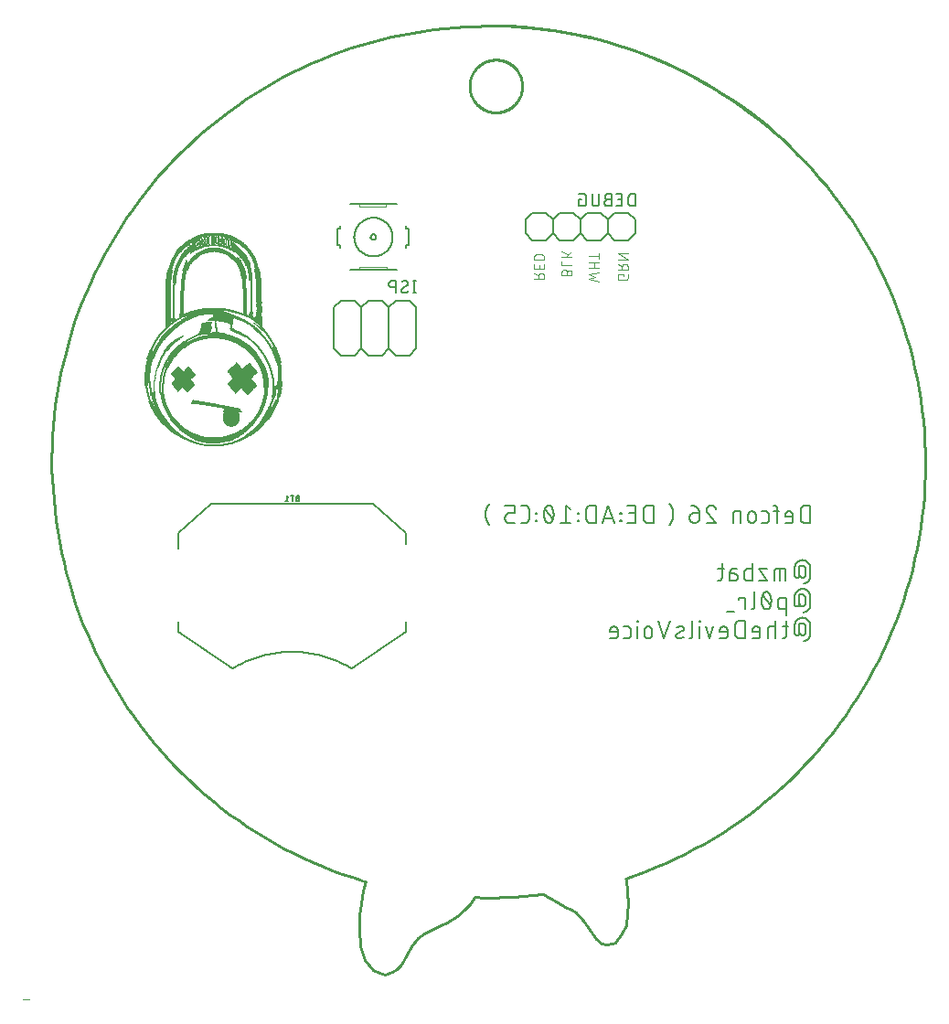
<source format=gbo>
G75*
%MOIN*%
%OFA0B0*%
%FSLAX25Y25*%
%IPPOS*%
%LPD*%
%AMOC8*
5,1,8,0,0,1.08239X$1,22.5*
%
%ADD10C,0.01000*%
%ADD11C,0.00300*%
%ADD12R,0.02535X0.00025*%
%ADD13R,0.03346X0.00025*%
%ADD14R,0.04159X0.00025*%
%ADD15R,0.04970X0.00025*%
%ADD16R,0.05536X0.00025*%
%ADD17R,0.05856X0.00025*%
%ADD18R,0.06176X0.00025*%
%ADD19R,0.06496X0.00025*%
%ADD20R,0.06816X0.00025*%
%ADD21R,0.07136X0.00025*%
%ADD22R,0.07431X0.00025*%
%ADD23R,0.07726X0.00025*%
%ADD24R,0.08022X0.00025*%
%ADD25R,0.08317X0.00025*%
%ADD26R,0.08588X0.00025*%
%ADD27R,0.02584X0.00025*%
%ADD28R,0.03199X0.00025*%
%ADD29R,0.02461X0.00025*%
%ADD30R,0.03150X0.00025*%
%ADD31R,0.02338X0.00025*%
%ADD32R,0.02904X0.00025*%
%ADD33R,0.02190X0.00025*%
%ADD34R,0.02682X0.00025*%
%ADD35R,0.01944X0.00025*%
%ADD36R,0.01919X0.00025*%
%ADD37R,0.02289X0.00025*%
%ADD38R,0.01821X0.00025*%
%ADD39R,0.02165X0.00025*%
%ADD40R,0.01722X0.00025*%
%ADD41R,0.02091X0.00025*%
%ADD42R,0.01599X0.00025*%
%ADD43R,0.01969X0.00025*%
%ADD44R,0.01575X0.00025*%
%ADD45R,0.01870X0.00025*%
%ADD46R,0.01747X0.00025*%
%ADD47R,0.01624X0.00025*%
%ADD48R,0.01648X0.00025*%
%ADD49R,0.01649X0.00025*%
%ADD50R,0.01476X0.00025*%
%ADD51R,0.01698X0.00025*%
%ADD52R,0.01600X0.00025*%
%ADD53R,0.01673X0.00025*%
%ADD54R,0.01550X0.00025*%
%ADD55R,0.01673X0.00025*%
%ADD56R,0.01526X0.00025*%
%ADD57R,0.01673X0.00025*%
%ADD58R,0.01526X0.00025*%
%ADD59R,0.01501X0.00025*%
%ADD60R,0.01526X0.00025*%
%ADD61R,0.01600X0.00025*%
%ADD62R,0.01452X0.00025*%
%ADD63R,0.01599X0.00025*%
%ADD64R,0.01501X0.00025*%
%ADD65R,0.01230X0.00025*%
%ADD66R,0.03863X0.00025*%
%ADD67R,0.01550X0.00025*%
%ADD68R,0.01402X0.00025*%
%ADD69R,0.04749X0.00025*%
%ADD70R,0.01501X0.00025*%
%ADD71R,0.04995X0.00025*%
%ADD72R,0.01550X0.00025*%
%ADD73R,0.05266X0.00025*%
%ADD74R,0.05561X0.00025*%
%ADD75R,0.05831X0.00025*%
%ADD76R,0.01452X0.00025*%
%ADD77R,0.01304X0.00025*%
%ADD78R,0.06102X0.00025*%
%ADD79R,0.01452X0.00025*%
%ADD80R,0.01378X0.00025*%
%ADD81R,0.06398X0.00025*%
%ADD82R,0.01427X0.00025*%
%ADD83R,0.06668X0.00025*%
%ADD84R,0.06963X0.00025*%
%ADD85R,0.07234X0.00025*%
%ADD86R,0.01403X0.00025*%
%ADD87R,0.01353X0.00025*%
%ADD88R,0.07480X0.00025*%
%ADD89R,0.07751X0.00025*%
%ADD90R,0.01402X0.00025*%
%ADD91R,0.07972X0.00025*%
%ADD92R,0.08219X0.00025*%
%ADD93R,0.08489X0.00025*%
%ADD94R,0.08735X0.00025*%
%ADD95R,0.08981X0.00025*%
%ADD96R,0.09227X0.00025*%
%ADD97R,0.09474X0.00025*%
%ADD98R,0.09719X0.00025*%
%ADD99R,0.09990X0.00025*%
%ADD100R,0.10236X0.00025*%
%ADD101R,0.10457X0.00025*%
%ADD102R,0.10728X0.00025*%
%ADD103R,0.10950X0.00025*%
%ADD104R,0.11147X0.00025*%
%ADD105R,0.11368X0.00025*%
%ADD106R,0.11565X0.00025*%
%ADD107R,0.11762X0.00025*%
%ADD108R,0.11959X0.00025*%
%ADD109R,0.12180X0.00025*%
%ADD110R,0.12328X0.00025*%
%ADD111R,0.12451X0.00025*%
%ADD112R,0.12549X0.00025*%
%ADD113R,0.12672X0.00025*%
%ADD114R,0.12795X0.00025*%
%ADD115R,0.12894X0.00025*%
%ADD116R,0.13041X0.00025*%
%ADD117R,0.13140X0.00025*%
%ADD118R,0.13263X0.00025*%
%ADD119R,0.13386X0.00025*%
%ADD120R,0.13484X0.00025*%
%ADD121R,0.13607X0.00025*%
%ADD122R,0.13755X0.00025*%
%ADD123R,0.13854X0.00025*%
%ADD124R,0.13952X0.00025*%
%ADD125R,0.14050X0.00025*%
%ADD126R,0.14149X0.00025*%
%ADD127R,0.14222X0.00025*%
%ADD128R,0.14321X0.00025*%
%ADD129R,0.14444X0.00025*%
%ADD130R,0.14542X0.00025*%
%ADD131R,0.14616X0.00025*%
%ADD132R,0.14715X0.00025*%
%ADD133R,0.14813X0.00025*%
%ADD134R,0.14911X0.00025*%
%ADD135R,0.14985X0.00025*%
%ADD136R,0.01550X0.00025*%
%ADD137R,0.15083X0.00025*%
%ADD138R,0.15182X0.00025*%
%ADD139R,0.15280X0.00025*%
%ADD140R,0.15354X0.00025*%
%ADD141R,0.15453X0.00025*%
%ADD142R,0.15551X0.00025*%
%ADD143R,0.15625X0.00025*%
%ADD144R,0.15723X0.00025*%
%ADD145R,0.15822X0.00025*%
%ADD146R,0.15920X0.00025*%
%ADD147R,0.15994X0.00025*%
%ADD148R,0.16093X0.00025*%
%ADD149R,0.16191X0.00025*%
%ADD150R,0.16289X0.00025*%
%ADD151R,0.01427X0.00025*%
%ADD152R,0.16363X0.00025*%
%ADD153R,0.01624X0.00025*%
%ADD154R,0.01452X0.00025*%
%ADD155R,0.16461X0.00025*%
%ADD156R,0.07111X0.00025*%
%ADD157R,0.06742X0.00025*%
%ADD158R,0.06250X0.00025*%
%ADD159R,0.06078X0.00025*%
%ADD160R,0.06152X0.00025*%
%ADD161R,0.01452X0.00025*%
%ADD162R,0.05980X0.00025*%
%ADD163R,0.06127X0.00025*%
%ADD164R,0.01476X0.00025*%
%ADD165R,0.05856X0.00025*%
%ADD166R,0.06078X0.00025*%
%ADD167R,0.01624X0.00025*%
%ADD168R,0.05782X0.00025*%
%ADD169R,0.06053X0.00025*%
%ADD170R,0.05659X0.00025*%
%ADD171R,0.06004X0.00025*%
%ADD172R,0.05979X0.00025*%
%ADD173R,0.01476X0.00025*%
%ADD174R,0.05438X0.00025*%
%ADD175R,0.05930X0.00025*%
%ADD176R,0.01649X0.00025*%
%ADD177R,0.01501X0.00025*%
%ADD178R,0.05339X0.00025*%
%ADD179R,0.01649X0.00025*%
%ADD180R,0.05217X0.00025*%
%ADD181R,0.05758X0.00025*%
%ADD182R,0.05094X0.00025*%
%ADD183R,0.05537X0.00025*%
%ADD184R,0.04872X0.00025*%
%ADD185R,0.05463X0.00025*%
%ADD186R,0.04749X0.00025*%
%ADD187R,0.05364X0.00025*%
%ADD188R,0.04724X0.00025*%
%ADD189R,0.04601X0.00025*%
%ADD190R,0.05167X0.00025*%
%ADD191R,0.04552X0.00025*%
%ADD192R,0.05044X0.00025*%
%ADD193R,0.04503X0.00025*%
%ADD194R,0.04995X0.00025*%
%ADD195R,0.04454X0.00025*%
%ADD196R,0.04946X0.00025*%
%ADD197R,0.04429X0.00025*%
%ADD198R,0.04921X0.00025*%
%ADD199R,0.04331X0.00025*%
%ADD200R,0.04847X0.00025*%
%ADD201R,0.04281X0.00025*%
%ADD202R,0.04823X0.00025*%
%ADD203R,0.04232X0.00025*%
%ADD204R,0.04774X0.00025*%
%ADD205R,0.04158X0.00025*%
%ADD206R,0.04724X0.00025*%
%ADD207R,0.04134X0.00025*%
%ADD208R,0.04700X0.00025*%
%ADD209R,0.04085X0.00025*%
%ADD210R,0.04651X0.00025*%
%ADD211R,0.04060X0.00025*%
%ADD212R,0.04602X0.00025*%
%ADD213R,0.04035X0.00025*%
%ADD214R,0.04011X0.00025*%
%ADD215R,0.04503X0.00025*%
%ADD216R,0.03962X0.00025*%
%ADD217R,0.04478X0.00025*%
%ADD218R,0.03937X0.00025*%
%ADD219R,0.03888X0.00025*%
%ADD220R,0.04404X0.00025*%
%ADD221R,0.04356X0.00025*%
%ADD222R,0.03839X0.00025*%
%ADD223R,0.04306X0.00025*%
%ADD224R,0.03814X0.00025*%
%ADD225R,0.03765X0.00025*%
%ADD226R,0.04208X0.00025*%
%ADD227R,0.03740X0.00025*%
%ADD228R,0.04183X0.00025*%
%ADD229R,0.03716X0.00025*%
%ADD230R,0.03691X0.00025*%
%ADD231R,0.04109X0.00025*%
%ADD232R,0.03642X0.00025*%
%ADD233R,0.03617X0.00025*%
%ADD234R,0.03568X0.00025*%
%ADD235R,0.03986X0.00025*%
%ADD236R,0.03519X0.00025*%
%ADD237R,0.03913X0.00025*%
%ADD238R,0.03494X0.00025*%
%ADD239R,0.03863X0.00025*%
%ADD240R,0.01698X0.00025*%
%ADD241R,0.03445X0.00025*%
%ADD242R,0.03420X0.00025*%
%ADD243R,0.03789X0.00025*%
%ADD244R,0.03371X0.00025*%
%ADD245R,0.03322X0.00025*%
%ADD246R,0.03667X0.00025*%
%ADD247R,0.03297X0.00025*%
%ADD248R,0.03248X0.00025*%
%ADD249R,0.03223X0.00025*%
%ADD250R,0.03543X0.00025*%
%ADD251R,0.03174X0.00025*%
%ADD252R,0.01747X0.00025*%
%ADD253R,0.03125X0.00025*%
%ADD254R,0.03100X0.00025*%
%ADD255R,0.03051X0.00025*%
%ADD256R,0.01772X0.00025*%
%ADD257R,0.03026X0.00025*%
%ADD258R,0.03002X0.00025*%
%ADD259R,0.02977X0.00025*%
%ADD260R,0.02953X0.00025*%
%ADD261R,0.02978X0.00025*%
%ADD262R,0.01796X0.00025*%
%ADD263R,0.02928X0.00025*%
%ADD264R,0.02879X0.00025*%
%ADD265R,0.02854X0.00025*%
%ADD266R,0.01796X0.00025*%
%ADD267R,0.02830X0.00025*%
%ADD268R,0.02805X0.00025*%
%ADD269R,0.02879X0.00025*%
%ADD270R,0.02781X0.00025*%
%ADD271R,0.02756X0.00025*%
%ADD272R,0.02731X0.00025*%
%ADD273R,0.01845X0.00025*%
%ADD274R,0.02830X0.00025*%
%ADD275R,0.02707X0.00025*%
%ADD276R,0.02657X0.00025*%
%ADD277R,0.01846X0.00025*%
%ADD278R,0.02633X0.00025*%
%ADD279R,0.02608X0.00025*%
%ADD280R,0.02583X0.00025*%
%ADD281R,0.02559X0.00025*%
%ADD282R,0.02682X0.00025*%
%ADD283R,0.01895X0.00025*%
%ADD284R,0.02534X0.00025*%
%ADD285R,0.02633X0.00025*%
%ADD286R,0.01894X0.00025*%
%ADD287R,0.02510X0.00025*%
%ADD288R,0.02485X0.00025*%
%ADD289R,0.02535X0.00025*%
%ADD290R,0.02485X0.00025*%
%ADD291R,0.02436X0.00025*%
%ADD292R,0.02436X0.00025*%
%ADD293R,0.02411X0.00025*%
%ADD294R,0.02387X0.00025*%
%ADD295R,0.02387X0.00025*%
%ADD296R,0.02362X0.00025*%
%ADD297R,0.01944X0.00025*%
%ADD298R,0.02337X0.00025*%
%ADD299R,0.02313X0.00025*%
%ADD300R,0.02288X0.00025*%
%ADD301R,0.02264X0.00025*%
%ADD302R,0.02239X0.00025*%
%ADD303R,0.02239X0.00025*%
%ADD304R,0.02215X0.00025*%
%ADD305R,0.02190X0.00025*%
%ADD306R,0.01993X0.00025*%
%ADD307R,0.01993X0.00025*%
%ADD308R,0.02141X0.00025*%
%ADD309R,0.02141X0.00025*%
%ADD310R,0.02018X0.00025*%
%ADD311R,0.02042X0.00025*%
%ADD312R,0.02043X0.00025*%
%ADD313R,0.02116X0.00025*%
%ADD314R,0.02092X0.00025*%
%ADD315R,0.02043X0.00025*%
%ADD316R,0.02091X0.00025*%
%ADD317R,0.02116X0.00025*%
%ADD318R,0.02018X0.00025*%
%ADD319R,0.02067X0.00025*%
%ADD320R,0.02092X0.00025*%
%ADD321R,0.02018X0.00025*%
%ADD322R,0.02067X0.00025*%
%ADD323R,0.02067X0.00025*%
%ADD324R,0.02092X0.00025*%
%ADD325R,0.01944X0.00025*%
%ADD326R,0.02091X0.00025*%
%ADD327R,0.02042X0.00025*%
%ADD328R,0.01944X0.00025*%
%ADD329R,0.00148X0.00025*%
%ADD330R,0.02042X0.00025*%
%ADD331R,0.00591X0.00025*%
%ADD332R,0.01894X0.00025*%
%ADD333R,0.02116X0.00025*%
%ADD334R,0.02043X0.00025*%
%ADD335R,0.00787X0.00025*%
%ADD336R,0.01895X0.00025*%
%ADD337R,0.01058X0.00025*%
%ADD338R,0.01181X0.00025*%
%ADD339R,0.02165X0.00025*%
%ADD340R,0.01993X0.00025*%
%ADD341R,0.01575X0.00025*%
%ADD342R,0.01870X0.00025*%
%ADD343R,0.02165X0.00025*%
%ADD344R,0.01993X0.00025*%
%ADD345R,0.01772X0.00025*%
%ADD346R,0.01870X0.00025*%
%ADD347R,0.02190X0.00025*%
%ADD348R,0.01969X0.00025*%
%ADD349R,0.02362X0.00025*%
%ADD350R,0.01846X0.00025*%
%ADD351R,0.02215X0.00025*%
%ADD352R,0.01969X0.00025*%
%ADD353R,0.02461X0.00025*%
%ADD354R,0.01845X0.00025*%
%ADD355R,0.02239X0.00025*%
%ADD356R,0.01944X0.00025*%
%ADD357R,0.02854X0.00025*%
%ADD358R,0.01821X0.00025*%
%ADD359R,0.02239X0.00025*%
%ADD360R,0.01944X0.00025*%
%ADD361R,0.02978X0.00025*%
%ADD362R,0.01821X0.00025*%
%ADD363R,0.03125X0.00025*%
%ADD364R,0.02289X0.00025*%
%ADD365R,0.03248X0.00025*%
%ADD366R,0.01796X0.00025*%
%ADD367R,0.02288X0.00025*%
%ADD368R,0.03322X0.00025*%
%ADD369R,0.01796X0.00025*%
%ADD370R,0.03396X0.00025*%
%ADD371R,0.02338X0.00025*%
%ADD372R,0.01895X0.00025*%
%ADD373R,0.03617X0.00025*%
%ADD374R,0.01796X0.00025*%
%ADD375R,0.02337X0.00025*%
%ADD376R,0.01894X0.00025*%
%ADD377R,0.03667X0.00025*%
%ADD378R,0.01796X0.00025*%
%ADD379R,0.03961X0.00025*%
%ADD380R,0.02362X0.00025*%
%ADD381R,0.04011X0.00025*%
%ADD382R,0.02337X0.00025*%
%ADD383R,0.01772X0.00025*%
%ADD384R,0.04281X0.00025*%
%ADD385R,0.04380X0.00025*%
%ADD386R,0.04454X0.00025*%
%ADD387R,0.01747X0.00025*%
%ADD388R,0.04478X0.00025*%
%ADD389R,0.02141X0.00025*%
%ADD390R,0.04528X0.00025*%
%ADD391R,0.02387X0.00025*%
%ADD392R,0.04650X0.00025*%
%ADD393R,0.01722X0.00025*%
%ADD394R,0.02141X0.00025*%
%ADD395R,0.02387X0.00025*%
%ADD396R,0.04700X0.00025*%
%ADD397R,0.01722X0.00025*%
%ADD398R,0.04749X0.00025*%
%ADD399R,0.04774X0.00025*%
%ADD400R,0.04798X0.00025*%
%ADD401R,0.04872X0.00025*%
%ADD402R,0.04946X0.00025*%
%ADD403R,0.05020X0.00025*%
%ADD404R,0.05044X0.00025*%
%ADD405R,0.05069X0.00025*%
%ADD406R,0.05118X0.00025*%
%ADD407R,0.05192X0.00025*%
%ADD408R,0.05241X0.00025*%
%ADD409R,0.05291X0.00025*%
%ADD410R,0.05315X0.00025*%
%ADD411R,0.05339X0.00025*%
%ADD412R,0.05364X0.00025*%
%ADD413R,0.05389X0.00025*%
%ADD414R,0.05413X0.00025*%
%ADD415R,0.05438X0.00025*%
%ADD416R,0.05463X0.00025*%
%ADD417R,0.05487X0.00025*%
%ADD418R,0.05585X0.00025*%
%ADD419R,0.05610X0.00025*%
%ADD420R,0.05635X0.00025*%
%ADD421R,0.05684X0.00025*%
%ADD422R,0.05709X0.00025*%
%ADD423R,0.05733X0.00025*%
%ADD424R,0.05807X0.00025*%
%ADD425R,0.02731X0.00025*%
%ADD426R,0.02780X0.00025*%
%ADD427R,0.00344X0.00025*%
%ADD428R,0.00295X0.00025*%
%ADD429R,0.00246X0.00025*%
%ADD430R,0.00221X0.00025*%
%ADD431R,0.05733X0.00025*%
%ADD432R,0.00197X0.00025*%
%ADD433R,0.00098X0.00025*%
%ADD434R,0.00049X0.00025*%
%ADD435R,0.00024X0.00025*%
%ADD436R,0.05635X0.00025*%
%ADD437R,0.01354X0.00025*%
%ADD438R,0.00394X0.00025*%
%ADD439R,0.00419X0.00025*%
%ADD440R,0.00468X0.00025*%
%ADD441R,0.00517X0.00025*%
%ADD442R,0.06472X0.00025*%
%ADD443R,0.06447X0.00025*%
%ADD444R,0.06373X0.00025*%
%ADD445R,0.06348X0.00025*%
%ADD446R,0.06324X0.00025*%
%ADD447R,0.06275X0.00025*%
%ADD448R,0.06225X0.00025*%
%ADD449R,0.06201X0.00025*%
%ADD450R,0.06127X0.00025*%
%ADD451R,0.06028X0.00025*%
%ADD452R,0.05955X0.00025*%
%ADD453R,0.05930X0.00025*%
%ADD454R,0.05881X0.00025*%
%ADD455R,0.01132X0.00025*%
%ADD456R,0.01107X0.00025*%
%ADD457R,0.05832X0.00025*%
%ADD458R,0.01083X0.00025*%
%ADD459R,0.01107X0.00025*%
%ADD460R,0.05783X0.00025*%
%ADD461R,0.05487X0.00025*%
%ADD462R,0.05389X0.00025*%
%ADD463R,0.01058X0.00025*%
%ADD464R,0.04995X0.00025*%
%ADD465R,0.04896X0.00025*%
%ADD466R,0.04848X0.00025*%
%ADD467R,0.04552X0.00025*%
%ADD468R,0.01033X0.00025*%
%ADD469R,0.04454X0.00025*%
%ADD470R,0.04577X0.00025*%
%ADD471R,0.04626X0.00025*%
%ADD472R,0.04650X0.00025*%
%ADD473R,0.04675X0.00025*%
%ADD474R,0.00984X0.00025*%
%ADD475R,0.04749X0.00025*%
%ADD476R,0.00935X0.00025*%
%ADD477R,0.00886X0.00025*%
%ADD478R,0.00861X0.00025*%
%ADD479R,0.01156X0.00025*%
%ADD480R,0.01329X0.00025*%
%ADD481R,0.00861X0.00025*%
%ADD482R,0.01157X0.00025*%
%ADD483R,0.04995X0.00025*%
%ADD484R,0.01304X0.00025*%
%ADD485R,0.01280X0.00025*%
%ADD486R,0.05143X0.00025*%
%ADD487R,0.00837X0.00025*%
%ADD488R,0.01255X0.00025*%
%ADD489R,0.01058X0.00025*%
%ADD490R,0.01157X0.00025*%
%ADD491R,0.05241X0.00025*%
%ADD492R,0.01280X0.00025*%
%ADD493R,0.00861X0.00025*%
%ADD494R,0.01058X0.00025*%
%ADD495R,0.01156X0.00025*%
%ADD496R,0.05266X0.00025*%
%ADD497R,0.01280X0.00025*%
%ADD498R,0.00837X0.00025*%
%ADD499R,0.01255X0.00025*%
%ADD500R,0.05290X0.00025*%
%ADD501R,0.00812X0.00025*%
%ADD502R,0.01255X0.00025*%
%ADD503R,0.05339X0.00025*%
%ADD504R,0.00837X0.00025*%
%ADD505R,0.01230X0.00025*%
%ADD506R,0.01058X0.00025*%
%ADD507R,0.05389X0.00025*%
%ADD508R,0.00812X0.00025*%
%ADD509R,0.01230X0.00025*%
%ADD510R,0.00812X0.00025*%
%ADD511R,0.05438X0.00025*%
%ADD512R,0.01206X0.00025*%
%ADD513R,0.01206X0.00025*%
%ADD514R,0.01058X0.00025*%
%ADD515R,0.01452X0.00025*%
%ADD516R,0.05487X0.00025*%
%ADD517R,0.01255X0.00025*%
%ADD518R,0.00787X0.00025*%
%ADD519R,0.01206X0.00025*%
%ADD520R,0.01181X0.00025*%
%ADD521R,0.05512X0.00025*%
%ADD522R,0.01206X0.00025*%
%ADD523R,0.00787X0.00025*%
%ADD524R,0.01181X0.00025*%
%ADD525R,0.05610X0.00025*%
%ADD526R,0.01255X0.00025*%
%ADD527R,0.00763X0.00025*%
%ADD528R,0.01083X0.00025*%
%ADD529R,0.05635X0.00025*%
%ADD530R,0.00763X0.00025*%
%ADD531R,0.01083X0.00025*%
%ADD532R,0.05758X0.00025*%
%ADD533R,0.05783X0.00025*%
%ADD534R,0.00763X0.00025*%
%ADD535R,0.05881X0.00025*%
%ADD536R,0.01206X0.00025*%
%ADD537R,0.05906X0.00025*%
%ADD538R,0.01156X0.00025*%
%ADD539R,0.00098X0.00025*%
%ADD540R,0.05930X0.00025*%
%ADD541R,0.01255X0.00025*%
%ADD542R,0.00320X0.00025*%
%ADD543R,0.00344X0.00025*%
%ADD544R,0.06029X0.00025*%
%ADD545R,0.00443X0.00025*%
%ADD546R,0.06053X0.00025*%
%ADD547R,0.01157X0.00025*%
%ADD548R,0.00541X0.00025*%
%ADD549R,0.00664X0.00025*%
%ADD550R,0.01033X0.00025*%
%ADD551R,0.00935X0.00025*%
%ADD552R,0.06102X0.00025*%
%ADD553R,0.01033X0.00025*%
%ADD554R,0.07160X0.00025*%
%ADD555R,0.07013X0.00025*%
%ADD556R,0.06865X0.00025*%
%ADD557R,0.06717X0.00025*%
%ADD558R,0.06570X0.00025*%
%ADD559R,0.06422X0.00025*%
%ADD560R,0.01132X0.00025*%
%ADD561R,0.06274X0.00025*%
%ADD562R,0.05831X0.00025*%
%ADD563R,0.01132X0.00025*%
%ADD564R,0.05684X0.00025*%
%ADD565R,0.01107X0.00025*%
%ADD566R,0.01009X0.00025*%
%ADD567R,0.01009X0.00025*%
%ADD568R,0.05020X0.00025*%
%ADD569R,0.04872X0.00025*%
%ADD570R,0.01304X0.00025*%
%ADD571R,0.00812X0.00025*%
%ADD572R,0.01009X0.00025*%
%ADD573R,0.04257X0.00025*%
%ADD574R,0.01304X0.00025*%
%ADD575R,0.01009X0.00025*%
%ADD576R,0.01427X0.00025*%
%ADD577R,0.04109X0.00025*%
%ADD578R,0.03494X0.00025*%
%ADD579R,0.00812X0.00025*%
%ADD580R,0.00984X0.00025*%
%ADD581R,0.03346X0.00025*%
%ADD582R,0.03027X0.00025*%
%ADD583R,0.00984X0.00025*%
%ADD584R,0.02682X0.00025*%
%ADD585R,0.02534X0.00025*%
%ADD586R,0.00959X0.00025*%
%ADD587R,0.00960X0.00025*%
%ADD588R,0.00960X0.00025*%
%ADD589R,0.01009X0.00025*%
%ADD590R,0.00959X0.00025*%
%ADD591R,0.00861X0.00025*%
%ADD592R,0.00689X0.00025*%
%ADD593R,0.00492X0.00025*%
%ADD594R,0.00270X0.00025*%
%ADD595R,0.01304X0.00025*%
%ADD596R,0.00935X0.00025*%
%ADD597R,0.01329X0.00025*%
%ADD598R,0.00861X0.00025*%
%ADD599R,0.00910X0.00025*%
%ADD600R,0.01329X0.00025*%
%ADD601R,0.00886X0.00025*%
%ADD602R,0.00911X0.00025*%
%ADD603R,0.01353X0.00025*%
%ADD604R,0.00910X0.00025*%
%ADD605R,0.00960X0.00025*%
%ADD606R,0.00911X0.00025*%
%ADD607R,0.01354X0.00025*%
%ADD608R,0.00911X0.00025*%
%ADD609R,0.01378X0.00025*%
%ADD610R,0.00910X0.00025*%
%ADD611R,0.01378X0.00025*%
%ADD612R,0.01403X0.00025*%
%ADD613R,0.01354X0.00025*%
%ADD614R,0.01501X0.00025*%
%ADD615R,0.01403X0.00025*%
%ADD616R,0.00959X0.00025*%
%ADD617R,0.00443X0.00025*%
%ADD618R,0.00566X0.00025*%
%ADD619R,0.00615X0.00025*%
%ADD620R,0.00714X0.00025*%
%ADD621R,0.00763X0.00025*%
%ADD622R,0.00320X0.00025*%
%ADD623R,0.00418X0.00025*%
%ADD624R,0.00467X0.00025*%
%ADD625R,0.00591X0.00025*%
%ADD626R,0.00369X0.00025*%
%ADD627R,0.00640X0.00025*%
%ADD628R,0.00713X0.00025*%
%ADD629R,0.00369X0.00025*%
%ADD630R,0.00517X0.00025*%
%ADD631R,0.02928X0.00025*%
%ADD632R,0.00738X0.00025*%
%ADD633R,0.03076X0.00025*%
%ADD634R,0.03174X0.00025*%
%ADD635R,0.03224X0.00025*%
%ADD636R,0.03272X0.00025*%
%ADD637R,0.03470X0.00025*%
%ADD638R,0.03593X0.00025*%
%ADD639R,0.03715X0.00025*%
%ADD640R,0.03076X0.00025*%
%ADD641R,0.04207X0.00025*%
%ADD642R,0.03273X0.00025*%
%ADD643R,0.04257X0.00025*%
%ADD644R,0.03322X0.00025*%
%ADD645R,0.03420X0.00025*%
%ADD646R,0.04503X0.00025*%
%ADD647R,0.08637X0.00025*%
%ADD648R,0.08686X0.00025*%
%ADD649R,0.08735X0.00025*%
%ADD650R,0.08785X0.00025*%
%ADD651R,0.08833X0.00025*%
%ADD652R,0.08883X0.00025*%
%ADD653R,0.08932X0.00025*%
%ADD654R,0.03469X0.00025*%
%ADD655R,0.08957X0.00025*%
%ADD656R,0.03519X0.00025*%
%ADD657R,0.09006X0.00025*%
%ADD658R,0.09055X0.00025*%
%ADD659R,0.09104X0.00025*%
%ADD660R,0.09154X0.00025*%
%ADD661R,0.09203X0.00025*%
%ADD662R,0.09252X0.00025*%
%ADD663R,0.09301X0.00025*%
%ADD664R,0.06914X0.00025*%
%ADD665R,0.09350X0.00025*%
%ADD666R,0.06964X0.00025*%
%ADD667R,0.09400X0.00025*%
%ADD668R,0.06988X0.00025*%
%ADD669R,0.09424X0.00025*%
%ADD670R,0.07037X0.00025*%
%ADD671R,0.09473X0.00025*%
%ADD672R,0.07087X0.00025*%
%ADD673R,0.09523X0.00025*%
%ADD674R,0.09572X0.00025*%
%ADD675R,0.07185X0.00025*%
%ADD676R,0.09621X0.00025*%
%ADD677R,0.07210X0.00025*%
%ADD678R,0.09670X0.00025*%
%ADD679R,0.09720X0.00025*%
%ADD680R,0.07283X0.00025*%
%ADD681R,0.09769X0.00025*%
%ADD682R,0.07333X0.00025*%
%ADD683R,0.09818X0.00025*%
%ADD684R,0.07382X0.00025*%
%ADD685R,0.09867X0.00025*%
%ADD686R,0.07407X0.00025*%
%ADD687R,0.09941X0.00025*%
%ADD688R,0.07456X0.00025*%
%ADD689R,0.09965X0.00025*%
%ADD690R,0.07505X0.00025*%
%ADD691R,0.07554X0.00025*%
%ADD692R,0.10039X0.00025*%
%ADD693R,0.07604X0.00025*%
%ADD694R,0.10089X0.00025*%
%ADD695R,0.07628X0.00025*%
%ADD696R,0.10138X0.00025*%
%ADD697R,0.07677X0.00025*%
%ADD698R,0.10162X0.00025*%
%ADD699R,0.10187X0.00025*%
%ADD700R,0.00615X0.00025*%
%ADD701R,0.07776X0.00025*%
%ADD702R,0.10211X0.00025*%
%ADD703R,0.07825X0.00025*%
%ADD704R,0.07850X0.00025*%
%ADD705R,0.10212X0.00025*%
%ADD706R,0.07898X0.00025*%
%ADD707R,0.07948X0.00025*%
%ADD708R,0.07997X0.00025*%
%ADD709R,0.08046X0.00025*%
%ADD710R,0.08071X0.00025*%
%ADD711R,0.08096X0.00025*%
%ADD712R,0.08120X0.00025*%
%ADD713R,0.10261X0.00025*%
%ADD714R,0.10163X0.00025*%
%ADD715R,0.08095X0.00025*%
%ADD716R,0.10064X0.00025*%
%ADD717R,0.09892X0.00025*%
%ADD718R,0.09867X0.00025*%
%ADD719R,0.08046X0.00025*%
%ADD720R,0.09818X0.00025*%
%ADD721R,0.09793X0.00025*%
%ADD722R,0.09670X0.00025*%
%ADD723R,0.09646X0.00025*%
%ADD724R,0.09596X0.00025*%
%ADD725R,0.07800X0.00025*%
%ADD726R,0.09547X0.00025*%
%ADD727R,0.07751X0.00025*%
%ADD728R,0.09498X0.00025*%
%ADD729R,0.07702X0.00025*%
%ADD730R,0.09449X0.00025*%
%ADD731R,0.07579X0.00025*%
%ADD732R,0.09178X0.00025*%
%ADD733R,0.07357X0.00025*%
%ADD734R,0.09129X0.00025*%
%ADD735R,0.07308X0.00025*%
%ADD736R,0.09080X0.00025*%
%ADD737R,0.07259X0.00025*%
%ADD738R,0.09030X0.00025*%
%ADD739R,0.08907X0.00025*%
%ADD740R,0.08858X0.00025*%
%ADD741R,0.08809X0.00025*%
%ADD742R,0.08760X0.00025*%
%ADD743R,0.06939X0.00025*%
%ADD744R,0.08711X0.00025*%
%ADD745R,0.06890X0.00025*%
%ADD746R,0.08661X0.00025*%
%ADD747R,0.06841X0.00025*%
%ADD748R,0.08612X0.00025*%
%ADD749R,0.06767X0.00025*%
%ADD750R,0.08563X0.00025*%
%ADD751R,0.08514X0.00025*%
%ADD752R,0.06693X0.00025*%
%ADD753R,0.08465X0.00025*%
%ADD754R,0.06644X0.00025*%
%ADD755R,0.08440X0.00025*%
%ADD756R,0.06594X0.00025*%
%ADD757R,0.08391X0.00025*%
%ADD758R,0.06545X0.00025*%
%ADD759R,0.08341X0.00025*%
%ADD760R,0.08268X0.00025*%
%ADD761R,0.08169X0.00025*%
%ADD762R,0.06299X0.00025*%
%ADD763R,0.06226X0.00025*%
%ADD764R,0.00566X0.00025*%
%ADD765R,0.00271X0.00025*%
%ADD766R,0.06127X0.00025*%
%ADD767R,0.07923X0.00025*%
%ADD768R,0.06078X0.00025*%
%ADD769R,0.07874X0.00025*%
%ADD770R,0.05906X0.00025*%
%ADD771R,0.07702X0.00025*%
%ADD772R,0.07652X0.00025*%
%ADD773R,0.05684X0.00025*%
%ADD774R,0.07530X0.00025*%
%ADD775R,0.05586X0.00025*%
%ADD776R,0.07013X0.00025*%
%ADD777R,0.06791X0.00025*%
%ADD778R,0.05512X0.00025*%
%ADD779R,0.00665X0.00025*%
%ADD780R,0.06718X0.00025*%
%ADD781R,0.06767X0.00025*%
%ADD782R,0.06816X0.00025*%
%ADD783R,0.06324X0.00025*%
%ADD784R,0.06422X0.00025*%
%ADD785R,0.06520X0.00025*%
%ADD786R,0.07111X0.00025*%
%ADD787R,0.07160X0.00025*%
%ADD788R,0.08145X0.00025*%
%ADD789R,0.08194X0.00025*%
%ADD790R,0.08243X0.00025*%
%ADD791R,0.08292X0.00025*%
%ADD792R,0.08366X0.00025*%
%ADD793R,0.08415X0.00025*%
%ADD794R,0.08587X0.00025*%
%ADD795R,0.08637X0.00025*%
%ADD796R,0.08686X0.00025*%
%ADD797R,0.08784X0.00025*%
%ADD798R,0.08834X0.00025*%
%ADD799R,0.08883X0.00025*%
%ADD800R,0.08932X0.00025*%
%ADD801R,0.09031X0.00025*%
%ADD802R,0.08539X0.00025*%
%ADD803R,0.09522X0.00025*%
%ADD804R,0.09572X0.00025*%
%ADD805R,0.09621X0.00025*%
%ADD806R,0.09769X0.00025*%
%ADD807R,0.09843X0.00025*%
%ADD808R,0.08293X0.00025*%
%ADD809R,0.09966X0.00025*%
%ADD810R,0.10015X0.00025*%
%ADD811R,0.10064X0.00025*%
%ADD812R,0.10113X0.00025*%
%ADD813R,0.10261X0.00025*%
%ADD814R,0.10310X0.00025*%
%ADD815R,0.10359X0.00025*%
%ADD816R,0.10408X0.00025*%
%ADD817R,0.10433X0.00025*%
%ADD818R,0.10482X0.00025*%
%ADD819R,0.10531X0.00025*%
%ADD820R,0.07653X0.00025*%
%ADD821R,0.10556X0.00025*%
%ADD822R,0.07603X0.00025*%
%ADD823R,0.10605X0.00025*%
%ADD824R,0.10630X0.00025*%
%ADD825R,0.10654X0.00025*%
%ADD826R,0.10679X0.00025*%
%ADD827R,0.10704X0.00025*%
%ADD828R,0.10704X0.00025*%
%ADD829R,0.10384X0.00025*%
%ADD830R,0.10335X0.00025*%
%ADD831R,0.10285X0.00025*%
%ADD832R,0.10113X0.00025*%
%ADD833R,0.10015X0.00025*%
%ADD834R,0.09917X0.00025*%
%ADD835R,0.09744X0.00025*%
%ADD836R,0.09695X0.00025*%
%ADD837R,0.09424X0.00025*%
%ADD838R,0.09375X0.00025*%
%ADD839R,0.09326X0.00025*%
%ADD840R,0.09277X0.00025*%
%ADD841R,0.04700X0.00025*%
%ADD842R,0.04355X0.00025*%
%ADD843R,0.04306X0.00025*%
%ADD844R,0.04257X0.00025*%
%ADD845R,0.04158X0.00025*%
%ADD846R,0.04232X0.00025*%
%ADD847R,0.03765X0.00025*%
%ADD848R,0.03371X0.00025*%
%ADD849R,0.02215X0.00025*%
%ADD850R,0.00492X0.00025*%
%ADD851R,0.00517X0.00025*%
%ADD852R,0.00615X0.00025*%
%ADD853R,0.01648X0.00025*%
%ADD854R,0.00492X0.00025*%
%ADD855R,0.00517X0.00025*%
%ADD856R,0.00591X0.00025*%
%ADD857R,0.01648X0.00025*%
%ADD858R,0.00566X0.00025*%
%ADD859R,0.00615X0.00025*%
%ADD860R,0.00541X0.00025*%
%ADD861R,0.00615X0.00025*%
%ADD862R,0.01107X0.00025*%
%ADD863R,0.02239X0.00025*%
%ADD864R,0.00517X0.00025*%
%ADD865R,0.00566X0.00025*%
%ADD866R,0.01107X0.00025*%
%ADD867R,0.00615X0.00025*%
%ADD868R,0.02239X0.00025*%
%ADD869R,0.00566X0.00025*%
%ADD870R,0.02264X0.00025*%
%ADD871R,0.02264X0.00025*%
%ADD872R,0.00640X0.00025*%
%ADD873R,0.01698X0.00025*%
%ADD874R,0.00640X0.00025*%
%ADD875R,0.01698X0.00025*%
%ADD876R,0.00664X0.00025*%
%ADD877R,0.00689X0.00025*%
%ADD878R,0.00689X0.00025*%
%ADD879R,0.01747X0.00025*%
%ADD880R,0.00714X0.00025*%
%ADD881R,0.01747X0.00025*%
%ADD882R,0.02289X0.00025*%
%ADD883R,0.00738X0.00025*%
%ADD884R,0.01304X0.00025*%
%ADD885R,0.00738X0.00025*%
%ADD886R,0.00763X0.00025*%
%ADD887R,0.02313X0.00025*%
%ADD888R,0.00763X0.00025*%
%ADD889R,0.01747X0.00025*%
%ADD890R,0.02141X0.00025*%
%ADD891R,0.00861X0.00025*%
%ADD892R,0.02387X0.00025*%
%ADD893R,0.02411X0.00025*%
%ADD894R,0.02141X0.00025*%
%ADD895R,0.02411X0.00025*%
%ADD896R,0.00886X0.00025*%
%ADD897R,0.02461X0.00025*%
%ADD898R,0.01845X0.00025*%
%ADD899R,0.02313X0.00025*%
%ADD900R,0.02485X0.00025*%
%ADD901R,0.02510X0.00025*%
%ADD902R,0.01919X0.00025*%
%ADD903R,0.01919X0.00025*%
%ADD904R,0.02510X0.00025*%
%ADD905R,0.02190X0.00025*%
%ADD906R,0.02534X0.00025*%
%ADD907R,0.02190X0.00025*%
%ADD908R,0.02559X0.00025*%
%ADD909R,0.02559X0.00025*%
%ADD910R,0.02436X0.00025*%
%ADD911R,0.00665X0.00025*%
%ADD912R,0.02584X0.00025*%
%ADD913R,0.02436X0.00025*%
%ADD914R,0.02584X0.00025*%
%ADD915R,0.00664X0.00025*%
%ADD916R,0.02485X0.00025*%
%ADD917R,0.02608X0.00025*%
%ADD918R,0.02633X0.00025*%
%ADD919R,0.00665X0.00025*%
%ADD920R,0.02633X0.00025*%
%ADD921R,0.02608X0.00025*%
%ADD922R,0.02657X0.00025*%
%ADD923R,0.02387X0.00025*%
%ADD924R,0.02657X0.00025*%
%ADD925R,0.02682X0.00025*%
%ADD926R,0.02682X0.00025*%
%ADD927R,0.02633X0.00025*%
%ADD928R,0.02436X0.00025*%
%ADD929R,0.02633X0.00025*%
%ADD930R,0.02436X0.00025*%
%ADD931R,0.02707X0.00025*%
%ADD932R,0.02707X0.00025*%
%ADD933R,0.02535X0.00025*%
%ADD934R,0.01009X0.00025*%
%ADD935R,0.02731X0.00025*%
%ADD936R,0.02731X0.00025*%
%ADD937R,0.01402X0.00025*%
%ADD938R,0.02731X0.00025*%
%ADD939R,0.02731X0.00025*%
%ADD940R,0.02780X0.00025*%
%ADD941R,0.02756X0.00025*%
%ADD942R,0.01107X0.00025*%
%ADD943R,0.02781X0.00025*%
%ADD944R,0.02805X0.00025*%
%ADD945R,0.02854X0.00025*%
%ADD946R,0.02928X0.00025*%
%ADD947R,0.02756X0.00025*%
%ADD948R,0.02928X0.00025*%
%ADD949R,0.02953X0.00025*%
%ADD950R,0.02977X0.00025*%
%ADD951R,0.00713X0.00025*%
%ADD952R,0.03002X0.00025*%
%ADD953R,0.03027X0.00025*%
%ADD954R,0.03026X0.00025*%
%ADD955R,0.02904X0.00025*%
%ADD956R,0.00713X0.00025*%
%ADD957R,0.00714X0.00025*%
%ADD958R,0.03076X0.00025*%
%ADD959R,0.02977X0.00025*%
%ADD960R,0.03051X0.00025*%
%ADD961R,0.03002X0.00025*%
%ADD962R,0.03100X0.00025*%
%ADD963R,0.01501X0.00025*%
%ADD964R,0.03125X0.00025*%
%ADD965R,0.03027X0.00025*%
%ADD966R,0.03125X0.00025*%
%ADD967R,0.03150X0.00025*%
%ADD968R,0.03174X0.00025*%
%ADD969R,0.03076X0.00025*%
%ADD970R,0.03174X0.00025*%
%ADD971R,0.03100X0.00025*%
%ADD972R,0.03174X0.00025*%
%ADD973R,0.01550X0.00025*%
%ADD974R,0.03199X0.00025*%
%ADD975R,0.03199X0.00025*%
%ADD976R,0.03150X0.00025*%
%ADD977R,0.03568X0.00025*%
%ADD978R,0.03666X0.00025*%
%ADD979R,0.03814X0.00025*%
%ADD980R,0.04897X0.00025*%
%ADD981R,0.05093X0.00025*%
%ADD982R,0.05980X0.00025*%
%ADD983R,0.04060X0.00025*%
%ADD984R,0.04109X0.00025*%
%ADD985R,0.06373X0.00025*%
%ADD986R,0.06669X0.00025*%
%ADD987R,0.14469X0.00025*%
%ADD988R,0.14370X0.00025*%
%ADD989R,0.14247X0.00025*%
%ADD990R,0.14124X0.00025*%
%ADD991R,0.14001X0.00025*%
%ADD992R,0.13903X0.00025*%
%ADD993R,0.13755X0.00025*%
%ADD994R,0.13656X0.00025*%
%ADD995R,0.13533X0.00025*%
%ADD996R,0.13263X0.00025*%
%ADD997R,0.12992X0.00025*%
%ADD998R,0.12770X0.00025*%
%ADD999R,0.12623X0.00025*%
%ADD1000R,0.12500X0.00025*%
%ADD1001R,0.12377X0.00025*%
%ADD1002R,0.12205X0.00025*%
%ADD1003R,0.12008X0.00025*%
%ADD1004R,0.11811X0.00025*%
%ADD1005R,0.11639X0.00025*%
%ADD1006R,0.11442X0.00025*%
%ADD1007R,0.11245X0.00025*%
%ADD1008R,0.11048X0.00025*%
%ADD1009R,0.10852X0.00025*%
%ADD1010R,0.07948X0.00025*%
%ADD1011R,0.07456X0.00025*%
%ADD1012R,0.06865X0.00025*%
%ADD1013R,0.06619X0.00025*%
%ADD1014R,0.05930X0.00025*%
%ADD1015R,0.09276X0.00025*%
%ADD1016R,0.09178X0.00025*%
%ADD1017R,0.08538X0.00025*%
%ADD1018R,0.04011X0.00025*%
%ADD1019R,0.03961X0.00025*%
%ADD1020R,0.03912X0.00025*%
%ADD1021R,0.00222X0.00025*%
%ADD1022R,0.00172X0.00025*%
%ADD1023R,0.00123X0.00025*%
%ADD1024R,0.00123X0.00025*%
%ADD1025R,0.00025X0.00025*%
%ADD1026R,0.04798X0.00025*%
%ADD1027R,0.09080X0.00025*%
%ADD1028R,0.08981X0.00025*%
%ADD1029R,0.03617X0.00025*%
%ADD1030R,0.08194X0.00025*%
%ADD1031R,0.08144X0.00025*%
%ADD1032R,0.08342X0.00025*%
%ADD1033R,0.06915X0.00025*%
%ADD1034R,0.07554X0.00025*%
%ADD1035R,0.07062X0.00025*%
%ADD1036R,0.08489X0.00025*%
%ADD1037R,0.06570X0.00025*%
%ADD1038R,0.16560X0.00025*%
%ADD1039R,0.16437X0.00025*%
%ADD1040R,0.16339X0.00025*%
%ADD1041R,0.15969X0.00025*%
%ADD1042R,0.15871X0.00025*%
%ADD1043R,0.15748X0.00025*%
%ADD1044R,0.15650X0.00025*%
%ADD1045R,0.15526X0.00025*%
%ADD1046R,0.15428X0.00025*%
%ADD1047R,0.15330X0.00025*%
%ADD1048R,0.15231X0.00025*%
%ADD1049R,0.15108X0.00025*%
%ADD1050R,0.14985X0.00025*%
%ADD1051R,0.14887X0.00025*%
%ADD1052R,0.14764X0.00025*%
%ADD1053R,0.14665X0.00025*%
%ADD1054R,0.14567X0.00025*%
%ADD1055R,0.14419X0.00025*%
%ADD1056R,0.14346X0.00025*%
%ADD1057R,0.14198X0.00025*%
%ADD1058R,0.14099X0.00025*%
%ADD1059R,0.13804X0.00025*%
%ADD1060R,0.13681X0.00025*%
%ADD1061R,0.13558X0.00025*%
%ADD1062R,0.13435X0.00025*%
%ADD1063R,0.13287X0.00025*%
%ADD1064R,0.12943X0.00025*%
%ADD1065R,0.12746X0.00025*%
%ADD1066R,0.12598X0.00025*%
%ADD1067R,0.12426X0.00025*%
%ADD1068R,0.12254X0.00025*%
%ADD1069R,0.12057X0.00025*%
%ADD1070R,0.11860X0.00025*%
%ADD1071R,0.11688X0.00025*%
%ADD1072R,0.11491X0.00025*%
%ADD1073R,0.11319X0.00025*%
%ADD1074R,0.11122X0.00025*%
%ADD1075R,0.10925X0.00025*%
%ADD1076R,0.09129X0.00025*%
%ADD1077R,0.08440X0.00025*%
%ADD1078R,0.12230X0.00025*%
%ADD1079R,0.12033X0.00025*%
%ADD1080R,0.11614X0.00025*%
%ADD1081R,0.11393X0.00025*%
%ADD1082R,0.11196X0.00025*%
%ADD1083R,0.10974X0.00025*%
%ADD1084R,0.10507X0.00025*%
%ADD1085R,0.09326X0.00025*%
%ADD1086R,0.01846X0.00025*%
%ADD1087R,0.01550X0.00025*%
%ADD1088R,0.01575X0.00025*%
%ADD1089R,0.01599X0.00025*%
%ADD1090R,0.01600X0.00025*%
%ADD1091R,0.01698X0.00025*%
%ADD1092R,0.01698X0.00025*%
%ADD1093R,0.01206X0.00025*%
%ADD1094R,0.01353X0.00025*%
%ADD1095R,0.01993X0.00025*%
%ADD1096R,0.02338X0.00025*%
%ADD1097R,0.02190X0.00025*%
%ADD1098R,0.01993X0.00025*%
%ADD1099R,0.00541X0.00025*%
%ADD1100R,0.00468X0.00025*%
%ADD1101R,0.00419X0.00025*%
%ADD1102R,0.02288X0.00025*%
%ADD1103R,0.00394X0.00025*%
%ADD1104R,0.00344X0.00025*%
%ADD1105R,0.00246X0.00025*%
%ADD1106R,0.00246X0.00025*%
%ADD1107R,0.00197X0.00025*%
%ADD1108R,0.00172X0.00025*%
%ADD1109R,0.00172X0.00025*%
%ADD1110R,0.00123X0.00025*%
%ADD1111R,0.00074X0.00025*%
%ADD1112R,0.00049X0.00025*%
%ADD1113R,0.00049X0.00025*%
%ADD1114R,0.00467X0.00025*%
%ADD1115R,0.00394X0.00025*%
%ADD1116R,0.00369X0.00025*%
%ADD1117R,0.00271X0.00025*%
%ADD1118R,0.00123X0.00025*%
%ADD1119R,0.00074X0.00025*%
%ADD1120R,0.02485X0.00025*%
%ADD1121R,0.02485X0.00025*%
%ADD1122R,0.02583X0.00025*%
%ADD1123R,0.02805X0.00025*%
%ADD1124R,0.00074X0.00025*%
%ADD1125R,0.02879X0.00025*%
%ADD1126R,0.02830X0.00025*%
%ADD1127R,0.02879X0.00025*%
%ADD1128R,0.00222X0.00025*%
%ADD1129R,0.02928X0.00025*%
%ADD1130R,0.00271X0.00025*%
%ADD1131R,0.03026X0.00025*%
%ADD1132R,0.02928X0.00025*%
%ADD1133R,0.00320X0.00025*%
%ADD1134R,0.03297X0.00025*%
%ADD1135R,0.03346X0.00025*%
%ADD1136R,0.02978X0.00025*%
%ADD1137R,0.03322X0.00025*%
%ADD1138R,0.03396X0.00025*%
%ADD1139R,0.00443X0.00025*%
%ADD1140R,0.03593X0.00025*%
%ADD1141R,0.03715X0.00025*%
%ADD1142R,0.03740X0.00025*%
%ADD1143R,0.04281X0.00025*%
%ADD1144R,0.04405X0.00025*%
%ADD1145R,0.04528X0.00025*%
%ADD1146R,0.09449X0.00025*%
%ADD1147R,0.03273X0.00025*%
%ADD1148R,0.09350X0.00025*%
%ADD1149R,0.03297X0.00025*%
%ADD1150R,0.03420X0.00025*%
%ADD1151R,0.08957X0.00025*%
%ADD1152R,0.03396X0.00025*%
%ADD1153R,0.03420X0.00025*%
%ADD1154R,0.08858X0.00025*%
%ADD1155R,0.03420X0.00025*%
%ADD1156R,0.03543X0.00025*%
%ADD1157R,0.08415X0.00025*%
%ADD1158R,0.03519X0.00025*%
%ADD1159R,0.03543X0.00025*%
%ADD1160R,0.08292X0.00025*%
%ADD1161R,0.03691X0.00025*%
%ADD1162R,0.07850X0.00025*%
%ADD1163R,0.03642X0.00025*%
%ADD1164R,0.03716X0.00025*%
%ADD1165R,0.07751X0.00025*%
%ADD1166R,0.03839X0.00025*%
%ADD1167R,0.07308X0.00025*%
%ADD1168R,0.03765X0.00025*%
%ADD1169R,0.03863X0.00025*%
%ADD1170R,0.07210X0.00025*%
%ADD1171R,0.03789X0.00025*%
%ADD1172R,0.03986X0.00025*%
%ADD1173R,0.06718X0.00025*%
%ADD1174R,0.03888X0.00025*%
%ADD1175R,0.06570X0.00025*%
%ADD1176R,0.03912X0.00025*%
%ADD1177R,0.04183X0.00025*%
%ADD1178R,0.06028X0.00025*%
%ADD1179R,0.04035X0.00025*%
%ADD1180R,0.04207X0.00025*%
%ADD1181R,0.04060X0.00025*%
%ADD1182R,0.04380X0.00025*%
%ADD1183R,0.05291X0.00025*%
%ADD1184R,0.04405X0.00025*%
%ADD1185R,0.05093X0.00025*%
%ADD1186R,0.04232X0.00025*%
%ADD1187R,0.04454X0.00025*%
%ADD1188R,0.04577X0.00025*%
%ADD1189R,0.04109X0.00025*%
%ADD1190R,0.04331X0.00025*%
%ADD1191R,0.04601X0.00025*%
%ADD1192R,0.03839X0.00025*%
%ADD1193R,0.04380X0.00025*%
%ADD1194R,0.04798X0.00025*%
%ADD1195R,0.04946X0.00025*%
%ADD1196R,0.02904X0.00025*%
%ADD1197R,0.05118X0.00025*%
%ADD1198R,0.05167X0.00025*%
%ADD1199R,0.00123X0.00025*%
%ADD1200R,0.00419X0.00025*%
%ADD1201R,0.02953X0.00025*%
%ADD1202R,0.00320X0.00025*%
%ADD1203R,0.00221X0.00025*%
%ADD1204R,0.00270X0.00025*%
%ADD1205R,0.00320X0.00025*%
%ADD1206R,0.00369X0.00025*%
%ADD1207R,0.00221X0.00025*%
%ADD1208R,0.04085X0.00025*%
%ADD1209R,0.00295X0.00025*%
%ADD1210R,0.00320X0.00025*%
%ADD1211R,0.00369X0.00025*%
%ADD1212R,0.03272X0.00025*%
%ADD1213R,0.00418X0.00025*%
%ADD1214R,0.00024X0.00025*%
%ADD1215R,0.00222X0.00025*%
%ADD1216R,0.00418X0.00025*%
%ADD1217R,0.00270X0.00025*%
%ADD1218R,0.00369X0.00025*%
%ADD1219R,0.00467X0.00025*%
%ADD1220R,0.00566X0.00025*%
%ADD1221R,0.00197X0.00025*%
%ADD1222R,0.00172X0.00025*%
%ADD1223R,0.00295X0.00025*%
%ADD1224R,0.00517X0.00025*%
%ADD1225R,0.04060X0.00025*%
%ADD1226R,0.00468X0.00025*%
%ADD1227R,0.04035X0.00025*%
%ADD1228R,0.03937X0.00025*%
%ADD1229R,0.03765X0.00025*%
%ADD1230R,0.02682X0.00025*%
%ADD1231R,0.03716X0.00025*%
%ADD1232R,0.10851X0.00025*%
%ADD1233R,0.10581X0.00025*%
%ADD1234C,0.00000*%
%ADD1235C,0.00600*%
%ADD1236C,0.00500*%
%ADD1237C,0.00800*%
%ADD1238C,0.00200*%
D10*
X0128781Y0013704D02*
X0125829Y0017395D01*
X0124106Y0022562D01*
X0123614Y0028714D01*
X0123860Y0033635D01*
X0124352Y0038064D01*
X0125090Y0042739D01*
X0126075Y0046184D01*
X0125336Y0046184D01*
X0145268Y0025269D02*
X0147482Y0026991D01*
X0149943Y0028468D01*
X0153388Y0030190D01*
X0155848Y0031174D01*
X0159293Y0033389D01*
X0162246Y0035604D01*
X0164214Y0037818D01*
X0165445Y0039787D01*
X0145268Y0025269D02*
X0142807Y0022316D01*
X0141085Y0019363D01*
X0139116Y0015919D01*
X0137394Y0014196D01*
X0135671Y0012966D01*
X0133210Y0012228D01*
X0130996Y0012720D01*
X0128781Y0013704D01*
X0190789Y0041263D02*
X0193004Y0040033D01*
X0195957Y0038310D01*
X0198663Y0036834D01*
X0201124Y0035604D01*
X0202846Y0034619D01*
X0205553Y0031913D01*
X0207029Y0029452D01*
X0209982Y0025023D01*
X0211951Y0023546D01*
X0213673Y0023054D01*
X0216134Y0023546D01*
X0217118Y0023793D01*
X0219579Y0026991D01*
X0221055Y0030190D01*
X0221547Y0034373D01*
X0221793Y0038064D01*
X0221547Y0042247D01*
X0221055Y0047169D01*
X0274943Y0319560D02*
X0272010Y0322021D01*
X0269019Y0324411D01*
X0265972Y0326729D01*
X0262869Y0328973D01*
X0259715Y0331142D01*
X0256509Y0333235D01*
X0253253Y0335251D01*
X0249951Y0337188D01*
X0246603Y0339045D01*
X0243211Y0340822D01*
X0239778Y0342517D01*
X0236306Y0344129D01*
X0232795Y0345657D01*
X0229250Y0347102D01*
X0225670Y0348460D01*
X0222059Y0349733D01*
X0218419Y0350919D01*
X0214751Y0352017D01*
X0211058Y0353027D01*
X0207342Y0353949D01*
X0203605Y0354781D01*
X0199849Y0355523D01*
X0196076Y0356176D01*
X0192289Y0356737D01*
X0188489Y0357208D01*
X0184679Y0357588D01*
X0180862Y0357877D01*
X0177038Y0358073D01*
X0173211Y0358179D01*
X0169382Y0358192D01*
X0163956Y0336046D02*
X0163959Y0336282D01*
X0163968Y0336517D01*
X0163982Y0336753D01*
X0164002Y0336988D01*
X0164028Y0337222D01*
X0164060Y0337456D01*
X0164097Y0337689D01*
X0164141Y0337921D01*
X0164189Y0338151D01*
X0164244Y0338381D01*
X0164304Y0338609D01*
X0164370Y0338835D01*
X0164441Y0339060D01*
X0164518Y0339283D01*
X0164600Y0339504D01*
X0164687Y0339723D01*
X0164780Y0339940D01*
X0164879Y0340154D01*
X0164982Y0340366D01*
X0165091Y0340576D01*
X0165204Y0340782D01*
X0165323Y0340986D01*
X0165447Y0341187D01*
X0165575Y0341384D01*
X0165709Y0341579D01*
X0165847Y0341770D01*
X0165990Y0341958D01*
X0166137Y0342142D01*
X0166289Y0342322D01*
X0166445Y0342499D01*
X0166606Y0342672D01*
X0166770Y0342841D01*
X0166939Y0343005D01*
X0167112Y0343166D01*
X0167289Y0343322D01*
X0167469Y0343474D01*
X0167653Y0343621D01*
X0167841Y0343764D01*
X0168032Y0343902D01*
X0168227Y0344036D01*
X0168424Y0344164D01*
X0168625Y0344288D01*
X0168829Y0344407D01*
X0169035Y0344520D01*
X0169245Y0344629D01*
X0169457Y0344732D01*
X0169671Y0344831D01*
X0169888Y0344924D01*
X0170107Y0345011D01*
X0170328Y0345093D01*
X0170551Y0345170D01*
X0170776Y0345241D01*
X0171002Y0345307D01*
X0171230Y0345367D01*
X0171460Y0345422D01*
X0171690Y0345470D01*
X0171922Y0345514D01*
X0172155Y0345551D01*
X0172389Y0345583D01*
X0172623Y0345609D01*
X0172858Y0345629D01*
X0173094Y0345643D01*
X0173329Y0345652D01*
X0173565Y0345655D01*
X0173801Y0345652D01*
X0174036Y0345643D01*
X0174272Y0345629D01*
X0174507Y0345609D01*
X0174741Y0345583D01*
X0174975Y0345551D01*
X0175208Y0345514D01*
X0175440Y0345470D01*
X0175670Y0345422D01*
X0175900Y0345367D01*
X0176128Y0345307D01*
X0176354Y0345241D01*
X0176579Y0345170D01*
X0176802Y0345093D01*
X0177023Y0345011D01*
X0177242Y0344924D01*
X0177459Y0344831D01*
X0177673Y0344732D01*
X0177885Y0344629D01*
X0178095Y0344520D01*
X0178301Y0344407D01*
X0178505Y0344288D01*
X0178706Y0344164D01*
X0178903Y0344036D01*
X0179098Y0343902D01*
X0179289Y0343764D01*
X0179477Y0343621D01*
X0179661Y0343474D01*
X0179841Y0343322D01*
X0180018Y0343166D01*
X0180191Y0343005D01*
X0180360Y0342841D01*
X0180524Y0342672D01*
X0180685Y0342499D01*
X0180841Y0342322D01*
X0180993Y0342142D01*
X0181140Y0341958D01*
X0181283Y0341770D01*
X0181421Y0341579D01*
X0181555Y0341384D01*
X0181683Y0341187D01*
X0181807Y0340986D01*
X0181926Y0340782D01*
X0182039Y0340576D01*
X0182148Y0340366D01*
X0182251Y0340154D01*
X0182350Y0339940D01*
X0182443Y0339723D01*
X0182530Y0339504D01*
X0182612Y0339283D01*
X0182689Y0339060D01*
X0182760Y0338835D01*
X0182826Y0338609D01*
X0182886Y0338381D01*
X0182941Y0338151D01*
X0182989Y0337921D01*
X0183033Y0337689D01*
X0183070Y0337456D01*
X0183102Y0337222D01*
X0183128Y0336988D01*
X0183148Y0336753D01*
X0183162Y0336517D01*
X0183171Y0336282D01*
X0183174Y0336046D01*
X0183171Y0335810D01*
X0183162Y0335575D01*
X0183148Y0335339D01*
X0183128Y0335104D01*
X0183102Y0334870D01*
X0183070Y0334636D01*
X0183033Y0334403D01*
X0182989Y0334171D01*
X0182941Y0333941D01*
X0182886Y0333711D01*
X0182826Y0333483D01*
X0182760Y0333257D01*
X0182689Y0333032D01*
X0182612Y0332809D01*
X0182530Y0332588D01*
X0182443Y0332369D01*
X0182350Y0332152D01*
X0182251Y0331938D01*
X0182148Y0331726D01*
X0182039Y0331516D01*
X0181926Y0331310D01*
X0181807Y0331106D01*
X0181683Y0330905D01*
X0181555Y0330708D01*
X0181421Y0330513D01*
X0181283Y0330322D01*
X0181140Y0330134D01*
X0180993Y0329950D01*
X0180841Y0329770D01*
X0180685Y0329593D01*
X0180524Y0329420D01*
X0180360Y0329251D01*
X0180191Y0329087D01*
X0180018Y0328926D01*
X0179841Y0328770D01*
X0179661Y0328618D01*
X0179477Y0328471D01*
X0179289Y0328328D01*
X0179098Y0328190D01*
X0178903Y0328056D01*
X0178706Y0327928D01*
X0178505Y0327804D01*
X0178301Y0327685D01*
X0178095Y0327572D01*
X0177885Y0327463D01*
X0177673Y0327360D01*
X0177459Y0327261D01*
X0177242Y0327168D01*
X0177023Y0327081D01*
X0176802Y0326999D01*
X0176579Y0326922D01*
X0176354Y0326851D01*
X0176128Y0326785D01*
X0175900Y0326725D01*
X0175670Y0326670D01*
X0175440Y0326622D01*
X0175208Y0326578D01*
X0174975Y0326541D01*
X0174741Y0326509D01*
X0174507Y0326483D01*
X0174272Y0326463D01*
X0174036Y0326449D01*
X0173801Y0326440D01*
X0173565Y0326437D01*
X0173329Y0326440D01*
X0173094Y0326449D01*
X0172858Y0326463D01*
X0172623Y0326483D01*
X0172389Y0326509D01*
X0172155Y0326541D01*
X0171922Y0326578D01*
X0171690Y0326622D01*
X0171460Y0326670D01*
X0171230Y0326725D01*
X0171002Y0326785D01*
X0170776Y0326851D01*
X0170551Y0326922D01*
X0170328Y0326999D01*
X0170107Y0327081D01*
X0169888Y0327168D01*
X0169671Y0327261D01*
X0169457Y0327360D01*
X0169245Y0327463D01*
X0169035Y0327572D01*
X0168829Y0327685D01*
X0168625Y0327804D01*
X0168424Y0327928D01*
X0168227Y0328056D01*
X0168032Y0328190D01*
X0167841Y0328328D01*
X0167653Y0328471D01*
X0167469Y0328618D01*
X0167289Y0328770D01*
X0167112Y0328926D01*
X0166939Y0329087D01*
X0166770Y0329251D01*
X0166606Y0329420D01*
X0166445Y0329593D01*
X0166289Y0329770D01*
X0166137Y0329950D01*
X0165990Y0330134D01*
X0165847Y0330322D01*
X0165709Y0330513D01*
X0165575Y0330708D01*
X0165447Y0330905D01*
X0165323Y0331106D01*
X0165204Y0331310D01*
X0165091Y0331516D01*
X0164982Y0331726D01*
X0164879Y0331938D01*
X0164780Y0332152D01*
X0164687Y0332369D01*
X0164600Y0332588D01*
X0164518Y0332809D01*
X0164441Y0333032D01*
X0164370Y0333257D01*
X0164304Y0333483D01*
X0164244Y0333711D01*
X0164189Y0333941D01*
X0164141Y0334171D01*
X0164097Y0334403D01*
X0164060Y0334636D01*
X0164028Y0334870D01*
X0164002Y0335104D01*
X0163982Y0335339D01*
X0163968Y0335575D01*
X0163959Y0335810D01*
X0163956Y0336046D01*
X0190543Y0041510D02*
X0187044Y0041101D01*
X0183537Y0040769D01*
X0180023Y0040515D01*
X0176504Y0040339D01*
X0172983Y0040241D01*
X0169460Y0040221D01*
X0165937Y0040280D01*
X0220809Y0047169D02*
X0224504Y0048447D01*
X0228165Y0049814D01*
X0231792Y0051272D01*
X0235383Y0052817D01*
X0238934Y0054451D01*
X0242445Y0056170D01*
X0245912Y0057975D01*
X0249334Y0059865D01*
X0252708Y0061837D01*
X0256034Y0063892D01*
X0259308Y0066028D01*
X0262528Y0068243D01*
X0265694Y0070536D01*
X0268802Y0072907D01*
X0271852Y0075352D01*
X0274840Y0077872D01*
X0277766Y0080464D01*
X0280628Y0083127D01*
X0283423Y0085859D01*
X0286151Y0088659D01*
X0288809Y0091525D01*
X0291397Y0094455D01*
X0293912Y0097447D01*
X0296352Y0100501D01*
X0298718Y0103613D01*
X0301006Y0106782D01*
X0303216Y0110006D01*
X0305346Y0113283D01*
X0307396Y0116612D01*
X0309363Y0119990D01*
X0311247Y0123415D01*
X0313047Y0126885D01*
X0314761Y0130398D01*
X0316388Y0133952D01*
X0317928Y0137545D01*
X0319379Y0141174D01*
X0320742Y0144838D01*
X0322014Y0148534D01*
X0323195Y0152261D01*
X0324284Y0156015D01*
X0325281Y0159794D01*
X0326185Y0163597D01*
X0326996Y0167421D01*
X0327713Y0171264D01*
X0328336Y0175123D01*
X0328864Y0178996D01*
X0329297Y0182881D01*
X0329634Y0186775D01*
X0329877Y0190677D01*
X0330023Y0194583D01*
X0330074Y0198491D01*
X0330029Y0202400D01*
X0329888Y0206306D01*
X0329652Y0210208D01*
X0329320Y0214103D01*
X0328893Y0217989D01*
X0328371Y0221863D01*
X0327754Y0225723D01*
X0327043Y0229566D01*
X0326238Y0233391D01*
X0325339Y0237196D01*
X0324348Y0240977D01*
X0323264Y0244732D01*
X0322088Y0248460D01*
X0320822Y0252158D01*
X0319465Y0255824D01*
X0318019Y0259456D01*
X0316485Y0263051D01*
X0314863Y0266608D01*
X0313154Y0270123D01*
X0311360Y0273596D01*
X0309481Y0277024D01*
X0307518Y0280405D01*
X0305474Y0283736D01*
X0303349Y0287017D01*
X0301143Y0290244D01*
X0298860Y0293417D01*
X0296499Y0296533D01*
X0294063Y0299590D01*
X0291553Y0302586D01*
X0288970Y0305520D01*
X0286316Y0308390D01*
X0283592Y0311194D01*
X0280801Y0313930D01*
X0277943Y0316597D01*
X0275021Y0319194D01*
X0272036Y0321718D01*
X0268991Y0324168D01*
X0265886Y0326543D01*
X0262724Y0328841D01*
X0259506Y0331061D01*
X0256236Y0333201D01*
X0252913Y0335261D01*
X0249542Y0337239D01*
X0246123Y0339134D01*
X0242658Y0340944D01*
X0239150Y0342669D01*
X0235601Y0344307D01*
X0232013Y0345858D01*
X0228388Y0347321D01*
X0224729Y0348694D01*
X0221036Y0349978D01*
X0217314Y0351170D01*
X0213563Y0352271D01*
X0209787Y0353280D01*
X0205987Y0354196D01*
X0202165Y0355019D01*
X0198325Y0355748D01*
X0194468Y0356383D01*
X0190596Y0356922D01*
X0186713Y0357367D01*
X0182819Y0357717D01*
X0178919Y0357971D01*
X0175013Y0358130D01*
X0171105Y0358193D01*
X0170120Y0357947D02*
X0166250Y0357890D01*
X0162382Y0357740D01*
X0158519Y0357496D01*
X0154663Y0357157D01*
X0150817Y0356725D01*
X0146982Y0356199D01*
X0143161Y0355580D01*
X0139356Y0354868D01*
X0135570Y0354064D01*
X0131805Y0353167D01*
X0128062Y0352180D01*
X0124345Y0351101D01*
X0120655Y0349933D01*
X0116994Y0348674D01*
X0113366Y0347327D01*
X0109771Y0345892D01*
X0106212Y0344370D01*
X0102691Y0342762D01*
X0099211Y0341069D01*
X0095772Y0339291D01*
X0092378Y0337430D01*
X0089031Y0335487D01*
X0085731Y0333463D01*
X0082482Y0331359D01*
X0079285Y0329177D01*
X0076143Y0326918D01*
X0073056Y0324583D01*
X0070027Y0322173D01*
X0067057Y0319690D01*
X0064149Y0317136D01*
X0061304Y0314512D01*
X0058523Y0311819D01*
X0055809Y0309059D01*
X0053163Y0306234D01*
X0050587Y0303346D01*
X0048081Y0300395D01*
X0045649Y0297384D01*
X0043290Y0294316D01*
X0041007Y0291190D01*
X0038800Y0288010D01*
X0036672Y0284777D01*
X0034623Y0281493D01*
X0032654Y0278161D01*
X0030767Y0274781D01*
X0028963Y0271356D01*
X0027243Y0267889D01*
X0025608Y0264380D01*
X0024059Y0260833D01*
X0022597Y0257250D01*
X0021222Y0253631D01*
X0019936Y0249980D01*
X0018739Y0246300D01*
X0017632Y0242591D01*
X0016616Y0238856D01*
X0015691Y0235097D01*
X0014858Y0231317D01*
X0014117Y0227518D01*
X0013468Y0223702D01*
X0012913Y0219871D01*
X0012452Y0216028D01*
X0012084Y0212175D01*
X0011810Y0208314D01*
X0011630Y0204448D01*
X0011544Y0200578D01*
X0011552Y0196708D01*
X0011655Y0192838D01*
X0011901Y0193083D02*
X0012085Y0189214D01*
X0012364Y0185351D01*
X0012736Y0181495D01*
X0013202Y0177650D01*
X0013761Y0173817D01*
X0014414Y0169999D01*
X0015159Y0166197D01*
X0015997Y0162416D01*
X0016926Y0158655D01*
X0017947Y0154919D01*
X0019058Y0151208D01*
X0020260Y0147525D01*
X0021550Y0143873D01*
X0022930Y0140253D01*
X0024397Y0136668D01*
X0025951Y0133120D01*
X0027590Y0129611D01*
X0029315Y0126143D01*
X0031124Y0122717D01*
X0033015Y0119337D01*
X0034989Y0116004D01*
X0037043Y0112719D01*
X0039176Y0109486D01*
X0041387Y0106306D01*
X0043675Y0103180D01*
X0046039Y0100111D01*
X0048476Y0097101D01*
X0050986Y0094151D01*
X0053567Y0091262D01*
X0056218Y0088438D01*
X0058937Y0085679D01*
X0061722Y0082987D01*
X0064572Y0080363D01*
X0067484Y0077810D01*
X0070459Y0075328D01*
X0073492Y0072919D01*
X0076584Y0070585D01*
X0079731Y0068327D01*
X0082932Y0066147D01*
X0086186Y0064044D01*
X0089490Y0062022D01*
X0092842Y0060081D01*
X0096240Y0058222D01*
X0099682Y0056446D01*
X0103167Y0054754D01*
X0106692Y0053148D01*
X0110255Y0051629D01*
X0113854Y0050196D01*
X0117486Y0048851D01*
X0121151Y0047596D01*
X0124845Y0046429D01*
D11*
X0187431Y0265822D02*
X0191131Y0265822D01*
X0191131Y0266850D01*
X0191132Y0266850D02*
X0191130Y0266913D01*
X0191124Y0266976D01*
X0191114Y0267039D01*
X0191101Y0267101D01*
X0191084Y0267162D01*
X0191063Y0267221D01*
X0191038Y0267280D01*
X0191010Y0267336D01*
X0190978Y0267391D01*
X0190943Y0267444D01*
X0190905Y0267494D01*
X0190864Y0267543D01*
X0190820Y0267588D01*
X0190773Y0267631D01*
X0190724Y0267670D01*
X0190672Y0267707D01*
X0190618Y0267740D01*
X0190562Y0267770D01*
X0190505Y0267797D01*
X0190446Y0267820D01*
X0190385Y0267839D01*
X0190324Y0267854D01*
X0190262Y0267866D01*
X0190199Y0267874D01*
X0190136Y0267878D01*
X0190072Y0267878D01*
X0190009Y0267874D01*
X0189946Y0267866D01*
X0189884Y0267854D01*
X0189823Y0267839D01*
X0189762Y0267820D01*
X0189703Y0267797D01*
X0189646Y0267770D01*
X0189590Y0267740D01*
X0189536Y0267707D01*
X0189484Y0267670D01*
X0189435Y0267631D01*
X0189388Y0267588D01*
X0189344Y0267543D01*
X0189303Y0267494D01*
X0189265Y0267444D01*
X0189230Y0267391D01*
X0189198Y0267336D01*
X0189170Y0267280D01*
X0189145Y0267221D01*
X0189124Y0267162D01*
X0189107Y0267101D01*
X0189094Y0267039D01*
X0189084Y0266976D01*
X0189078Y0266913D01*
X0189076Y0266850D01*
X0189076Y0265822D01*
X0189076Y0267056D02*
X0187431Y0267878D01*
X0187431Y0269527D02*
X0191131Y0269527D01*
X0191131Y0271171D01*
X0191131Y0272640D02*
X0187431Y0272640D01*
X0187431Y0273668D01*
X0187433Y0273730D01*
X0187438Y0273792D01*
X0187448Y0273853D01*
X0187461Y0273914D01*
X0187478Y0273974D01*
X0187498Y0274033D01*
X0187522Y0274090D01*
X0187549Y0274146D01*
X0187579Y0274200D01*
X0187613Y0274252D01*
X0187650Y0274302D01*
X0187690Y0274350D01*
X0187732Y0274395D01*
X0187777Y0274437D01*
X0187825Y0274477D01*
X0187875Y0274514D01*
X0187927Y0274548D01*
X0187981Y0274578D01*
X0188037Y0274605D01*
X0188094Y0274629D01*
X0188153Y0274649D01*
X0188213Y0274666D01*
X0188274Y0274679D01*
X0188335Y0274689D01*
X0188397Y0274694D01*
X0188459Y0274696D01*
X0188459Y0274695D02*
X0190104Y0274695D01*
X0190104Y0274696D02*
X0190166Y0274694D01*
X0190228Y0274689D01*
X0190289Y0274679D01*
X0190350Y0274666D01*
X0190410Y0274649D01*
X0190469Y0274629D01*
X0190526Y0274605D01*
X0190582Y0274578D01*
X0190636Y0274548D01*
X0190688Y0274514D01*
X0190738Y0274477D01*
X0190786Y0274437D01*
X0190831Y0274395D01*
X0190873Y0274350D01*
X0190913Y0274302D01*
X0190950Y0274252D01*
X0190984Y0274200D01*
X0191014Y0274146D01*
X0191041Y0274090D01*
X0191065Y0274033D01*
X0191085Y0273974D01*
X0191102Y0273914D01*
X0191115Y0273853D01*
X0191125Y0273792D01*
X0191130Y0273730D01*
X0191132Y0273668D01*
X0191131Y0273668D02*
X0191131Y0272640D01*
X0189487Y0270760D02*
X0189487Y0269527D01*
X0187431Y0269527D02*
X0187431Y0271171D01*
X0197520Y0270608D02*
X0197520Y0272252D01*
X0197520Y0273773D02*
X0201220Y0273773D01*
X0199781Y0274595D02*
X0197520Y0275828D01*
X0198959Y0273773D02*
X0201220Y0275828D01*
X0201220Y0270608D02*
X0197520Y0270608D01*
X0197520Y0268081D02*
X0197520Y0267053D01*
X0201220Y0267053D01*
X0201220Y0268081D01*
X0201218Y0268137D01*
X0201212Y0268193D01*
X0201203Y0268248D01*
X0201190Y0268303D01*
X0201173Y0268356D01*
X0201152Y0268408D01*
X0201128Y0268459D01*
X0201100Y0268508D01*
X0201070Y0268555D01*
X0201036Y0268600D01*
X0200999Y0268642D01*
X0200959Y0268682D01*
X0200917Y0268719D01*
X0200872Y0268753D01*
X0200825Y0268783D01*
X0200776Y0268811D01*
X0200725Y0268835D01*
X0200673Y0268856D01*
X0200620Y0268873D01*
X0200565Y0268886D01*
X0200510Y0268895D01*
X0200454Y0268901D01*
X0200398Y0268903D01*
X0200342Y0268901D01*
X0200286Y0268895D01*
X0200231Y0268886D01*
X0200176Y0268873D01*
X0200123Y0268856D01*
X0200071Y0268835D01*
X0200020Y0268811D01*
X0199971Y0268783D01*
X0199924Y0268753D01*
X0199879Y0268719D01*
X0199837Y0268682D01*
X0199797Y0268642D01*
X0199760Y0268600D01*
X0199726Y0268555D01*
X0199696Y0268508D01*
X0199668Y0268459D01*
X0199644Y0268408D01*
X0199623Y0268356D01*
X0199606Y0268303D01*
X0199593Y0268248D01*
X0199584Y0268193D01*
X0199578Y0268137D01*
X0199576Y0268081D01*
X0199575Y0268081D02*
X0199575Y0267053D01*
X0199576Y0268081D02*
X0199574Y0268144D01*
X0199568Y0268207D01*
X0199558Y0268270D01*
X0199545Y0268332D01*
X0199528Y0268393D01*
X0199507Y0268452D01*
X0199482Y0268511D01*
X0199454Y0268567D01*
X0199422Y0268622D01*
X0199387Y0268675D01*
X0199349Y0268725D01*
X0199308Y0268774D01*
X0199264Y0268819D01*
X0199217Y0268862D01*
X0199168Y0268901D01*
X0199116Y0268938D01*
X0199062Y0268971D01*
X0199006Y0269001D01*
X0198949Y0269028D01*
X0198890Y0269051D01*
X0198829Y0269070D01*
X0198768Y0269085D01*
X0198706Y0269097D01*
X0198643Y0269105D01*
X0198580Y0269109D01*
X0198516Y0269109D01*
X0198453Y0269105D01*
X0198390Y0269097D01*
X0198328Y0269085D01*
X0198267Y0269070D01*
X0198206Y0269051D01*
X0198147Y0269028D01*
X0198090Y0269001D01*
X0198034Y0268971D01*
X0197980Y0268938D01*
X0197928Y0268901D01*
X0197879Y0268862D01*
X0197832Y0268819D01*
X0197788Y0268774D01*
X0197747Y0268725D01*
X0197709Y0268675D01*
X0197674Y0268622D01*
X0197642Y0268567D01*
X0197614Y0268511D01*
X0197589Y0268452D01*
X0197568Y0268393D01*
X0197551Y0268332D01*
X0197538Y0268270D01*
X0197528Y0268207D01*
X0197522Y0268144D01*
X0197520Y0268081D01*
X0207362Y0267305D02*
X0211062Y0268127D01*
X0211062Y0269655D02*
X0207362Y0269655D01*
X0207362Y0271710D02*
X0211062Y0271710D01*
X0211062Y0273135D02*
X0211062Y0275190D01*
X0211062Y0274163D02*
X0207362Y0274163D01*
X0209418Y0271710D02*
X0209418Y0269655D01*
X0207362Y0267305D02*
X0209829Y0266483D01*
X0207362Y0265660D01*
X0211062Y0264838D01*
X0217943Y0266153D02*
X0217943Y0267386D01*
X0219999Y0267386D01*
X0219999Y0266769D01*
X0220821Y0265331D02*
X0220877Y0265333D01*
X0220933Y0265339D01*
X0220988Y0265348D01*
X0221043Y0265361D01*
X0221096Y0265378D01*
X0221148Y0265399D01*
X0221199Y0265423D01*
X0221248Y0265451D01*
X0221295Y0265481D01*
X0221340Y0265515D01*
X0221382Y0265552D01*
X0221422Y0265592D01*
X0221459Y0265634D01*
X0221493Y0265679D01*
X0221523Y0265726D01*
X0221551Y0265775D01*
X0221575Y0265826D01*
X0221596Y0265878D01*
X0221613Y0265931D01*
X0221626Y0265986D01*
X0221635Y0266041D01*
X0221641Y0266097D01*
X0221643Y0266153D01*
X0221643Y0267386D01*
X0221643Y0269193D02*
X0217943Y0269193D01*
X0219588Y0269193D02*
X0219588Y0270221D01*
X0219588Y0270426D02*
X0217943Y0271248D01*
X0217943Y0272890D02*
X0221643Y0272890D01*
X0217943Y0274946D01*
X0221643Y0274946D01*
X0221643Y0270221D02*
X0221643Y0269193D01*
X0221643Y0270221D02*
X0221641Y0270284D01*
X0221635Y0270347D01*
X0221625Y0270410D01*
X0221612Y0270472D01*
X0221595Y0270533D01*
X0221574Y0270592D01*
X0221549Y0270651D01*
X0221521Y0270707D01*
X0221489Y0270762D01*
X0221454Y0270815D01*
X0221416Y0270865D01*
X0221375Y0270914D01*
X0221331Y0270959D01*
X0221284Y0271002D01*
X0221235Y0271041D01*
X0221183Y0271078D01*
X0221129Y0271111D01*
X0221073Y0271141D01*
X0221016Y0271168D01*
X0220957Y0271191D01*
X0220896Y0271210D01*
X0220835Y0271225D01*
X0220773Y0271237D01*
X0220710Y0271245D01*
X0220647Y0271249D01*
X0220583Y0271249D01*
X0220520Y0271245D01*
X0220457Y0271237D01*
X0220395Y0271225D01*
X0220334Y0271210D01*
X0220273Y0271191D01*
X0220214Y0271168D01*
X0220157Y0271141D01*
X0220101Y0271111D01*
X0220047Y0271078D01*
X0219995Y0271041D01*
X0219946Y0271002D01*
X0219899Y0270959D01*
X0219855Y0270914D01*
X0219814Y0270865D01*
X0219776Y0270815D01*
X0219741Y0270762D01*
X0219709Y0270707D01*
X0219681Y0270651D01*
X0219656Y0270592D01*
X0219635Y0270533D01*
X0219618Y0270472D01*
X0219605Y0270410D01*
X0219595Y0270347D01*
X0219589Y0270284D01*
X0219587Y0270221D01*
X0217943Y0266153D02*
X0217945Y0266097D01*
X0217951Y0266041D01*
X0217960Y0265986D01*
X0217973Y0265931D01*
X0217990Y0265878D01*
X0218011Y0265826D01*
X0218035Y0265775D01*
X0218063Y0265726D01*
X0218093Y0265679D01*
X0218127Y0265634D01*
X0218164Y0265592D01*
X0218204Y0265552D01*
X0218246Y0265515D01*
X0218291Y0265481D01*
X0218338Y0265451D01*
X0218387Y0265423D01*
X0218438Y0265399D01*
X0218490Y0265378D01*
X0218543Y0265361D01*
X0218598Y0265348D01*
X0218653Y0265339D01*
X0218709Y0265333D01*
X0218765Y0265331D01*
X0218765Y0265330D02*
X0220821Y0265330D01*
D12*
X0071030Y0204698D03*
X0056316Y0238359D03*
D13*
X0060241Y0241755D03*
X0060265Y0241780D03*
X0060314Y0241804D03*
X0054901Y0250761D03*
X0063021Y0252041D03*
X0068188Y0249260D03*
X0075447Y0254157D03*
X0081033Y0241878D03*
X0081082Y0241854D03*
X0086594Y0250613D03*
X0093902Y0226352D03*
X0083247Y0225072D03*
X0079532Y0209053D03*
X0070920Y0204723D03*
X0062455Y0208857D03*
X0061422Y0231740D03*
X0057780Y0231888D03*
X0061840Y0275687D03*
X0079360Y0275712D03*
D14*
X0086163Y0251155D03*
X0083260Y0225490D03*
X0077108Y0212670D03*
X0070809Y0204747D03*
D15*
X0070698Y0204772D03*
X0064645Y0207946D03*
X0073110Y0219093D03*
X0077071Y0213163D03*
X0077933Y0243404D03*
X0075152Y0250195D03*
D16*
X0059465Y0228689D03*
X0065519Y0220471D03*
X0077231Y0218207D03*
X0077034Y0213729D03*
X0077034Y0213704D03*
X0077034Y0213679D03*
X0070637Y0204796D03*
D17*
X0070649Y0204821D03*
X0077366Y0218010D03*
X0059453Y0228517D03*
X0072298Y0245446D03*
D18*
X0059441Y0228369D03*
X0070661Y0204846D03*
D19*
X0070674Y0204870D03*
X0059428Y0228197D03*
X0072617Y0245225D03*
X0073749Y0252680D03*
X0073700Y0252705D03*
D20*
X0074032Y0252508D03*
X0059613Y0229747D03*
X0070686Y0204895D03*
X0073097Y0281396D03*
D21*
X0061963Y0252311D03*
X0072667Y0245102D03*
X0081230Y0229600D03*
X0080935Y0228812D03*
X0059724Y0226327D03*
X0059404Y0227877D03*
X0070698Y0204920D03*
D22*
X0070698Y0204944D03*
X0080935Y0228665D03*
X0074389Y0252262D03*
X0059527Y0231568D03*
X0059650Y0230092D03*
D23*
X0059650Y0230239D03*
X0059748Y0226671D03*
X0070698Y0204969D03*
X0081254Y0229920D03*
X0063956Y0252680D03*
X0070575Y0254698D03*
D24*
X0070624Y0254673D03*
X0074685Y0252041D03*
X0064202Y0252730D03*
X0059502Y0231248D03*
X0059379Y0227410D03*
X0059748Y0226844D03*
X0070698Y0204993D03*
X0080935Y0228345D03*
X0081254Y0230067D03*
D25*
X0081254Y0230239D03*
X0080935Y0228197D03*
X0072593Y0244929D03*
X0069542Y0245840D03*
X0070600Y0254649D03*
X0059675Y0230559D03*
X0070698Y0205018D03*
X0070748Y0281839D03*
D26*
X0070612Y0254624D03*
X0068545Y0254157D03*
X0059588Y0230830D03*
X0059638Y0230756D03*
X0070710Y0205043D03*
D27*
X0067610Y0205067D03*
X0081094Y0209964D03*
X0091085Y0216927D03*
X0091134Y0217001D03*
X0091232Y0217198D03*
X0091281Y0217296D03*
X0091331Y0217370D03*
X0091331Y0217395D03*
X0091380Y0217493D03*
X0091429Y0217592D03*
X0091478Y0217690D03*
X0091527Y0217789D03*
X0091577Y0217887D03*
X0091626Y0217985D03*
X0091675Y0218059D03*
X0091675Y0218084D03*
X0091724Y0218182D03*
X0091773Y0218281D03*
X0091823Y0218379D03*
X0091872Y0218478D03*
X0091921Y0218576D03*
X0091970Y0218674D03*
X0092020Y0218797D03*
X0083555Y0233586D03*
X0063476Y0243010D03*
X0056537Y0238655D03*
X0061459Y0232134D03*
X0057768Y0225933D03*
X0051911Y0214418D03*
X0051960Y0214344D03*
X0052010Y0214295D03*
X0052059Y0214221D03*
X0052157Y0214098D03*
X0054520Y0250294D03*
X0061951Y0251499D03*
X0080947Y0274358D03*
X0078388Y0277041D03*
X0065002Y0280732D03*
X0062935Y0277164D03*
D28*
X0066983Y0275244D03*
X0074635Y0275195D03*
X0079581Y0275564D03*
X0078326Y0279723D03*
X0076628Y0280658D03*
X0076259Y0280855D03*
X0086668Y0250515D03*
X0081574Y0241534D03*
X0081599Y0241509D03*
X0081648Y0241484D03*
X0081673Y0241460D03*
X0081746Y0241411D03*
X0078917Y0225490D03*
X0077170Y0212301D03*
X0079753Y0209152D03*
X0073528Y0205067D03*
X0064448Y0220840D03*
X0061422Y0231814D03*
X0059478Y0241238D03*
X0059650Y0241361D03*
X0059675Y0241386D03*
X0059724Y0241411D03*
X0065112Y0243601D03*
D29*
X0063218Y0242912D03*
X0060413Y0250761D03*
X0060462Y0250786D03*
X0060511Y0250810D03*
X0060560Y0250835D03*
X0060610Y0250859D03*
X0060659Y0250884D03*
X0061249Y0251179D03*
X0061298Y0251204D03*
X0061397Y0251253D03*
X0054458Y0250195D03*
X0056082Y0238064D03*
X0056058Y0238040D03*
X0056033Y0238015D03*
X0055984Y0237941D03*
X0055959Y0237917D03*
X0061471Y0232208D03*
X0057755Y0225859D03*
X0049758Y0217666D03*
X0049734Y0217715D03*
X0049709Y0217764D03*
X0049684Y0217813D03*
X0049660Y0217862D03*
X0049635Y0217912D03*
X0049611Y0217961D03*
X0049783Y0217616D03*
X0049808Y0217567D03*
X0049832Y0217518D03*
X0049857Y0217469D03*
X0049881Y0217420D03*
X0049906Y0217370D03*
X0049930Y0217346D03*
X0049930Y0217321D03*
X0049955Y0217296D03*
X0049955Y0217272D03*
X0049980Y0217247D03*
X0049980Y0217223D03*
X0050004Y0217198D03*
X0050004Y0217173D03*
X0050029Y0217149D03*
X0050029Y0217124D03*
X0050054Y0217100D03*
X0050054Y0217075D03*
X0050078Y0217050D03*
X0050078Y0217026D03*
X0050103Y0217001D03*
X0050103Y0216977D03*
X0050127Y0216952D03*
X0050127Y0216927D03*
X0050152Y0216903D03*
X0050152Y0216878D03*
X0050176Y0216854D03*
X0050176Y0216829D03*
X0050201Y0216804D03*
X0050201Y0216780D03*
X0050226Y0216755D03*
X0050226Y0216731D03*
X0050250Y0216706D03*
X0050250Y0216681D03*
X0050275Y0216657D03*
X0050275Y0216632D03*
X0050300Y0216608D03*
X0050324Y0216558D03*
X0052662Y0213458D03*
X0052686Y0213433D03*
X0052711Y0213409D03*
X0059871Y0210358D03*
X0059945Y0210308D03*
X0060019Y0210259D03*
X0060044Y0210234D03*
X0060093Y0210210D03*
X0060167Y0210161D03*
X0060191Y0210136D03*
X0067426Y0205092D03*
X0081402Y0210161D03*
X0081426Y0210185D03*
X0090285Y0215574D03*
X0090359Y0215697D03*
X0090383Y0215746D03*
X0090408Y0215771D03*
X0090408Y0215795D03*
X0090432Y0215820D03*
X0090432Y0215845D03*
X0090457Y0215869D03*
X0090482Y0215894D03*
X0090482Y0215919D03*
X0090506Y0215943D03*
X0090506Y0215968D03*
X0090531Y0215992D03*
X0090556Y0216042D03*
X0090605Y0216115D03*
X0090629Y0216165D03*
X0083223Y0224605D03*
X0078917Y0225097D03*
X0084699Y0238901D03*
X0084674Y0238925D03*
X0084601Y0239024D03*
X0084576Y0239048D03*
X0084502Y0239122D03*
X0084478Y0239147D03*
X0087037Y0249949D03*
X0083666Y0251991D03*
X0071560Y0245987D03*
X0047863Y0237301D03*
X0047814Y0237178D03*
X0079113Y0272513D03*
X0079089Y0272538D03*
X0081525Y0273645D03*
X0081550Y0273620D03*
X0081574Y0273596D03*
X0060782Y0278148D03*
D30*
X0076333Y0280830D03*
X0076604Y0280682D03*
X0078277Y0279772D03*
X0086692Y0250490D03*
X0081820Y0241361D03*
X0081845Y0241337D03*
X0081993Y0241238D03*
X0062824Y0251942D03*
X0054802Y0250638D03*
X0059182Y0241017D03*
X0079852Y0209201D03*
X0073700Y0205092D03*
D31*
X0074574Y0205166D03*
X0067241Y0205116D03*
X0059465Y0210653D03*
X0053511Y0212498D03*
X0053461Y0212547D03*
X0050656Y0215968D03*
X0061237Y0225417D03*
X0057792Y0232405D03*
X0055528Y0237326D03*
X0055578Y0237400D03*
X0047605Y0236588D03*
X0054397Y0250121D03*
X0060007Y0250515D03*
X0060056Y0250540D03*
X0076395Y0249728D03*
X0087074Y0251622D03*
X0085204Y0238310D03*
X0085253Y0238261D03*
X0083580Y0233709D03*
X0078954Y0233857D03*
X0089584Y0214541D03*
X0089534Y0214467D03*
X0081906Y0210530D03*
X0081808Y0210456D03*
X0079446Y0272045D03*
X0079397Y0272119D03*
X0081906Y0273153D03*
X0066404Y0277311D03*
X0061237Y0275589D03*
D32*
X0074931Y0275097D03*
X0080147Y0275121D03*
X0080172Y0275097D03*
X0080196Y0275072D03*
X0075890Y0254108D03*
X0083420Y0252188D03*
X0086815Y0250294D03*
X0082977Y0240525D03*
X0083543Y0233414D03*
X0064251Y0243305D03*
X0058100Y0240156D03*
X0058075Y0240131D03*
X0061446Y0231962D03*
X0057780Y0226106D03*
X0061520Y0209349D03*
X0073946Y0205116D03*
X0080196Y0209373D03*
X0080221Y0209398D03*
X0080270Y0209422D03*
X0080295Y0209447D03*
X0054679Y0250490D03*
D33*
X0059342Y0250097D03*
X0059392Y0250121D03*
X0047138Y0234939D03*
X0047138Y0234915D03*
X0047088Y0234742D03*
X0047088Y0234718D03*
X0047088Y0234693D03*
X0047039Y0234570D03*
X0047039Y0234545D03*
X0047039Y0234521D03*
X0046990Y0234349D03*
X0046990Y0234324D03*
X0046744Y0232700D03*
X0046744Y0232675D03*
X0053978Y0212031D03*
X0058899Y0211120D03*
X0058949Y0211071D03*
X0067069Y0205141D03*
X0082374Y0210874D03*
X0082522Y0210997D03*
X0088427Y0213113D03*
X0088476Y0213163D03*
X0088525Y0213236D03*
X0088575Y0213286D03*
X0088624Y0213335D03*
X0088722Y0213458D03*
X0094480Y0226499D03*
X0087886Y0234472D03*
X0085966Y0237400D03*
X0085868Y0237547D03*
X0085770Y0237670D03*
X0087148Y0251696D03*
X0083850Y0251844D03*
X0079175Y0251352D03*
X0079815Y0271504D03*
X0082226Y0272636D03*
X0082275Y0272538D03*
X0080750Y0278394D03*
X0060868Y0275244D03*
X0061163Y0270889D03*
D34*
X0076099Y0254083D03*
X0083530Y0252114D03*
X0086926Y0250121D03*
X0083727Y0239910D03*
X0083776Y0239860D03*
X0078954Y0233684D03*
X0083235Y0224728D03*
X0074180Y0205141D03*
X0060942Y0209669D03*
X0060843Y0209742D03*
X0051690Y0214737D03*
X0051641Y0214811D03*
X0061237Y0225613D03*
X0057792Y0232233D03*
X0048343Y0238556D03*
X0048393Y0238679D03*
X0048442Y0238778D03*
X0048442Y0238802D03*
X0048491Y0238901D03*
X0048540Y0238999D03*
X0063796Y0243133D03*
X0078412Y0276967D03*
X0077625Y0280289D03*
D35*
X0078043Y0277680D03*
X0081390Y0277926D03*
X0077649Y0273522D03*
X0077354Y0273743D03*
X0077305Y0273768D03*
X0077157Y0273866D03*
X0076616Y0274260D03*
X0076518Y0274334D03*
X0080356Y0270692D03*
X0080799Y0269659D03*
X0080848Y0269536D03*
X0080898Y0269413D03*
X0080947Y0269290D03*
X0080996Y0269167D03*
X0081045Y0269044D03*
X0064067Y0273596D03*
X0063968Y0273497D03*
X0060327Y0274728D03*
X0058850Y0276548D03*
X0058899Y0276598D03*
X0058998Y0276696D03*
X0059096Y0276795D03*
X0059146Y0276844D03*
X0059195Y0276918D03*
X0059244Y0276967D03*
X0059392Y0277090D03*
X0060819Y0270077D03*
X0053535Y0245274D03*
X0057571Y0212301D03*
X0057620Y0212252D03*
X0055307Y0210776D03*
X0055258Y0210825D03*
X0055209Y0210874D03*
X0055159Y0210923D03*
X0066823Y0205166D03*
X0085819Y0210431D03*
X0085868Y0210481D03*
X0085917Y0210530D03*
X0085966Y0210579D03*
X0086016Y0210628D03*
X0094628Y0226795D03*
X0094628Y0226819D03*
X0094628Y0226844D03*
X0089460Y0230166D03*
X0089460Y0230190D03*
X0089460Y0230215D03*
X0093348Y0238286D03*
X0087246Y0252311D03*
X0087246Y0252336D03*
X0087246Y0252360D03*
X0087246Y0252385D03*
D36*
X0087258Y0252410D03*
X0087258Y0252434D03*
X0087258Y0252459D03*
X0087258Y0252483D03*
X0087258Y0252508D03*
X0087258Y0252533D03*
X0087258Y0252557D03*
X0087258Y0252582D03*
X0087258Y0252607D03*
X0087258Y0252631D03*
X0087258Y0252656D03*
X0087258Y0252680D03*
X0087258Y0252705D03*
X0087258Y0252730D03*
X0087258Y0252754D03*
X0087258Y0252779D03*
X0087258Y0252803D03*
X0087258Y0252828D03*
X0087258Y0252853D03*
X0087258Y0252877D03*
X0087258Y0252902D03*
X0084232Y0251598D03*
X0081894Y0252533D03*
X0080246Y0250909D03*
X0078006Y0253615D03*
X0076579Y0249629D03*
X0078154Y0246652D03*
X0078326Y0246578D03*
X0078375Y0246553D03*
X0078966Y0234078D03*
X0083592Y0233930D03*
X0089473Y0230141D03*
X0089473Y0230116D03*
X0089498Y0230043D03*
X0089498Y0230018D03*
X0089498Y0229993D03*
X0089498Y0229969D03*
X0089522Y0229920D03*
X0089522Y0229895D03*
X0083223Y0224334D03*
X0094640Y0226868D03*
X0094640Y0226893D03*
X0094640Y0226918D03*
X0093508Y0237917D03*
X0093459Y0238015D03*
X0093459Y0238040D03*
X0093435Y0238064D03*
X0087110Y0263507D03*
X0087110Y0263532D03*
X0087110Y0263556D03*
X0087110Y0263581D03*
X0087110Y0263606D03*
X0087110Y0263630D03*
X0087110Y0263655D03*
X0087110Y0263679D03*
X0087110Y0263704D03*
X0087110Y0263729D03*
X0087110Y0263753D03*
X0087110Y0263778D03*
X0087110Y0263802D03*
X0087086Y0263901D03*
X0081082Y0268945D03*
X0081082Y0268970D03*
X0081033Y0269068D03*
X0080984Y0269191D03*
X0080935Y0269314D03*
X0080885Y0269437D03*
X0080836Y0269560D03*
X0082927Y0271283D03*
X0082927Y0271307D03*
X0082952Y0271258D03*
X0077686Y0273473D03*
X0078031Y0277705D03*
X0081574Y0277779D03*
X0065801Y0277065D03*
X0065752Y0277041D03*
X0063956Y0273473D03*
X0060757Y0269954D03*
X0060757Y0269929D03*
X0058789Y0276475D03*
X0059330Y0277041D03*
X0054187Y0251401D03*
X0054187Y0251376D03*
X0054187Y0249826D03*
X0054187Y0249801D03*
X0053498Y0245249D03*
X0053474Y0245225D03*
X0053449Y0245200D03*
X0053425Y0245175D03*
X0053400Y0245151D03*
X0057805Y0232626D03*
X0057731Y0225564D03*
X0057435Y0212424D03*
X0057460Y0212400D03*
X0057485Y0212375D03*
X0055762Y0210358D03*
X0055787Y0210333D03*
X0055811Y0210308D03*
X0055959Y0210185D03*
X0055984Y0210161D03*
X0056008Y0210136D03*
X0056033Y0210111D03*
X0056057Y0210087D03*
X0056205Y0209964D03*
X0056230Y0209939D03*
X0055541Y0210554D03*
X0055516Y0210579D03*
X0055492Y0210604D03*
X0055467Y0210628D03*
X0055442Y0210653D03*
X0055418Y0210677D03*
X0055393Y0210702D03*
X0055368Y0210727D03*
X0055344Y0210751D03*
X0066712Y0205190D03*
X0083444Y0211760D03*
X0083469Y0211785D03*
X0085511Y0210161D03*
X0085536Y0210185D03*
X0085610Y0210234D03*
X0085634Y0210259D03*
X0085659Y0210284D03*
X0085683Y0210308D03*
X0085733Y0210358D03*
X0085757Y0210382D03*
X0085954Y0210554D03*
D37*
X0082079Y0210653D03*
X0081980Y0210579D03*
X0089313Y0214171D03*
X0094431Y0226425D03*
X0085474Y0238015D03*
X0085425Y0238064D03*
X0059785Y0250367D03*
X0059539Y0252090D03*
X0054372Y0250072D03*
X0055356Y0237080D03*
X0055307Y0237031D03*
X0055258Y0236957D03*
X0047482Y0236293D03*
X0053634Y0212375D03*
X0053732Y0212277D03*
X0059342Y0210751D03*
X0074648Y0205190D03*
X0079569Y0271873D03*
X0079520Y0271922D03*
X0081980Y0273030D03*
X0061114Y0275466D03*
X0060376Y0277902D03*
D38*
X0058420Y0276106D03*
X0058395Y0276081D03*
X0058370Y0276056D03*
X0058297Y0275983D03*
X0060068Y0274457D03*
X0059994Y0274358D03*
X0063685Y0273227D03*
X0060634Y0269659D03*
X0060610Y0269585D03*
X0054212Y0264737D03*
X0054212Y0264713D03*
X0054212Y0264688D03*
X0054187Y0264368D03*
X0054187Y0264344D03*
X0054187Y0264319D03*
X0054187Y0264295D03*
X0054187Y0264270D03*
X0054187Y0264245D03*
X0054163Y0263753D03*
X0054163Y0263729D03*
X0054163Y0263704D03*
X0054163Y0263679D03*
X0054163Y0263655D03*
X0054163Y0263630D03*
X0054163Y0263606D03*
X0054163Y0263581D03*
X0054163Y0263556D03*
X0054163Y0263532D03*
X0054163Y0263507D03*
X0054163Y0263483D03*
X0054163Y0263458D03*
X0054163Y0263433D03*
X0059305Y0251942D03*
X0053129Y0244880D03*
X0053105Y0244856D03*
X0053080Y0244831D03*
X0053055Y0244806D03*
X0053031Y0244782D03*
X0057805Y0232675D03*
X0061496Y0232528D03*
X0078966Y0234127D03*
X0083592Y0233980D03*
X0089670Y0229083D03*
X0089694Y0228984D03*
X0089694Y0228960D03*
X0089694Y0228935D03*
X0089694Y0228911D03*
X0089694Y0228886D03*
X0089719Y0228837D03*
X0089719Y0228812D03*
X0089719Y0228788D03*
X0089719Y0228763D03*
X0089719Y0228738D03*
X0089719Y0228714D03*
X0089719Y0228689D03*
X0089744Y0228665D03*
X0089744Y0228640D03*
X0089744Y0228615D03*
X0089744Y0228591D03*
X0089744Y0228566D03*
X0089744Y0228542D03*
X0089768Y0228468D03*
X0089768Y0228443D03*
X0089768Y0228419D03*
X0089768Y0228394D03*
X0089768Y0228369D03*
X0089793Y0228271D03*
X0089793Y0228246D03*
X0089793Y0228222D03*
X0089793Y0228197D03*
X0089817Y0228074D03*
X0089817Y0228049D03*
X0089842Y0227877D03*
X0089842Y0227853D03*
X0089842Y0227828D03*
X0089842Y0227803D03*
X0089842Y0227779D03*
X0089866Y0227680D03*
X0089866Y0227656D03*
X0089866Y0227631D03*
X0089866Y0227607D03*
X0089891Y0227483D03*
X0089891Y0227459D03*
X0089891Y0227434D03*
X0089891Y0227410D03*
X0089891Y0227385D03*
X0094689Y0227213D03*
X0094689Y0227188D03*
X0094689Y0227164D03*
X0093853Y0236932D03*
X0093853Y0236957D03*
X0093828Y0237031D03*
X0093803Y0237080D03*
X0093779Y0237154D03*
X0087357Y0249432D03*
X0087283Y0253984D03*
X0087283Y0254009D03*
X0087283Y0254034D03*
X0087283Y0254058D03*
X0087283Y0254083D03*
X0087283Y0254108D03*
X0087283Y0254132D03*
X0087283Y0254157D03*
X0087283Y0254181D03*
X0087283Y0254206D03*
X0087283Y0254231D03*
X0087283Y0254255D03*
X0087283Y0254280D03*
X0087283Y0254304D03*
X0087283Y0254329D03*
X0087283Y0254354D03*
X0087283Y0254378D03*
X0087283Y0254403D03*
X0087283Y0254427D03*
X0087283Y0254452D03*
X0087283Y0254477D03*
X0087283Y0254501D03*
X0087283Y0254526D03*
X0087283Y0254550D03*
X0087283Y0254575D03*
X0087283Y0254600D03*
X0087283Y0254624D03*
X0087283Y0254649D03*
X0087283Y0254673D03*
X0087283Y0254698D03*
X0087283Y0254723D03*
X0087283Y0254747D03*
X0087283Y0254772D03*
X0087283Y0254796D03*
X0087283Y0254821D03*
X0087283Y0254846D03*
X0087283Y0254870D03*
X0087283Y0254895D03*
X0087283Y0254920D03*
X0087283Y0254944D03*
X0087283Y0254969D03*
X0087283Y0254993D03*
X0087283Y0255018D03*
X0087283Y0255043D03*
X0087283Y0255067D03*
X0087283Y0255092D03*
X0087283Y0255116D03*
X0087283Y0255141D03*
X0087283Y0255166D03*
X0087283Y0255190D03*
X0087283Y0255215D03*
X0087283Y0255239D03*
X0087283Y0255264D03*
X0087283Y0255289D03*
X0087283Y0255313D03*
X0087283Y0255338D03*
X0087283Y0255362D03*
X0087283Y0255387D03*
X0087283Y0255412D03*
X0087283Y0255436D03*
X0087283Y0255461D03*
X0087283Y0255485D03*
X0087283Y0255510D03*
X0087283Y0255535D03*
X0087185Y0261489D03*
X0087185Y0261514D03*
X0087185Y0261539D03*
X0087185Y0261563D03*
X0087185Y0261588D03*
X0087185Y0261612D03*
X0087185Y0261637D03*
X0087185Y0261662D03*
X0087185Y0261686D03*
X0087185Y0261711D03*
X0087185Y0261735D03*
X0087185Y0261760D03*
X0087185Y0261785D03*
X0087185Y0261809D03*
X0087185Y0261834D03*
X0087185Y0261858D03*
X0087185Y0261883D03*
X0087185Y0261908D03*
X0087185Y0261932D03*
X0087185Y0261957D03*
X0087185Y0261982D03*
X0087185Y0262006D03*
X0087160Y0262080D03*
X0087160Y0262105D03*
X0087160Y0262129D03*
X0087160Y0262154D03*
X0087160Y0262178D03*
X0087160Y0262203D03*
X0087160Y0262228D03*
X0087160Y0262252D03*
X0087160Y0262277D03*
X0087160Y0262301D03*
X0087160Y0262326D03*
X0087160Y0262351D03*
X0087160Y0262375D03*
X0087160Y0262400D03*
X0087160Y0262424D03*
X0087160Y0262449D03*
X0086864Y0266091D03*
X0086864Y0266115D03*
X0086864Y0266140D03*
X0086864Y0266165D03*
X0086864Y0266189D03*
X0086840Y0266263D03*
X0086840Y0266288D03*
X0086840Y0266312D03*
X0086840Y0266337D03*
X0086840Y0266361D03*
X0086840Y0266386D03*
X0086815Y0266509D03*
X0086815Y0266534D03*
X0086815Y0266558D03*
X0086815Y0266583D03*
X0086815Y0266608D03*
X0086815Y0266632D03*
X0083051Y0271012D03*
X0083051Y0271037D03*
X0081574Y0267001D03*
X0081574Y0266977D03*
X0081574Y0266952D03*
X0081599Y0266829D03*
X0081820Y0277582D03*
X0077957Y0277828D03*
X0075127Y0277188D03*
X0065826Y0278640D03*
X0078425Y0253492D03*
X0080614Y0250761D03*
X0080664Y0250736D03*
X0078966Y0246307D03*
X0079015Y0246283D03*
X0078006Y0246750D03*
X0077957Y0246775D03*
X0078892Y0224752D03*
X0084183Y0212498D03*
X0084059Y0212375D03*
X0083986Y0212277D03*
X0083961Y0212252D03*
X0083887Y0212178D03*
X0084921Y0209693D03*
X0084896Y0209669D03*
X0084872Y0209644D03*
X0084822Y0209619D03*
X0084798Y0209595D03*
X0084773Y0209570D03*
X0084675Y0209496D03*
X0066540Y0205215D03*
X0056697Y0209570D03*
X0056673Y0209595D03*
X0056599Y0209644D03*
X0056574Y0209669D03*
X0056623Y0213286D03*
X0056599Y0213310D03*
X0056574Y0213335D03*
X0056549Y0213359D03*
D39*
X0054015Y0212006D03*
X0058739Y0211243D03*
X0058813Y0211194D03*
X0058838Y0211170D03*
X0058863Y0211145D03*
X0074832Y0205215D03*
X0082435Y0210923D03*
X0082460Y0210948D03*
X0082485Y0210973D03*
X0082558Y0211022D03*
X0082583Y0211046D03*
X0082608Y0211071D03*
X0082632Y0211096D03*
X0082780Y0211219D03*
X0088316Y0212990D03*
X0088341Y0213015D03*
X0088365Y0213040D03*
X0088390Y0213064D03*
X0088415Y0213089D03*
X0088513Y0213212D03*
X0083223Y0224457D03*
X0078966Y0233955D03*
X0085954Y0237424D03*
X0086052Y0237301D03*
X0086298Y0236932D03*
X0087800Y0234619D03*
X0087824Y0234570D03*
X0087849Y0234545D03*
X0087849Y0234521D03*
X0087873Y0234496D03*
X0087898Y0234447D03*
X0087923Y0234398D03*
X0087947Y0234373D03*
X0087947Y0234349D03*
X0087972Y0234324D03*
X0087972Y0234299D03*
X0087997Y0234275D03*
X0087997Y0234250D03*
X0088021Y0234226D03*
X0088046Y0234176D03*
X0088070Y0234127D03*
X0092647Y0239885D03*
X0092573Y0240033D03*
X0092524Y0240131D03*
X0087184Y0249728D03*
X0087160Y0251721D03*
X0083887Y0251819D03*
X0077121Y0253861D03*
X0079901Y0271381D03*
X0079876Y0271406D03*
X0082361Y0272390D03*
X0082386Y0272365D03*
X0082411Y0272292D03*
X0082435Y0272267D03*
X0080861Y0278320D03*
X0078203Y0277410D03*
X0076013Y0274629D03*
X0073430Y0277582D03*
X0066171Y0277213D03*
X0064940Y0274235D03*
X0064891Y0274211D03*
X0060856Y0275220D03*
X0060831Y0275195D03*
X0060241Y0277828D03*
X0060954Y0278394D03*
X0063439Y0280018D03*
X0059478Y0252065D03*
X0059306Y0250072D03*
X0059281Y0250047D03*
X0059232Y0250023D03*
X0055615Y0247292D03*
X0055590Y0247267D03*
X0055565Y0247242D03*
X0055541Y0247218D03*
X0055516Y0247193D03*
X0055295Y0246996D03*
X0055270Y0246972D03*
X0055245Y0246947D03*
X0055221Y0246922D03*
X0055196Y0246898D03*
X0055172Y0246873D03*
X0055147Y0246849D03*
X0055123Y0246824D03*
X0055098Y0246799D03*
X0055073Y0246775D03*
X0055048Y0246750D03*
X0055024Y0246726D03*
X0054999Y0246701D03*
X0054975Y0246676D03*
X0054950Y0246652D03*
X0054926Y0246627D03*
X0054901Y0246603D03*
X0054876Y0246578D03*
X0054704Y0246430D03*
X0054680Y0246406D03*
X0054655Y0246381D03*
X0054630Y0246357D03*
X0054606Y0246332D03*
X0054581Y0246307D03*
X0054556Y0246283D03*
X0054532Y0246258D03*
X0054507Y0246233D03*
X0054310Y0249998D03*
X0054310Y0251130D03*
X0047027Y0234496D03*
X0047002Y0234398D03*
X0047002Y0234373D03*
X0046978Y0234299D03*
X0046978Y0234275D03*
X0046953Y0234226D03*
X0046953Y0234201D03*
X0046953Y0234176D03*
X0046953Y0234152D03*
X0046928Y0234103D03*
X0046928Y0234078D03*
X0046928Y0234053D03*
X0046928Y0234029D03*
X0046904Y0233930D03*
X0046904Y0233906D03*
X0046904Y0233881D03*
X0046904Y0233857D03*
X0046904Y0233832D03*
X0046879Y0233758D03*
X0046879Y0233733D03*
X0046879Y0233709D03*
X0046879Y0233684D03*
X0046879Y0233660D03*
X0046879Y0233635D03*
X0046855Y0233586D03*
X0046855Y0233561D03*
X0046855Y0233537D03*
X0046855Y0233512D03*
X0046855Y0233487D03*
X0046855Y0233463D03*
X0046855Y0233438D03*
X0046830Y0233414D03*
X0046830Y0233389D03*
X0046830Y0233364D03*
X0046830Y0233340D03*
X0046830Y0233315D03*
X0046830Y0233291D03*
X0046830Y0233266D03*
X0046806Y0233217D03*
X0046806Y0233192D03*
X0046806Y0233168D03*
X0046806Y0233143D03*
X0046806Y0233118D03*
X0046806Y0233094D03*
X0046806Y0233069D03*
X0046781Y0233045D03*
X0046781Y0233020D03*
X0046781Y0232995D03*
X0046781Y0232971D03*
X0046781Y0232946D03*
X0046781Y0232921D03*
X0046781Y0232897D03*
X0046756Y0232848D03*
X0046756Y0232823D03*
X0046756Y0232798D03*
X0046756Y0232774D03*
X0046756Y0232749D03*
X0046756Y0232725D03*
X0046732Y0232651D03*
X0046732Y0232626D03*
X0046732Y0232602D03*
X0046732Y0232577D03*
X0046732Y0232552D03*
X0046732Y0232528D03*
X0046732Y0232503D03*
X0046707Y0232454D03*
X0046707Y0232429D03*
X0046707Y0232405D03*
X0046707Y0232380D03*
X0046707Y0232356D03*
X0046707Y0232331D03*
X0046707Y0232306D03*
X0046707Y0232282D03*
X0046682Y0232183D03*
X0046682Y0232159D03*
X0046682Y0232134D03*
X0046682Y0232109D03*
X0046682Y0232085D03*
X0046682Y0232060D03*
X0046682Y0232036D03*
X0046633Y0231593D03*
X0046633Y0231568D03*
X0046633Y0231544D03*
X0046609Y0231297D03*
X0061471Y0232356D03*
D40*
X0057805Y0232725D03*
X0052563Y0244265D03*
X0052588Y0244290D03*
X0052612Y0244314D03*
X0052637Y0244339D03*
X0052662Y0244363D03*
X0054089Y0249629D03*
X0054286Y0265574D03*
X0054310Y0265672D03*
X0054310Y0265697D03*
X0054310Y0265722D03*
X0054310Y0265746D03*
X0054310Y0265771D03*
X0054310Y0265795D03*
X0054310Y0265820D03*
X0054310Y0265845D03*
X0054310Y0265869D03*
X0054310Y0265894D03*
X0054335Y0265968D03*
X0054335Y0265992D03*
X0054335Y0266017D03*
X0054335Y0266042D03*
X0054335Y0266066D03*
X0054360Y0266189D03*
X0054360Y0266214D03*
X0054384Y0266288D03*
X0054384Y0266312D03*
X0054384Y0266337D03*
X0054384Y0266361D03*
X0054384Y0266386D03*
X0054532Y0267321D03*
X0054532Y0267346D03*
X0054557Y0267444D03*
X0054557Y0267469D03*
X0054557Y0267493D03*
X0054606Y0267715D03*
X0054606Y0267739D03*
X0054630Y0267813D03*
X0054630Y0267838D03*
X0054630Y0267862D03*
X0054655Y0267961D03*
X0054655Y0267985D03*
X0054655Y0268059D03*
X0054655Y0268084D03*
X0054679Y0268182D03*
X0054704Y0268305D03*
X0059502Y0273768D03*
X0059601Y0273891D03*
X0058075Y0275712D03*
X0058100Y0275736D03*
X0063341Y0277779D03*
X0063341Y0272907D03*
X0060437Y0269191D03*
X0060437Y0269167D03*
X0060413Y0269093D03*
X0070772Y0276795D03*
X0075890Y0276942D03*
X0075964Y0276918D03*
X0077883Y0277951D03*
X0077908Y0277926D03*
X0082116Y0277336D03*
X0078129Y0273030D03*
X0078154Y0273005D03*
X0078179Y0272981D03*
X0083173Y0270766D03*
X0083198Y0270692D03*
X0086594Y0268355D03*
X0086594Y0268330D03*
X0086594Y0268305D03*
X0086618Y0268207D03*
X0086618Y0268182D03*
X0086668Y0267739D03*
X0081648Y0266312D03*
X0081673Y0266115D03*
X0081673Y0266091D03*
X0081673Y0266066D03*
X0081673Y0266042D03*
X0087258Y0259275D03*
X0087258Y0259250D03*
X0087258Y0259226D03*
X0087258Y0259201D03*
X0087258Y0259176D03*
X0087258Y0259152D03*
X0087258Y0259127D03*
X0087258Y0259103D03*
X0087258Y0259078D03*
X0087258Y0259053D03*
X0087258Y0259029D03*
X0087258Y0259004D03*
X0087258Y0258980D03*
X0087258Y0258955D03*
X0087258Y0258930D03*
X0087258Y0258906D03*
X0087258Y0258881D03*
X0087258Y0258857D03*
X0087258Y0258832D03*
X0087406Y0249358D03*
X0081057Y0250564D03*
X0081008Y0250589D03*
X0078843Y0253369D03*
X0077834Y0246849D03*
X0079409Y0246110D03*
X0079458Y0246086D03*
X0078966Y0234176D03*
X0083592Y0234029D03*
X0089940Y0226770D03*
X0094738Y0227508D03*
X0094738Y0227533D03*
X0094738Y0227557D03*
X0094763Y0227656D03*
X0094197Y0235923D03*
X0094148Y0236046D03*
X0094148Y0236071D03*
X0094148Y0236096D03*
X0094123Y0236170D03*
X0083223Y0224211D03*
X0078892Y0224703D03*
X0084650Y0212990D03*
X0084576Y0212917D03*
X0084379Y0209275D03*
X0084305Y0209226D03*
X0084232Y0209176D03*
X0084207Y0209152D03*
X0084158Y0209127D03*
X0084084Y0209078D03*
X0084010Y0209029D03*
X0083936Y0208980D03*
X0083912Y0208955D03*
X0066368Y0205239D03*
X0057559Y0208955D03*
X0057509Y0208980D03*
X0057485Y0209004D03*
X0057411Y0209053D03*
X0056230Y0213778D03*
X0056205Y0213802D03*
X0056181Y0213852D03*
X0056156Y0213876D03*
X0056131Y0213901D03*
X0056107Y0213925D03*
X0056082Y0213975D03*
X0056057Y0213999D03*
X0048577Y0223300D03*
X0048577Y0223325D03*
X0048577Y0223350D03*
X0048577Y0223374D03*
X0048553Y0223423D03*
X0048553Y0223448D03*
X0048553Y0223473D03*
D41*
X0046621Y0227877D03*
X0046621Y0227902D03*
X0046621Y0227926D03*
X0046621Y0227951D03*
X0046621Y0227976D03*
X0046621Y0228000D03*
X0046621Y0228025D03*
X0046572Y0228517D03*
X0046572Y0228542D03*
X0046572Y0228566D03*
X0046572Y0228591D03*
X0046572Y0228615D03*
X0046572Y0228640D03*
X0046572Y0228665D03*
X0046572Y0228689D03*
X0046572Y0228714D03*
X0046572Y0228738D03*
X0046572Y0228763D03*
X0046572Y0228788D03*
X0046572Y0228812D03*
X0046572Y0228837D03*
X0046572Y0230510D03*
X0046572Y0230535D03*
X0046572Y0230559D03*
X0046572Y0230584D03*
X0046572Y0230608D03*
X0046572Y0230633D03*
X0046572Y0230658D03*
X0046572Y0230682D03*
X0046572Y0230707D03*
X0046572Y0230732D03*
X0046572Y0230756D03*
X0046572Y0230781D03*
X0046572Y0230805D03*
X0046572Y0230830D03*
X0057792Y0232528D03*
X0061483Y0232405D03*
X0061237Y0225294D03*
X0057743Y0225663D03*
X0058530Y0211416D03*
X0054347Y0211686D03*
X0075017Y0205239D03*
X0087566Y0212178D03*
X0087664Y0212277D03*
X0087763Y0212375D03*
X0088009Y0212646D03*
X0078904Y0224900D03*
X0083580Y0233832D03*
X0086729Y0236317D03*
X0086631Y0236465D03*
X0086582Y0236539D03*
X0087517Y0235087D03*
X0087566Y0235013D03*
X0087566Y0234988D03*
X0088255Y0233783D03*
X0088304Y0233684D03*
X0088353Y0233610D03*
X0088353Y0233586D03*
X0088402Y0233512D03*
X0088402Y0233487D03*
X0088452Y0233414D03*
X0088452Y0233389D03*
X0088501Y0233291D03*
X0088550Y0233192D03*
X0088599Y0233069D03*
X0088648Y0232946D03*
X0088648Y0232921D03*
X0088698Y0232823D03*
X0092930Y0239295D03*
X0092881Y0239393D03*
X0092881Y0239418D03*
X0087221Y0249654D03*
X0079593Y0251179D03*
X0079544Y0251204D03*
X0077379Y0253788D03*
X0080036Y0271184D03*
X0082645Y0271898D03*
X0082694Y0271799D03*
X0066109Y0277188D03*
X0063501Y0280067D03*
X0060991Y0278443D03*
X0060696Y0275072D03*
X0058924Y0249826D03*
X0058875Y0249801D03*
X0056759Y0248300D03*
X0056611Y0248177D03*
X0056562Y0248128D03*
X0056463Y0248054D03*
X0056414Y0248005D03*
X0056316Y0247931D03*
X0054101Y0245840D03*
X0054052Y0245791D03*
X0054003Y0245741D03*
D42*
X0051198Y0242370D03*
X0051148Y0242296D03*
X0051099Y0242223D03*
X0051050Y0242149D03*
X0051001Y0242075D03*
X0050952Y0242001D03*
X0050902Y0241927D03*
X0048639Y0222882D03*
X0048639Y0222858D03*
X0048639Y0222833D03*
X0048639Y0222808D03*
X0055332Y0215008D03*
X0055381Y0214934D03*
X0055430Y0214860D03*
X0055479Y0214787D03*
X0055528Y0214713D03*
X0055578Y0214639D03*
X0058383Y0208414D03*
X0058432Y0208389D03*
X0065765Y0205362D03*
X0065863Y0205338D03*
X0066208Y0205264D03*
X0075952Y0205387D03*
X0076050Y0205412D03*
X0076148Y0205436D03*
X0076493Y0205510D03*
X0077428Y0205781D03*
X0081267Y0207356D03*
X0081316Y0207380D03*
X0081365Y0207405D03*
X0081414Y0207429D03*
X0081808Y0207651D03*
X0084958Y0213335D03*
X0085007Y0213384D03*
X0085007Y0213409D03*
X0085056Y0213458D03*
X0085105Y0213507D03*
X0085154Y0213581D03*
X0085450Y0213975D03*
X0089879Y0225343D03*
X0089879Y0225367D03*
X0094652Y0225417D03*
X0094603Y0234226D03*
X0094603Y0234250D03*
X0094603Y0234275D03*
X0094554Y0234422D03*
X0094554Y0234447D03*
X0094554Y0234472D03*
X0094505Y0234644D03*
X0094505Y0234669D03*
X0087467Y0249235D03*
X0080332Y0245668D03*
X0080282Y0245692D03*
X0080233Y0245717D03*
X0080184Y0245741D03*
X0079347Y0253222D03*
X0083383Y0270200D03*
X0086188Y0270200D03*
X0086237Y0269954D03*
X0086286Y0269782D03*
X0074524Y0277311D03*
X0063009Y0272611D03*
X0062861Y0272488D03*
X0062320Y0271898D03*
X0062221Y0271799D03*
X0059121Y0273276D03*
X0057202Y0274506D03*
X0057152Y0274457D03*
X0057103Y0274383D03*
X0057005Y0274235D03*
X0056906Y0274088D03*
X0056857Y0274014D03*
X0057251Y0274580D03*
X0057349Y0274728D03*
X0057546Y0274998D03*
X0054938Y0269216D03*
X0054889Y0269068D03*
X0060105Y0268059D03*
X0060154Y0268182D03*
X0060154Y0268207D03*
X0060154Y0268232D03*
D43*
X0060806Y0270052D03*
X0060831Y0270151D03*
X0060856Y0270175D03*
X0060856Y0270200D03*
X0064104Y0273620D03*
X0065851Y0277090D03*
X0059527Y0277213D03*
X0059502Y0277188D03*
X0059478Y0277164D03*
X0076333Y0274457D03*
X0076481Y0274358D03*
X0076678Y0274211D03*
X0076776Y0274137D03*
X0076800Y0274112D03*
X0076948Y0274014D03*
X0077121Y0273891D03*
X0077194Y0273842D03*
X0080295Y0270815D03*
X0080295Y0270791D03*
X0080319Y0270766D03*
X0080369Y0270668D03*
X0080418Y0270569D03*
X0080442Y0270520D03*
X0080467Y0270446D03*
X0080491Y0270397D03*
X0080541Y0270298D03*
X0080541Y0270274D03*
X0080565Y0270200D03*
X0080590Y0270175D03*
X0080590Y0270151D03*
X0080615Y0270052D03*
X0080639Y0270028D03*
X0080664Y0269954D03*
X0080664Y0269929D03*
X0080688Y0269905D03*
X0080737Y0269782D03*
X0082878Y0271406D03*
X0082878Y0271430D03*
X0081353Y0277951D03*
X0081254Y0278025D03*
X0081230Y0278049D03*
X0077834Y0253665D03*
X0080073Y0250983D03*
X0081845Y0252557D03*
X0084084Y0251671D03*
X0084133Y0251647D03*
X0087258Y0251991D03*
X0087258Y0252016D03*
X0087258Y0252041D03*
X0087258Y0252065D03*
X0087258Y0252090D03*
X0087258Y0252114D03*
X0087258Y0252139D03*
X0087258Y0252164D03*
X0087258Y0252188D03*
X0087258Y0252213D03*
X0087258Y0252237D03*
X0087258Y0252262D03*
X0087258Y0252287D03*
X0087283Y0249555D03*
X0093287Y0238433D03*
X0093311Y0238384D03*
X0093336Y0238310D03*
X0093361Y0238261D03*
X0093410Y0238187D03*
X0093410Y0238163D03*
X0089399Y0230485D03*
X0089399Y0230461D03*
X0089424Y0230412D03*
X0089424Y0230387D03*
X0089424Y0230362D03*
X0089424Y0230338D03*
X0089448Y0230264D03*
X0089448Y0230239D03*
X0083592Y0233906D03*
X0078966Y0234053D03*
X0083223Y0224358D03*
X0094615Y0226745D03*
X0094615Y0226770D03*
X0086298Y0210899D03*
X0086274Y0210874D03*
X0086249Y0210850D03*
X0086225Y0210825D03*
X0086200Y0210800D03*
X0086176Y0210776D03*
X0086151Y0210751D03*
X0086126Y0210727D03*
X0086102Y0210702D03*
X0086052Y0210653D03*
X0077170Y0212006D03*
X0075201Y0205264D03*
X0057829Y0212055D03*
X0057755Y0212129D03*
X0057731Y0212154D03*
X0057706Y0212178D03*
X0055098Y0210973D03*
X0055073Y0210997D03*
X0055048Y0211022D03*
X0055024Y0211046D03*
X0054999Y0211071D03*
X0054975Y0211096D03*
X0054950Y0211120D03*
X0057731Y0225589D03*
X0057804Y0232602D03*
X0053548Y0245298D03*
X0053572Y0245323D03*
X0053597Y0245348D03*
X0053621Y0245372D03*
X0054212Y0249851D03*
X0054212Y0251352D03*
X0071633Y0246012D03*
D44*
X0071682Y0246037D03*
X0077662Y0246972D03*
X0081550Y0250343D03*
X0081599Y0250318D03*
X0079606Y0253148D03*
X0079507Y0253172D03*
X0081796Y0264737D03*
X0081796Y0264762D03*
X0081796Y0264787D03*
X0081796Y0264811D03*
X0081796Y0264836D03*
X0081796Y0264860D03*
X0083395Y0270151D03*
X0083395Y0270175D03*
X0086052Y0270889D03*
X0086151Y0270397D03*
X0086176Y0270298D03*
X0086176Y0270274D03*
X0086200Y0270175D03*
X0086200Y0270151D03*
X0086225Y0270052D03*
X0086225Y0270028D03*
X0086249Y0269929D03*
X0086249Y0269905D03*
X0086274Y0269806D03*
X0083198Y0276204D03*
X0083174Y0276229D03*
X0082657Y0276795D03*
X0082632Y0276819D03*
X0082608Y0276844D03*
X0082534Y0276918D03*
X0082509Y0276942D03*
X0078400Y0272784D03*
X0078424Y0272759D03*
X0078449Y0272734D03*
X0063538Y0278566D03*
X0062898Y0272513D03*
X0062430Y0272045D03*
X0062406Y0272021D03*
X0062184Y0271750D03*
X0062111Y0271676D03*
X0062086Y0271652D03*
X0062061Y0271627D03*
X0061987Y0271529D03*
X0061963Y0271504D03*
X0061889Y0271430D03*
X0061840Y0271381D03*
X0059035Y0273128D03*
X0059010Y0273104D03*
X0058961Y0273030D03*
X0058961Y0273005D03*
X0058936Y0272981D03*
X0056845Y0273989D03*
X0056820Y0273965D03*
X0054950Y0269314D03*
X0054950Y0269290D03*
X0054926Y0269191D03*
X0054926Y0269167D03*
X0060068Y0267936D03*
X0060093Y0267961D03*
X0060093Y0267985D03*
X0060117Y0268084D03*
X0060044Y0267838D03*
X0060044Y0267813D03*
X0060044Y0267739D03*
X0060019Y0267715D03*
X0060019Y0267690D03*
X0059995Y0267616D03*
X0059207Y0260185D03*
X0059207Y0260161D03*
X0059207Y0260136D03*
X0059207Y0260111D03*
X0059207Y0260087D03*
X0059207Y0260062D03*
X0059207Y0260038D03*
X0059207Y0260013D03*
X0059207Y0259988D03*
X0059207Y0259964D03*
X0059207Y0259939D03*
X0059207Y0259915D03*
X0059207Y0259890D03*
X0059207Y0259865D03*
X0059207Y0259841D03*
X0059207Y0259816D03*
X0059207Y0259792D03*
X0059207Y0259767D03*
X0059207Y0259742D03*
X0059182Y0251819D03*
X0054015Y0249506D03*
X0050989Y0242050D03*
X0050939Y0241977D03*
X0050890Y0241903D03*
X0050865Y0241854D03*
X0050841Y0241829D03*
X0050816Y0241804D03*
X0050816Y0241780D03*
X0050792Y0241755D03*
X0050767Y0241731D03*
X0050767Y0241706D03*
X0050743Y0241681D03*
X0050718Y0241657D03*
X0050718Y0241632D03*
X0050693Y0241608D03*
X0050644Y0241534D03*
X0050595Y0241460D03*
X0055393Y0236662D03*
X0057804Y0232798D03*
X0057706Y0225367D03*
X0061225Y0225023D03*
X0054507Y0216263D03*
X0054532Y0216214D03*
X0054556Y0216165D03*
X0054581Y0216115D03*
X0054606Y0216091D03*
X0054630Y0216042D03*
X0054901Y0215623D03*
X0054926Y0215599D03*
X0054950Y0215549D03*
X0054975Y0215525D03*
X0054999Y0215476D03*
X0055024Y0215451D03*
X0055048Y0215426D03*
X0055048Y0215402D03*
X0055073Y0215377D03*
X0055098Y0215353D03*
X0055098Y0215328D03*
X0055123Y0215303D03*
X0055147Y0215279D03*
X0055172Y0215230D03*
X0055196Y0215205D03*
X0055221Y0215156D03*
X0055245Y0215131D03*
X0055270Y0215082D03*
X0055295Y0215057D03*
X0055344Y0214983D03*
X0055393Y0214910D03*
X0058469Y0208364D03*
X0058518Y0208340D03*
X0058592Y0208291D03*
X0058641Y0208266D03*
X0064916Y0205584D03*
X0065063Y0205535D03*
X0065506Y0205412D03*
X0065974Y0205313D03*
X0066072Y0205289D03*
X0075841Y0205362D03*
X0077514Y0205805D03*
X0080811Y0207109D03*
X0080861Y0207134D03*
X0085117Y0213532D03*
X0085191Y0213630D03*
X0085216Y0213655D03*
X0085241Y0213679D03*
X0085265Y0213704D03*
X0085265Y0213729D03*
X0085290Y0213753D03*
X0085314Y0213778D03*
X0085339Y0213802D03*
X0085339Y0213827D03*
X0085363Y0213852D03*
X0085388Y0213876D03*
X0085413Y0213901D03*
X0085413Y0213925D03*
X0085437Y0213950D03*
X0085487Y0213999D03*
X0085487Y0214024D03*
X0085511Y0214048D03*
X0085536Y0214073D03*
X0085560Y0214098D03*
X0085560Y0214122D03*
X0085585Y0214147D03*
X0085610Y0214171D03*
X0085634Y0214196D03*
X0085684Y0214270D03*
X0085708Y0214295D03*
X0083223Y0224137D03*
X0078892Y0224629D03*
X0078966Y0234250D03*
X0089891Y0225318D03*
X0089891Y0225294D03*
X0089891Y0225269D03*
X0089891Y0225244D03*
X0089891Y0225220D03*
X0094665Y0225367D03*
X0094665Y0225392D03*
X0094837Y0228542D03*
X0094837Y0228566D03*
X0094837Y0228591D03*
X0094837Y0228615D03*
X0094837Y0228640D03*
X0094837Y0228665D03*
X0094837Y0228689D03*
X0094665Y0233881D03*
X0094665Y0233906D03*
X0094665Y0233930D03*
X0094640Y0234029D03*
X0094640Y0234053D03*
X0094640Y0234078D03*
X0094640Y0234103D03*
X0094615Y0234176D03*
X0094615Y0234201D03*
X0094591Y0234299D03*
X0094566Y0234398D03*
X0048651Y0222784D03*
X0048651Y0222759D03*
X0048651Y0222734D03*
X0048651Y0222710D03*
X0048676Y0222685D03*
X0048676Y0222661D03*
X0048676Y0222636D03*
X0048700Y0222562D03*
D45*
X0057731Y0225540D03*
X0057804Y0232651D03*
X0061495Y0232503D03*
X0053277Y0245028D03*
X0053302Y0245052D03*
X0054163Y0249752D03*
X0054163Y0252508D03*
X0054163Y0252533D03*
X0054163Y0252557D03*
X0054163Y0252582D03*
X0054163Y0252607D03*
X0054163Y0252631D03*
X0054163Y0252656D03*
X0054163Y0252680D03*
X0054163Y0252705D03*
X0054163Y0252730D03*
X0054163Y0252754D03*
X0054163Y0252779D03*
X0054163Y0252803D03*
X0054163Y0252828D03*
X0054163Y0252853D03*
X0054163Y0252877D03*
X0054163Y0252902D03*
X0054163Y0252926D03*
X0054163Y0252951D03*
X0054163Y0252976D03*
X0054163Y0253000D03*
X0054163Y0253025D03*
X0054163Y0253049D03*
X0054163Y0253074D03*
X0054163Y0253099D03*
X0054163Y0253123D03*
X0054163Y0253148D03*
X0054163Y0253172D03*
X0054163Y0253197D03*
X0054163Y0253222D03*
X0054163Y0253246D03*
X0054163Y0253271D03*
X0054163Y0253295D03*
X0054163Y0253320D03*
X0054163Y0253345D03*
X0054163Y0253369D03*
X0054163Y0253394D03*
X0054163Y0253419D03*
X0054163Y0253443D03*
X0054163Y0253468D03*
X0054163Y0253492D03*
X0054163Y0253517D03*
X0054163Y0253542D03*
X0054163Y0253566D03*
X0054163Y0253591D03*
X0054163Y0253615D03*
X0054163Y0253640D03*
X0054163Y0253665D03*
X0054163Y0253689D03*
X0054163Y0253714D03*
X0054163Y0253738D03*
X0054163Y0253763D03*
X0054163Y0253788D03*
X0054163Y0253812D03*
X0054163Y0253837D03*
X0054163Y0253861D03*
X0054163Y0253886D03*
X0054163Y0253911D03*
X0054163Y0253935D03*
X0054163Y0253960D03*
X0054163Y0253984D03*
X0054163Y0254009D03*
X0054163Y0254034D03*
X0054163Y0254058D03*
X0054163Y0254083D03*
X0054163Y0254108D03*
X0054163Y0254132D03*
X0054163Y0254157D03*
X0054163Y0254181D03*
X0054163Y0254206D03*
X0054163Y0254231D03*
X0054163Y0254255D03*
X0054163Y0254280D03*
X0054163Y0254304D03*
X0054163Y0254329D03*
X0054163Y0254354D03*
X0054163Y0254378D03*
X0054163Y0254403D03*
X0054163Y0254427D03*
X0054163Y0254452D03*
X0054163Y0254477D03*
X0054163Y0254501D03*
X0054163Y0254526D03*
X0054163Y0254550D03*
X0054163Y0254575D03*
X0054163Y0254600D03*
X0054163Y0254624D03*
X0054163Y0254649D03*
X0060659Y0269708D03*
X0060684Y0269782D03*
X0060708Y0269831D03*
X0063808Y0273350D03*
X0063833Y0273374D03*
X0063858Y0273399D03*
X0060191Y0274605D03*
X0060167Y0274580D03*
X0058518Y0276204D03*
X0058543Y0276229D03*
X0058493Y0276179D03*
X0058617Y0276302D03*
X0058666Y0276352D03*
X0058739Y0276425D03*
X0065752Y0278517D03*
X0065777Y0278542D03*
X0075054Y0277213D03*
X0077785Y0273399D03*
X0077810Y0273374D03*
X0077834Y0273350D03*
X0081697Y0277680D03*
X0081673Y0277705D03*
X0082977Y0271184D03*
X0083001Y0271135D03*
X0081205Y0268551D03*
X0081230Y0268478D03*
X0081230Y0268453D03*
X0081230Y0268428D03*
X0081254Y0268355D03*
X0081279Y0268330D03*
X0081279Y0268305D03*
X0081304Y0268232D03*
X0081304Y0268207D03*
X0081328Y0268108D03*
X0081377Y0267936D03*
X0081402Y0267813D03*
X0081426Y0267715D03*
X0081426Y0267690D03*
X0081476Y0267493D03*
X0081500Y0267370D03*
X0086889Y0266017D03*
X0086914Y0265943D03*
X0086914Y0265919D03*
X0086914Y0265894D03*
X0086914Y0265869D03*
X0086914Y0265845D03*
X0086914Y0265820D03*
X0086914Y0265795D03*
X0086914Y0265771D03*
X0086938Y0265672D03*
X0086938Y0265648D03*
X0086938Y0265623D03*
X0086963Y0265500D03*
X0086963Y0265476D03*
X0086963Y0265451D03*
X0086963Y0265426D03*
X0086963Y0265402D03*
X0086963Y0265377D03*
X0087012Y0264860D03*
X0087012Y0264836D03*
X0087012Y0264811D03*
X0087012Y0264787D03*
X0087012Y0264762D03*
X0087012Y0264737D03*
X0087037Y0264516D03*
X0087037Y0264491D03*
X0087037Y0264467D03*
X0087135Y0263138D03*
X0087135Y0263113D03*
X0087135Y0263089D03*
X0087135Y0263064D03*
X0087135Y0263040D03*
X0087135Y0263015D03*
X0087135Y0262990D03*
X0087135Y0262966D03*
X0087135Y0262941D03*
X0087135Y0262917D03*
X0087135Y0262892D03*
X0087135Y0262867D03*
X0087135Y0262843D03*
X0087135Y0262818D03*
X0087283Y0253911D03*
X0087283Y0253886D03*
X0087283Y0253861D03*
X0087283Y0253837D03*
X0087283Y0253812D03*
X0087283Y0253788D03*
X0087283Y0253763D03*
X0087283Y0253738D03*
X0087283Y0253714D03*
X0087283Y0253689D03*
X0087283Y0253665D03*
X0087283Y0253640D03*
X0087283Y0253615D03*
X0087283Y0253591D03*
X0087283Y0253566D03*
X0087283Y0253542D03*
X0087283Y0253517D03*
X0087283Y0253492D03*
X0087283Y0253468D03*
X0087332Y0249482D03*
X0081943Y0252508D03*
X0080418Y0250835D03*
X0080369Y0250859D03*
X0078252Y0253542D03*
X0078080Y0246701D03*
X0078671Y0246430D03*
X0078720Y0246406D03*
X0078966Y0234103D03*
X0083592Y0233955D03*
X0089547Y0229772D03*
X0089571Y0229673D03*
X0089571Y0229649D03*
X0089571Y0229624D03*
X0089571Y0229600D03*
X0089596Y0229501D03*
X0089596Y0229477D03*
X0089596Y0229452D03*
X0089596Y0229427D03*
X0089621Y0229378D03*
X0089621Y0229354D03*
X0089621Y0229329D03*
X0089621Y0229304D03*
X0089645Y0229231D03*
X0089645Y0229206D03*
X0094665Y0227041D03*
X0094665Y0227016D03*
X0094665Y0226991D03*
X0093730Y0237301D03*
X0093705Y0237400D03*
X0093631Y0237547D03*
X0093631Y0237572D03*
X0093558Y0237794D03*
X0085585Y0210210D03*
X0085462Y0210111D03*
X0085290Y0209988D03*
X0085265Y0209964D03*
X0085241Y0209939D03*
X0085191Y0209915D03*
X0085167Y0209890D03*
X0085142Y0209865D03*
X0075373Y0205289D03*
X0056476Y0209742D03*
X0056426Y0209792D03*
X0056377Y0209816D03*
X0056353Y0209841D03*
X0056304Y0209865D03*
X0056894Y0212990D03*
X0056869Y0213015D03*
X0056845Y0213040D03*
X0056820Y0213064D03*
X0056796Y0213089D03*
X0056771Y0213113D03*
X0056747Y0213138D03*
X0056722Y0213163D03*
X0056697Y0213187D03*
D46*
X0056340Y0213630D03*
X0056291Y0213704D03*
X0056242Y0213753D03*
X0056193Y0213827D03*
X0057374Y0209078D03*
X0057718Y0225466D03*
X0061508Y0232577D03*
X0052699Y0244413D03*
X0052748Y0244462D03*
X0048565Y0223399D03*
X0075533Y0205313D03*
X0084342Y0209250D03*
X0084441Y0209324D03*
X0084539Y0212867D03*
X0083210Y0224235D03*
X0094726Y0227410D03*
X0094726Y0227434D03*
X0094726Y0227459D03*
X0094726Y0227483D03*
X0094086Y0236293D03*
X0094086Y0236317D03*
X0094037Y0236440D03*
X0080947Y0250613D03*
X0080898Y0250638D03*
X0082029Y0252459D03*
X0076665Y0249580D03*
X0087246Y0259299D03*
X0087246Y0259324D03*
X0087246Y0259349D03*
X0087246Y0259373D03*
X0087246Y0259398D03*
X0087246Y0259422D03*
X0087246Y0259447D03*
X0087246Y0259472D03*
X0087246Y0259496D03*
X0087246Y0259521D03*
X0087246Y0259545D03*
X0087246Y0259570D03*
X0087246Y0259595D03*
X0087246Y0259619D03*
X0087246Y0259644D03*
X0087246Y0259669D03*
X0087246Y0259693D03*
X0087246Y0259718D03*
X0087246Y0259742D03*
X0087246Y0259767D03*
X0087246Y0259792D03*
X0087246Y0259816D03*
X0086705Y0267444D03*
X0086705Y0267469D03*
X0086655Y0267813D03*
X0086655Y0267838D03*
X0086655Y0267862D03*
X0086655Y0267936D03*
X0086655Y0267961D03*
X0086606Y0268232D03*
X0083161Y0270791D03*
X0081636Y0266558D03*
X0081636Y0266534D03*
X0081636Y0266509D03*
X0081636Y0266484D03*
X0081636Y0266460D03*
X0081636Y0266435D03*
X0081636Y0266411D03*
X0081636Y0266386D03*
X0081636Y0266361D03*
X0081636Y0266337D03*
X0082029Y0277410D03*
X0063476Y0278665D03*
X0063427Y0272981D03*
X0059785Y0274112D03*
X0059687Y0273989D03*
X0058161Y0275810D03*
X0060474Y0269290D03*
X0054569Y0267616D03*
X0054569Y0267592D03*
X0054569Y0267567D03*
X0054520Y0267247D03*
X0054520Y0267223D03*
X0054470Y0267001D03*
X0054470Y0266977D03*
X0054470Y0266952D03*
X0054421Y0266706D03*
X0054421Y0266632D03*
X0054372Y0266263D03*
X0054372Y0266238D03*
X0054323Y0265943D03*
X0054323Y0265919D03*
X0054273Y0265549D03*
X0054273Y0265525D03*
X0054273Y0265500D03*
X0054273Y0265476D03*
X0054273Y0265451D03*
X0054273Y0265426D03*
D47*
X0054827Y0268797D03*
X0054852Y0268920D03*
X0054876Y0269044D03*
X0054901Y0269093D03*
X0056919Y0274112D03*
X0057263Y0274605D03*
X0057337Y0274703D03*
X0057362Y0274752D03*
X0057411Y0274826D03*
X0057435Y0274851D03*
X0057460Y0274875D03*
X0057509Y0274949D03*
X0057534Y0274974D03*
X0057608Y0275072D03*
X0057608Y0275097D03*
X0057632Y0275121D03*
X0057805Y0275367D03*
X0059207Y0273399D03*
X0059183Y0273374D03*
X0059158Y0273350D03*
X0062332Y0271922D03*
X0062504Y0272119D03*
X0062529Y0272144D03*
X0062627Y0272242D03*
X0062652Y0272267D03*
X0062652Y0272292D03*
X0062750Y0272365D03*
X0062799Y0272415D03*
X0062923Y0272538D03*
X0063070Y0272661D03*
X0063144Y0272734D03*
X0063390Y0277803D03*
X0065949Y0278788D03*
X0060240Y0268478D03*
X0060191Y0268355D03*
X0060191Y0268330D03*
X0074438Y0277336D03*
X0077809Y0278074D03*
X0077834Y0278049D03*
X0082362Y0277090D03*
X0082386Y0277065D03*
X0082411Y0277041D03*
X0083297Y0270446D03*
X0083321Y0270397D03*
X0083346Y0270323D03*
X0083346Y0270298D03*
X0086299Y0269708D03*
X0086323Y0269659D03*
X0086348Y0269536D03*
X0086397Y0269290D03*
X0081746Y0265402D03*
X0081746Y0265377D03*
X0081746Y0265353D03*
X0081746Y0265328D03*
X0081746Y0265303D03*
X0081746Y0265279D03*
X0081746Y0265254D03*
X0081746Y0265230D03*
X0081771Y0265107D03*
X0081771Y0265082D03*
X0081771Y0265057D03*
X0081771Y0265033D03*
X0081771Y0265008D03*
X0079261Y0253246D03*
X0081451Y0250392D03*
X0081500Y0250367D03*
X0076702Y0249555D03*
X0077686Y0246947D03*
X0069000Y0249654D03*
X0059207Y0251844D03*
X0054040Y0249531D03*
X0051751Y0243232D03*
X0051751Y0243207D03*
X0051727Y0243182D03*
X0051604Y0242985D03*
X0051505Y0242838D03*
X0051481Y0242789D03*
X0051456Y0242739D03*
X0051431Y0242715D03*
X0051407Y0242666D03*
X0051382Y0242641D03*
X0051358Y0242616D03*
X0051358Y0242592D03*
X0051333Y0242567D03*
X0051309Y0242543D03*
X0051309Y0242518D03*
X0051284Y0242493D03*
X0051259Y0242469D03*
X0051259Y0242444D03*
X0051235Y0242420D03*
X0051185Y0242346D03*
X0051136Y0242272D03*
X0051087Y0242198D03*
X0051038Y0242124D03*
X0057805Y0232774D03*
X0057706Y0225392D03*
X0061225Y0225047D03*
X0055541Y0214688D03*
X0055565Y0214664D03*
X0055590Y0214614D03*
X0055614Y0214590D03*
X0055639Y0214565D03*
X0055639Y0214541D03*
X0055664Y0214516D03*
X0055688Y0214491D03*
X0057952Y0208684D03*
X0058026Y0208635D03*
X0058100Y0208586D03*
X0058149Y0208561D03*
X0058223Y0208512D03*
X0058297Y0208463D03*
X0058346Y0208438D03*
X0065654Y0205387D03*
X0075718Y0205338D03*
X0077071Y0205682D03*
X0077170Y0205707D03*
X0081181Y0207306D03*
X0081230Y0207331D03*
X0081451Y0207454D03*
X0081845Y0207675D03*
X0081894Y0207700D03*
X0082017Y0207774D03*
X0082066Y0207798D03*
X0082435Y0208020D03*
X0082485Y0208045D03*
X0082681Y0208168D03*
X0082731Y0208192D03*
X0082854Y0208266D03*
X0082878Y0208291D03*
X0082927Y0208315D03*
X0083001Y0208364D03*
X0083051Y0208389D03*
X0083075Y0208414D03*
X0083124Y0208438D03*
X0084896Y0213261D03*
X0084921Y0213286D03*
X0083223Y0224162D03*
X0078892Y0224654D03*
X0078966Y0234226D03*
X0089891Y0225564D03*
X0089891Y0225540D03*
X0089891Y0225515D03*
X0089891Y0225490D03*
X0089891Y0225466D03*
X0089891Y0225441D03*
X0089891Y0225417D03*
X0089891Y0225392D03*
X0094665Y0225441D03*
X0094665Y0225466D03*
X0094665Y0225490D03*
X0094812Y0228172D03*
X0094812Y0228197D03*
X0094812Y0228222D03*
X0094812Y0228246D03*
X0094812Y0228271D03*
X0094812Y0228295D03*
X0094812Y0228320D03*
X0094542Y0234496D03*
X0094517Y0234595D03*
X0094517Y0234619D03*
X0094492Y0234693D03*
X0094492Y0234718D03*
X0094492Y0234742D03*
X0094468Y0234767D03*
X0094468Y0234792D03*
X0094468Y0234816D03*
X0094468Y0234841D03*
X0094443Y0234890D03*
X0094443Y0234915D03*
X0094443Y0234939D03*
X0094419Y0234988D03*
X0094419Y0235013D03*
X0094419Y0235038D03*
X0094394Y0235111D03*
X0087455Y0249260D03*
X0048626Y0222981D03*
X0048626Y0222956D03*
X0048626Y0222931D03*
X0048626Y0222907D03*
D48*
X0048614Y0223005D03*
X0048614Y0223030D03*
X0048614Y0223054D03*
X0048614Y0223079D03*
X0055701Y0214467D03*
X0055750Y0214418D03*
X0055750Y0214393D03*
X0055799Y0214344D03*
X0057915Y0208709D03*
X0058063Y0208610D03*
X0058260Y0208487D03*
X0065346Y0205461D03*
X0065445Y0205436D03*
X0082226Y0207897D03*
X0082275Y0207921D03*
X0082325Y0207946D03*
X0082522Y0208069D03*
X0083161Y0208463D03*
X0083260Y0208537D03*
X0083309Y0208561D03*
X0083457Y0208660D03*
X0084835Y0213212D03*
X0089903Y0225589D03*
X0089903Y0225613D03*
X0089903Y0225638D03*
X0089903Y0225663D03*
X0089903Y0225687D03*
X0089903Y0225712D03*
X0089903Y0225736D03*
X0089903Y0225761D03*
X0089903Y0225786D03*
X0089903Y0225810D03*
X0089903Y0225835D03*
X0089903Y0225859D03*
X0089903Y0225884D03*
X0089903Y0225909D03*
X0083604Y0234078D03*
X0094283Y0235579D03*
X0094333Y0235358D03*
X0094382Y0235210D03*
X0094382Y0235185D03*
X0094431Y0234964D03*
X0087443Y0249285D03*
X0081390Y0250417D03*
X0081340Y0250441D03*
X0082128Y0252410D03*
X0079175Y0253271D03*
X0081734Y0265426D03*
X0081734Y0265451D03*
X0081734Y0265476D03*
X0081734Y0265500D03*
X0081734Y0265525D03*
X0081734Y0265549D03*
X0081734Y0265574D03*
X0083309Y0270421D03*
X0083260Y0270520D03*
X0083260Y0270545D03*
X0086360Y0269462D03*
X0086360Y0269437D03*
X0086459Y0269044D03*
X0077846Y0278025D03*
X0075632Y0277041D03*
X0060228Y0268453D03*
X0060228Y0268428D03*
X0059293Y0273497D03*
X0059293Y0273522D03*
X0057669Y0275195D03*
X0057718Y0275244D03*
X0057768Y0275318D03*
X0057866Y0275441D03*
X0054864Y0268970D03*
X0054864Y0268945D03*
X0054815Y0268724D03*
X0054815Y0268699D03*
X0052305Y0243970D03*
X0052207Y0243847D03*
X0051862Y0243355D03*
X0051813Y0243281D03*
X0051714Y0243158D03*
X0051714Y0243133D03*
X0051665Y0243059D03*
X0051567Y0242912D03*
X0051468Y0242764D03*
X0051419Y0242690D03*
X0061508Y0232626D03*
X0057718Y0225417D03*
D49*
X0061237Y0225072D03*
X0055725Y0214442D03*
X0055774Y0214368D03*
X0057841Y0208758D03*
X0057989Y0208660D03*
X0058186Y0208537D03*
X0065273Y0205485D03*
X0076247Y0205461D03*
X0076345Y0205485D03*
X0076985Y0205658D03*
X0082103Y0207823D03*
X0082645Y0208143D03*
X0083186Y0208487D03*
X0083235Y0208512D03*
X0083383Y0208610D03*
X0084859Y0213236D03*
X0094652Y0225515D03*
X0094652Y0225540D03*
X0094800Y0228000D03*
X0094800Y0228025D03*
X0094800Y0228049D03*
X0094800Y0228074D03*
X0094800Y0228099D03*
X0094800Y0228123D03*
X0094800Y0228148D03*
X0094456Y0234865D03*
X0094406Y0235062D03*
X0094406Y0235087D03*
X0094308Y0235456D03*
X0094308Y0235481D03*
X0080135Y0245766D03*
X0080085Y0245791D03*
X0080036Y0245815D03*
X0079987Y0245840D03*
X0079938Y0245864D03*
X0077723Y0246922D03*
X0081759Y0265131D03*
X0081759Y0265156D03*
X0081759Y0265180D03*
X0081759Y0265205D03*
X0086434Y0269167D03*
X0086385Y0269314D03*
X0086385Y0269339D03*
X0086385Y0269413D03*
X0086335Y0269560D03*
X0086335Y0269585D03*
X0082300Y0277164D03*
X0078314Y0272858D03*
X0063156Y0272759D03*
X0062763Y0272390D03*
X0062566Y0272169D03*
X0059269Y0273473D03*
X0057694Y0275220D03*
X0057792Y0275343D03*
X0060302Y0268724D03*
X0060253Y0268576D03*
X0060253Y0268551D03*
X0054839Y0268822D03*
X0054839Y0268847D03*
X0054052Y0249555D03*
X0052280Y0243945D03*
X0051837Y0243330D03*
X0051690Y0243108D03*
X0051690Y0243084D03*
X0051641Y0243035D03*
X0051641Y0243010D03*
X0051591Y0242961D03*
X0051591Y0242936D03*
X0051542Y0242887D03*
X0051542Y0242862D03*
X0051493Y0242813D03*
D50*
X0050300Y0241017D03*
X0050226Y0240894D03*
X0050201Y0240845D03*
X0050054Y0240599D03*
X0050004Y0240525D03*
X0050004Y0240500D03*
X0049930Y0240402D03*
X0049906Y0240353D03*
X0057804Y0232848D03*
X0057706Y0225318D03*
X0061225Y0224974D03*
X0053351Y0218551D03*
X0053375Y0218502D03*
X0053400Y0218453D03*
X0053400Y0218428D03*
X0053424Y0218404D03*
X0053424Y0218379D03*
X0053449Y0218355D03*
X0053449Y0218330D03*
X0053449Y0218305D03*
X0053474Y0218281D03*
X0053474Y0218256D03*
X0053498Y0218232D03*
X0053498Y0218207D03*
X0053523Y0218182D03*
X0053523Y0218158D03*
X0053548Y0218108D03*
X0053572Y0218059D03*
X0053597Y0218010D03*
X0053621Y0217961D03*
X0053646Y0217912D03*
X0053671Y0217862D03*
X0053695Y0217813D03*
X0053720Y0217764D03*
X0053745Y0217715D03*
X0053769Y0217666D03*
X0053794Y0217616D03*
X0053818Y0217567D03*
X0053843Y0217518D03*
X0053867Y0217469D03*
X0053892Y0217420D03*
X0053917Y0217370D03*
X0052908Y0219634D03*
X0052859Y0219757D03*
X0052859Y0219782D03*
X0052834Y0219856D03*
X0052810Y0219880D03*
X0052810Y0219905D03*
X0052785Y0219979D03*
X0052785Y0220003D03*
X0052735Y0220126D03*
X0052735Y0220151D03*
X0052711Y0220225D03*
X0052662Y0220372D03*
X0052440Y0221110D03*
X0052416Y0221209D03*
X0052367Y0221357D03*
X0052367Y0221381D03*
X0052342Y0221455D03*
X0052342Y0221480D03*
X0052342Y0221504D03*
X0052317Y0221578D03*
X0052293Y0221627D03*
X0052268Y0221726D03*
X0052268Y0221750D03*
X0052243Y0221824D03*
X0052243Y0221849D03*
X0052243Y0221873D03*
X0052219Y0221947D03*
X0052219Y0221972D03*
X0052219Y0221996D03*
X0052194Y0222070D03*
X0052194Y0222095D03*
X0052170Y0222193D03*
X0052145Y0222242D03*
X0052145Y0222316D03*
X0052121Y0222365D03*
X0052121Y0222439D03*
X0052121Y0222464D03*
X0052096Y0222488D03*
X0052096Y0222513D03*
X0052096Y0222538D03*
X0052096Y0222562D03*
X0052071Y0222636D03*
X0052071Y0222661D03*
X0052071Y0222685D03*
X0052047Y0222784D03*
X0052047Y0222808D03*
X0052022Y0222931D03*
X0048823Y0222119D03*
X0048823Y0222095D03*
X0048798Y0222193D03*
X0048798Y0222218D03*
X0059428Y0207823D03*
X0059478Y0207798D03*
X0059527Y0207774D03*
X0061545Y0206814D03*
X0061545Y0206790D03*
X0061889Y0206667D03*
X0063710Y0205953D03*
X0063784Y0205928D03*
X0063858Y0205904D03*
X0064104Y0205830D03*
X0065113Y0205510D03*
X0079901Y0206691D03*
X0079950Y0206716D03*
X0080123Y0206790D03*
X0080172Y0206814D03*
X0080221Y0206839D03*
X0085979Y0214639D03*
X0086594Y0215500D03*
X0086643Y0215574D03*
X0086668Y0215599D03*
X0086692Y0215623D03*
X0086692Y0215648D03*
X0086717Y0215672D03*
X0086741Y0215697D03*
X0086791Y0215771D03*
X0086865Y0215869D03*
X0092623Y0218871D03*
X0089842Y0224654D03*
X0089842Y0224678D03*
X0089842Y0224703D03*
X0089842Y0224728D03*
X0094886Y0229255D03*
X0094886Y0229280D03*
X0094886Y0229304D03*
X0094886Y0229329D03*
X0094886Y0229354D03*
X0094911Y0229452D03*
X0094911Y0229477D03*
X0094911Y0229501D03*
X0094911Y0229526D03*
X0094911Y0229550D03*
X0094911Y0229575D03*
X0094911Y0229600D03*
X0094911Y0229624D03*
X0094911Y0229649D03*
X0094911Y0229673D03*
X0094911Y0229698D03*
X0094911Y0229723D03*
X0094911Y0229747D03*
X0094911Y0229772D03*
X0094911Y0229796D03*
X0094911Y0229821D03*
X0094911Y0229846D03*
X0094911Y0229870D03*
X0094911Y0229895D03*
X0094911Y0229920D03*
X0094911Y0229944D03*
X0094911Y0229969D03*
X0094911Y0229993D03*
X0094911Y0230018D03*
X0094911Y0230043D03*
X0094911Y0230067D03*
X0094911Y0230092D03*
X0094911Y0230116D03*
X0094911Y0230141D03*
X0094911Y0230166D03*
X0094911Y0230190D03*
X0094911Y0230215D03*
X0094911Y0230239D03*
X0094911Y0230264D03*
X0094911Y0230289D03*
X0094911Y0230313D03*
X0094911Y0230338D03*
X0094911Y0230362D03*
X0094911Y0230387D03*
X0094911Y0230412D03*
X0094911Y0230436D03*
X0094911Y0230461D03*
X0094911Y0230485D03*
X0094911Y0230510D03*
X0094911Y0230535D03*
X0094763Y0233340D03*
X0094739Y0233438D03*
X0094739Y0233463D03*
X0094739Y0233487D03*
X0094739Y0233512D03*
X0083223Y0224088D03*
X0078892Y0224580D03*
X0078966Y0234299D03*
X0081008Y0245323D03*
X0080959Y0245348D03*
X0080910Y0245372D03*
X0080861Y0245397D03*
X0080811Y0245421D03*
X0077563Y0247045D03*
X0076776Y0249531D03*
X0080024Y0253025D03*
X0082263Y0252336D03*
X0081796Y0250220D03*
X0081845Y0250195D03*
X0087529Y0249137D03*
X0081943Y0259521D03*
X0081943Y0259545D03*
X0081943Y0259570D03*
X0081943Y0259595D03*
X0081943Y0259619D03*
X0081943Y0259644D03*
X0081943Y0259669D03*
X0081943Y0259693D03*
X0081943Y0259718D03*
X0081943Y0259742D03*
X0081943Y0259767D03*
X0081943Y0259792D03*
X0081943Y0259816D03*
X0081943Y0259841D03*
X0081943Y0259865D03*
X0081943Y0259890D03*
X0081943Y0259915D03*
X0081943Y0259939D03*
X0081943Y0259964D03*
X0081943Y0259988D03*
X0081943Y0260013D03*
X0081943Y0260038D03*
X0081943Y0260062D03*
X0081943Y0260087D03*
X0081943Y0260111D03*
X0081943Y0260136D03*
X0081943Y0260161D03*
X0081943Y0260185D03*
X0081943Y0260210D03*
X0081943Y0260234D03*
X0081943Y0260259D03*
X0081943Y0260284D03*
X0081943Y0260308D03*
X0081943Y0260333D03*
X0081943Y0260358D03*
X0081943Y0260382D03*
X0081943Y0260407D03*
X0081943Y0260431D03*
X0081943Y0260456D03*
X0081943Y0260481D03*
X0081943Y0260505D03*
X0081943Y0260530D03*
X0081943Y0260554D03*
X0081943Y0260579D03*
X0081943Y0260604D03*
X0081943Y0260628D03*
X0081943Y0260653D03*
X0081943Y0260677D03*
X0081943Y0260702D03*
X0081943Y0260727D03*
X0081943Y0260751D03*
X0081943Y0260776D03*
X0081943Y0260800D03*
X0081943Y0260825D03*
X0081943Y0260850D03*
X0081943Y0260874D03*
X0081943Y0260899D03*
X0081943Y0260923D03*
X0081943Y0260948D03*
X0081943Y0260973D03*
X0081943Y0260997D03*
X0081943Y0261022D03*
X0081943Y0261046D03*
X0081943Y0261071D03*
X0081943Y0261096D03*
X0081943Y0261120D03*
X0081943Y0261145D03*
X0081943Y0261170D03*
X0081943Y0261194D03*
X0081943Y0261219D03*
X0081943Y0261243D03*
X0081943Y0261268D03*
X0081943Y0261293D03*
X0081943Y0261317D03*
X0081943Y0261342D03*
X0081943Y0261366D03*
X0081943Y0261391D03*
X0081943Y0261416D03*
X0081943Y0261440D03*
X0081943Y0261465D03*
X0081943Y0261489D03*
X0081943Y0261514D03*
X0081943Y0261539D03*
X0081943Y0261563D03*
X0081943Y0261588D03*
X0081943Y0261612D03*
X0081943Y0261637D03*
X0081943Y0261662D03*
X0081943Y0261686D03*
X0081943Y0261711D03*
X0081943Y0261735D03*
X0081943Y0261760D03*
X0081943Y0261785D03*
X0081943Y0261809D03*
X0081943Y0261834D03*
X0081943Y0261858D03*
X0081943Y0261883D03*
X0081943Y0261908D03*
X0081943Y0261932D03*
X0081943Y0261957D03*
X0081943Y0261982D03*
X0081943Y0262006D03*
X0081943Y0262031D03*
X0081943Y0262055D03*
X0081943Y0262080D03*
X0081943Y0262105D03*
X0081943Y0262129D03*
X0081943Y0262154D03*
X0081943Y0262178D03*
X0081943Y0262203D03*
X0081943Y0262228D03*
X0081919Y0263507D03*
X0081919Y0263532D03*
X0081919Y0263556D03*
X0081919Y0263581D03*
X0081919Y0263606D03*
X0081919Y0263630D03*
X0081919Y0263655D03*
X0081919Y0263679D03*
X0081894Y0263802D03*
X0081894Y0263827D03*
X0081894Y0263852D03*
X0083518Y0269708D03*
X0083493Y0269782D03*
X0083493Y0269806D03*
X0085954Y0271184D03*
X0085930Y0271258D03*
X0085930Y0271283D03*
X0085930Y0271307D03*
X0084060Y0275072D03*
X0084035Y0275097D03*
X0084035Y0275121D03*
X0083936Y0275244D03*
X0063562Y0278517D03*
X0058592Y0272415D03*
X0058567Y0272365D03*
X0058518Y0272292D03*
X0058493Y0272242D03*
X0058444Y0272144D03*
X0058395Y0272045D03*
X0058321Y0271922D03*
X0058297Y0271873D03*
X0058198Y0271676D03*
X0058174Y0271627D03*
X0058124Y0271529D03*
X0056156Y0272734D03*
X0056180Y0272784D03*
X0056230Y0272858D03*
X0056230Y0272882D03*
X0056279Y0272981D03*
X0056304Y0273030D03*
X0056353Y0273128D03*
X0056377Y0273153D03*
X0056402Y0273227D03*
X0056426Y0273251D03*
X0056476Y0273350D03*
X0056476Y0273374D03*
X0056500Y0273399D03*
X0056550Y0273473D03*
X0056550Y0273497D03*
X0059896Y0267247D03*
X0059896Y0267223D03*
X0059281Y0261489D03*
X0059281Y0261465D03*
X0059281Y0261440D03*
X0059281Y0261416D03*
X0059281Y0261391D03*
X0059281Y0261366D03*
X0059281Y0261342D03*
X0059281Y0261317D03*
X0059281Y0261293D03*
X0059281Y0261268D03*
X0059256Y0261170D03*
X0059256Y0261145D03*
X0059256Y0261120D03*
X0059256Y0261096D03*
X0059256Y0261071D03*
X0059256Y0261046D03*
X0059256Y0261022D03*
X0059256Y0260997D03*
X0059256Y0260973D03*
X0059256Y0260948D03*
X0053966Y0249408D03*
D51*
X0052526Y0244216D03*
X0052477Y0244167D03*
X0052133Y0243748D03*
X0052084Y0243674D03*
X0048589Y0223276D03*
X0048589Y0223251D03*
X0048589Y0223227D03*
X0048589Y0223202D03*
X0055922Y0214171D03*
X0055971Y0214122D03*
X0056021Y0214048D03*
X0057595Y0208930D03*
X0057694Y0208857D03*
X0061237Y0225097D03*
X0076542Y0205535D03*
X0076641Y0205559D03*
X0083530Y0208709D03*
X0083678Y0208807D03*
X0083826Y0208906D03*
X0083875Y0208930D03*
X0083973Y0209004D03*
X0084121Y0209103D03*
X0084711Y0213064D03*
X0089928Y0225958D03*
X0089928Y0225983D03*
X0089928Y0226007D03*
X0089928Y0226032D03*
X0089928Y0226056D03*
X0089928Y0226081D03*
X0089928Y0226106D03*
X0089928Y0226130D03*
X0089928Y0226155D03*
X0089928Y0226179D03*
X0089928Y0226204D03*
X0089928Y0226229D03*
X0089928Y0226253D03*
X0089928Y0226278D03*
X0089928Y0226302D03*
X0089928Y0226327D03*
X0089928Y0226352D03*
X0089928Y0226376D03*
X0089928Y0226401D03*
X0089928Y0226425D03*
X0089928Y0226450D03*
X0089928Y0226475D03*
X0089928Y0226499D03*
X0089928Y0226524D03*
X0089928Y0226548D03*
X0089928Y0226573D03*
X0089928Y0226598D03*
X0089928Y0226622D03*
X0089928Y0226647D03*
X0089928Y0226671D03*
X0089928Y0226696D03*
X0089928Y0226721D03*
X0089928Y0226745D03*
X0094751Y0227582D03*
X0094751Y0227607D03*
X0094751Y0227631D03*
X0094210Y0235850D03*
X0087418Y0249334D03*
X0081168Y0250515D03*
X0081119Y0250540D03*
X0079003Y0253320D03*
X0081710Y0265746D03*
X0086582Y0268428D03*
X0082152Y0277311D03*
X0075460Y0277090D03*
X0067143Y0277434D03*
X0063304Y0272882D03*
X0060400Y0269068D03*
X0060400Y0269044D03*
X0060351Y0268920D03*
X0059465Y0273719D03*
X0059564Y0273842D03*
X0057989Y0275589D03*
X0054741Y0268453D03*
X0054741Y0268428D03*
X0054692Y0268232D03*
X0054692Y0268207D03*
X0054643Y0267936D03*
D52*
X0054962Y0269339D03*
X0056931Y0274137D03*
X0056980Y0274211D03*
X0057029Y0274260D03*
X0057079Y0274334D03*
X0057079Y0274358D03*
X0057177Y0274482D03*
X0057275Y0274629D03*
X0059096Y0273251D03*
X0059096Y0273227D03*
X0059047Y0273153D03*
X0062197Y0271775D03*
X0062295Y0271873D03*
X0062394Y0271996D03*
X0063033Y0272636D03*
X0060179Y0268305D03*
X0060130Y0268108D03*
X0059195Y0259718D03*
X0059195Y0259693D03*
X0059195Y0259669D03*
X0059195Y0259644D03*
X0059195Y0259619D03*
X0059195Y0259595D03*
X0059195Y0259570D03*
X0059195Y0259545D03*
X0059195Y0259521D03*
X0059195Y0259496D03*
X0059195Y0259472D03*
X0059195Y0259447D03*
X0059195Y0259422D03*
X0059195Y0259398D03*
X0059195Y0259373D03*
X0059195Y0259349D03*
X0059195Y0259324D03*
X0059195Y0259299D03*
X0059195Y0259275D03*
X0059195Y0259250D03*
X0059195Y0259226D03*
X0059195Y0259201D03*
X0059195Y0259176D03*
X0059195Y0259152D03*
X0059195Y0259127D03*
X0059195Y0259103D03*
X0059195Y0259078D03*
X0059195Y0259053D03*
X0059195Y0259029D03*
X0059195Y0259004D03*
X0059195Y0258980D03*
X0059195Y0258955D03*
X0059195Y0258930D03*
X0059195Y0258906D03*
X0059195Y0258881D03*
X0059195Y0258857D03*
X0059195Y0258832D03*
X0059195Y0258807D03*
X0059195Y0258783D03*
X0059195Y0258758D03*
X0059195Y0258733D03*
X0059195Y0258709D03*
X0059195Y0258684D03*
X0059195Y0258660D03*
X0059195Y0258635D03*
X0059195Y0258610D03*
X0059195Y0258586D03*
X0059195Y0258561D03*
X0059195Y0258537D03*
X0059195Y0258512D03*
X0059195Y0258487D03*
X0059195Y0258463D03*
X0059195Y0258438D03*
X0059195Y0258414D03*
X0059195Y0258389D03*
X0059195Y0258364D03*
X0059195Y0258340D03*
X0059195Y0258315D03*
X0059195Y0258291D03*
X0059195Y0258266D03*
X0059195Y0258241D03*
X0059195Y0258217D03*
X0059195Y0258192D03*
X0059195Y0258168D03*
X0059195Y0258143D03*
X0059195Y0258118D03*
X0059195Y0258094D03*
X0059195Y0258069D03*
X0059195Y0258045D03*
X0059195Y0258020D03*
X0059195Y0257995D03*
X0059195Y0257971D03*
X0059195Y0257946D03*
X0059195Y0257921D03*
X0059195Y0257897D03*
X0059195Y0257872D03*
X0059195Y0257848D03*
X0059195Y0257823D03*
X0059195Y0257798D03*
X0059195Y0257774D03*
X0059195Y0257749D03*
X0059195Y0257725D03*
X0059195Y0257700D03*
X0059195Y0257675D03*
X0059195Y0257651D03*
X0059195Y0257626D03*
X0059195Y0257602D03*
X0059195Y0257577D03*
X0059195Y0257552D03*
X0059195Y0257528D03*
X0059195Y0257503D03*
X0059195Y0257479D03*
X0059195Y0257454D03*
X0059195Y0257429D03*
X0059195Y0257405D03*
X0059195Y0257380D03*
X0059195Y0257356D03*
X0059195Y0257331D03*
X0059195Y0257306D03*
X0059195Y0257282D03*
X0059195Y0257257D03*
X0059195Y0257233D03*
X0059195Y0257208D03*
X0059195Y0257183D03*
X0059195Y0257159D03*
X0059195Y0257134D03*
X0059195Y0257109D03*
X0059195Y0257085D03*
X0059195Y0257060D03*
X0059195Y0257036D03*
X0059195Y0257011D03*
X0059195Y0256986D03*
X0059195Y0256962D03*
X0059195Y0256937D03*
X0059195Y0256913D03*
X0059195Y0256888D03*
X0059195Y0256863D03*
X0059195Y0256839D03*
X0059195Y0256814D03*
X0059195Y0256790D03*
X0059195Y0256765D03*
X0059195Y0256740D03*
X0059195Y0256716D03*
X0059195Y0256691D03*
X0059195Y0256667D03*
X0059195Y0256642D03*
X0059195Y0256617D03*
X0059195Y0256593D03*
X0059195Y0256568D03*
X0059195Y0256544D03*
X0059195Y0256519D03*
X0059195Y0256494D03*
X0059195Y0256470D03*
X0059195Y0256445D03*
X0059195Y0256420D03*
X0059195Y0256396D03*
X0059195Y0256371D03*
X0059195Y0256347D03*
X0059195Y0256322D03*
X0059195Y0256297D03*
X0059195Y0256273D03*
X0059195Y0256248D03*
X0059195Y0256224D03*
X0059195Y0256199D03*
X0059195Y0256174D03*
X0059195Y0256150D03*
X0059195Y0256125D03*
X0059195Y0256101D03*
X0059195Y0256076D03*
X0059195Y0256051D03*
X0059195Y0256027D03*
X0059195Y0256002D03*
X0059195Y0255978D03*
X0059195Y0255953D03*
X0059195Y0255928D03*
X0059195Y0255904D03*
X0059195Y0255879D03*
X0059195Y0255855D03*
X0059195Y0255830D03*
X0059195Y0255805D03*
X0059195Y0255781D03*
X0059195Y0255756D03*
X0059195Y0255732D03*
X0059195Y0255707D03*
X0059195Y0255682D03*
X0059195Y0255658D03*
X0059195Y0255633D03*
X0059195Y0255608D03*
X0059195Y0255584D03*
X0059195Y0255559D03*
X0059195Y0255535D03*
X0059195Y0255510D03*
X0059195Y0255485D03*
X0059195Y0255461D03*
X0059195Y0255436D03*
X0059195Y0255412D03*
X0059195Y0255387D03*
X0059195Y0255362D03*
X0059195Y0255338D03*
X0059195Y0255313D03*
X0059195Y0255289D03*
X0059195Y0255264D03*
X0059195Y0255239D03*
X0059195Y0255215D03*
X0059195Y0255190D03*
X0059195Y0255166D03*
X0059195Y0255141D03*
X0059195Y0255116D03*
X0059195Y0255092D03*
X0059195Y0255067D03*
X0059195Y0255043D03*
X0059195Y0255018D03*
X0059195Y0254993D03*
X0059195Y0254969D03*
X0059195Y0254944D03*
X0059195Y0254920D03*
X0059195Y0254895D03*
X0059195Y0254870D03*
X0059195Y0254846D03*
X0059195Y0254821D03*
X0059195Y0254796D03*
X0059195Y0254772D03*
X0059195Y0254747D03*
X0059195Y0254723D03*
X0059195Y0254698D03*
X0059195Y0254673D03*
X0059195Y0254649D03*
X0059195Y0254624D03*
X0059195Y0254600D03*
X0059195Y0254575D03*
X0059195Y0254550D03*
X0059195Y0254526D03*
X0059195Y0254501D03*
X0059195Y0254477D03*
X0059195Y0254452D03*
X0059195Y0254427D03*
X0059195Y0254403D03*
X0059195Y0254378D03*
X0059195Y0254354D03*
X0059195Y0254329D03*
X0059195Y0254304D03*
X0059195Y0254280D03*
X0059195Y0254255D03*
X0059195Y0254231D03*
X0059195Y0254206D03*
X0059195Y0254181D03*
X0059195Y0254157D03*
X0059195Y0254132D03*
X0059195Y0254108D03*
X0059195Y0254083D03*
X0059195Y0254058D03*
X0059195Y0254034D03*
X0059195Y0254009D03*
X0059195Y0253984D03*
X0059195Y0253960D03*
X0059195Y0253935D03*
X0059195Y0253911D03*
X0059195Y0253886D03*
X0059195Y0253861D03*
X0059195Y0253837D03*
X0059195Y0253812D03*
X0059195Y0253788D03*
X0059195Y0253763D03*
X0059195Y0253738D03*
X0059195Y0253714D03*
X0059195Y0253689D03*
X0059195Y0253665D03*
X0059195Y0253640D03*
X0059195Y0253615D03*
X0059195Y0253591D03*
X0059195Y0253566D03*
X0059195Y0253542D03*
X0059195Y0253517D03*
X0059195Y0253492D03*
X0059195Y0253468D03*
X0059195Y0253443D03*
X0059195Y0253419D03*
X0059195Y0253394D03*
X0059195Y0253369D03*
X0059195Y0253345D03*
X0059195Y0253320D03*
X0059195Y0253295D03*
X0059195Y0253271D03*
X0059195Y0253246D03*
X0059195Y0253222D03*
X0059195Y0253197D03*
X0059195Y0253172D03*
X0059195Y0253148D03*
X0059195Y0253123D03*
X0059195Y0253099D03*
X0059195Y0253074D03*
X0059195Y0253049D03*
X0059195Y0253025D03*
X0059195Y0253000D03*
X0059195Y0252976D03*
X0059195Y0252951D03*
X0059195Y0252926D03*
X0059195Y0252902D03*
X0059195Y0252877D03*
X0059195Y0252853D03*
X0059195Y0252828D03*
X0059195Y0252803D03*
X0059195Y0252779D03*
X0059195Y0252754D03*
X0059195Y0252730D03*
X0059195Y0252705D03*
X0059195Y0252680D03*
X0059195Y0252656D03*
X0066035Y0245446D03*
X0061508Y0232651D03*
X0055405Y0236686D03*
X0050878Y0241878D03*
X0050927Y0241952D03*
X0050976Y0242026D03*
X0051025Y0242100D03*
X0051075Y0242173D03*
X0051124Y0242247D03*
X0051173Y0242321D03*
X0051222Y0242395D03*
X0055209Y0215180D03*
X0055258Y0215107D03*
X0055307Y0215033D03*
X0055356Y0214959D03*
X0055405Y0214885D03*
X0055455Y0214836D03*
X0055455Y0214811D03*
X0055504Y0214762D03*
X0055504Y0214737D03*
X0058555Y0208315D03*
X0065002Y0205559D03*
X0080898Y0207159D03*
X0080947Y0207183D03*
X0080996Y0207208D03*
X0081094Y0207257D03*
X0081144Y0207282D03*
X0081488Y0207479D03*
X0081537Y0207503D03*
X0081586Y0207528D03*
X0081636Y0207552D03*
X0081685Y0207577D03*
X0082964Y0208340D03*
X0084933Y0213310D03*
X0084982Y0213359D03*
X0085031Y0213433D03*
X0085081Y0213483D03*
X0085130Y0213556D03*
X0085179Y0213606D03*
X0094825Y0228345D03*
X0094825Y0228369D03*
X0094825Y0228394D03*
X0094825Y0228419D03*
X0094825Y0228443D03*
X0094825Y0228468D03*
X0094825Y0228492D03*
X0094825Y0228517D03*
X0094628Y0234127D03*
X0094628Y0234152D03*
X0094579Y0234324D03*
X0094579Y0234349D03*
X0094579Y0234373D03*
X0094529Y0234521D03*
X0094529Y0234545D03*
X0094529Y0234570D03*
X0083604Y0234103D03*
X0082177Y0252385D03*
X0079421Y0253197D03*
X0081783Y0264885D03*
X0081783Y0264910D03*
X0081783Y0264934D03*
X0081783Y0264959D03*
X0081783Y0264983D03*
X0083358Y0270274D03*
X0086163Y0270323D03*
X0086212Y0270077D03*
X0086262Y0269831D03*
X0086311Y0269683D03*
X0082472Y0276967D03*
D53*
X0082263Y0277188D03*
X0082239Y0277213D03*
X0078252Y0272907D03*
X0078277Y0272882D03*
X0075546Y0277065D03*
X0065924Y0278763D03*
X0063513Y0278640D03*
X0063193Y0272784D03*
X0060363Y0268945D03*
X0060339Y0268847D03*
X0060339Y0268822D03*
X0060290Y0268699D03*
X0060290Y0268674D03*
X0060265Y0268601D03*
X0059355Y0273596D03*
X0059379Y0273620D03*
X0059404Y0273645D03*
X0057878Y0275466D03*
X0057903Y0275490D03*
X0054802Y0268674D03*
X0054778Y0268601D03*
X0054778Y0268576D03*
X0054778Y0268551D03*
X0054753Y0268478D03*
X0054064Y0249580D03*
X0052440Y0244117D03*
X0052416Y0244093D03*
X0052391Y0244068D03*
X0052367Y0244044D03*
X0052342Y0244019D03*
X0052317Y0243994D03*
X0052268Y0243920D03*
X0052243Y0243896D03*
X0052219Y0243871D03*
X0052194Y0243822D03*
X0052170Y0243797D03*
X0052145Y0243773D03*
X0052121Y0243724D03*
X0052096Y0243699D03*
X0052047Y0243625D03*
X0052022Y0243601D03*
X0051997Y0243551D03*
X0051973Y0243527D03*
X0051948Y0243478D03*
X0051924Y0243453D03*
X0051924Y0243428D03*
X0051899Y0243404D03*
X0051874Y0243379D03*
X0051825Y0243305D03*
X0051800Y0243256D03*
X0057804Y0232749D03*
X0048602Y0223177D03*
X0048602Y0223153D03*
X0048602Y0223128D03*
X0048602Y0223104D03*
X0055811Y0214319D03*
X0055836Y0214295D03*
X0055861Y0214270D03*
X0055861Y0214245D03*
X0055885Y0214221D03*
X0055910Y0214196D03*
X0055984Y0214098D03*
X0057731Y0208832D03*
X0057780Y0208807D03*
X0057804Y0208783D03*
X0057878Y0208733D03*
X0076727Y0205584D03*
X0083346Y0208586D03*
X0083420Y0208635D03*
X0083493Y0208684D03*
X0083567Y0208733D03*
X0083641Y0208783D03*
X0083715Y0208832D03*
X0083789Y0208881D03*
X0084674Y0213015D03*
X0084748Y0213113D03*
X0084773Y0213138D03*
X0084798Y0213163D03*
X0084822Y0213187D03*
X0083223Y0224186D03*
X0078892Y0224678D03*
X0078966Y0234201D03*
X0079876Y0245889D03*
X0079827Y0245914D03*
X0079778Y0245938D03*
X0079729Y0245963D03*
X0079680Y0245987D03*
X0079630Y0246012D03*
X0077760Y0246898D03*
X0081230Y0250490D03*
X0081279Y0250466D03*
X0079089Y0253295D03*
X0087430Y0249309D03*
X0094222Y0235825D03*
X0094247Y0235727D03*
X0094247Y0235702D03*
X0094271Y0235677D03*
X0094271Y0235604D03*
X0094296Y0235554D03*
X0094320Y0235431D03*
X0094345Y0235333D03*
X0094369Y0235308D03*
X0094369Y0235234D03*
X0094788Y0227976D03*
X0094788Y0227951D03*
X0094788Y0227926D03*
X0094788Y0227902D03*
X0094788Y0227877D03*
X0094788Y0227853D03*
X0094788Y0227828D03*
X0094788Y0227803D03*
X0094788Y0227779D03*
X0089916Y0225933D03*
X0081722Y0265599D03*
X0081722Y0265623D03*
X0081722Y0265648D03*
X0081722Y0265672D03*
X0081722Y0265697D03*
X0081722Y0265722D03*
X0081697Y0265771D03*
X0081697Y0265795D03*
X0081697Y0265820D03*
X0081697Y0265845D03*
X0081697Y0265869D03*
X0083247Y0270569D03*
X0083223Y0270643D03*
X0086422Y0269216D03*
X0086422Y0269191D03*
X0086446Y0269093D03*
X0086446Y0269068D03*
X0086471Y0268970D03*
X0086471Y0268945D03*
X0086471Y0268920D03*
X0086495Y0268847D03*
X0086495Y0268822D03*
X0086520Y0268724D03*
X0086520Y0268699D03*
X0086520Y0268674D03*
X0086545Y0268601D03*
X0086545Y0268576D03*
X0086545Y0268551D03*
X0086569Y0268453D03*
D54*
X0086089Y0270594D03*
X0083432Y0275884D03*
X0083038Y0276376D03*
X0078511Y0272685D03*
X0062024Y0271578D03*
X0061926Y0271455D03*
X0058826Y0272808D03*
X0056808Y0273916D03*
X0055184Y0270225D03*
X0055085Y0269856D03*
X0055036Y0269732D03*
X0060007Y0267641D03*
X0059958Y0267518D03*
X0055381Y0236612D03*
X0058727Y0208217D03*
X0064830Y0205608D03*
X0077674Y0205855D03*
D55*
X0076825Y0205608D03*
X0094369Y0235259D03*
X0094296Y0235505D03*
X0094271Y0235628D03*
X0094247Y0235751D03*
X0086545Y0268625D03*
X0086520Y0268748D03*
X0086495Y0268871D03*
X0086471Y0268994D03*
X0083247Y0270594D03*
X0075767Y0276991D03*
X0063218Y0272808D03*
X0060314Y0268748D03*
X0059428Y0273669D03*
X0057928Y0275515D03*
X0054778Y0268625D03*
X0054753Y0268502D03*
D56*
X0055122Y0270003D03*
X0055196Y0270249D03*
X0055221Y0270372D03*
X0055270Y0270495D03*
X0055344Y0270741D03*
X0055368Y0270864D03*
X0055442Y0271110D03*
X0055492Y0271233D03*
X0055541Y0271356D03*
X0055639Y0271603D03*
X0055688Y0271726D03*
X0055787Y0271972D03*
X0055836Y0272095D03*
X0056673Y0273694D03*
X0056746Y0273817D03*
X0058764Y0272710D03*
X0059945Y0267419D03*
X0082805Y0276647D03*
X0082903Y0276524D03*
X0083346Y0276032D03*
X0083420Y0275909D03*
X0083518Y0275786D03*
X0083616Y0275663D03*
X0085979Y0271110D03*
X0083444Y0270003D03*
X0050496Y0241312D03*
X0050423Y0241189D03*
X0050349Y0241066D03*
X0048749Y0222415D03*
X0048774Y0222292D03*
X0058887Y0208118D03*
X0059109Y0207995D03*
X0064744Y0205633D03*
D57*
X0076899Y0205633D03*
X0094369Y0235284D03*
X0094320Y0235407D03*
X0094296Y0235530D03*
X0094271Y0235653D03*
X0094247Y0235776D03*
X0086545Y0268650D03*
X0086520Y0268773D03*
X0086495Y0268896D03*
X0083223Y0270618D03*
X0077859Y0278000D03*
X0060314Y0268773D03*
X0054753Y0268527D03*
X0057952Y0275540D03*
D58*
X0056722Y0273768D03*
X0056697Y0273743D03*
X0056697Y0273719D03*
X0056623Y0273620D03*
X0055811Y0272045D03*
X0055811Y0272021D03*
X0055787Y0271996D03*
X0055762Y0271922D03*
X0055738Y0271873D03*
X0055713Y0271799D03*
X0055688Y0271750D03*
X0055664Y0271676D03*
X0055639Y0271652D03*
X0055639Y0271627D03*
X0055614Y0271553D03*
X0055565Y0271430D03*
X0055541Y0271381D03*
X0055516Y0271307D03*
X0055467Y0271184D03*
X0055418Y0271061D03*
X0055418Y0271037D03*
X0055418Y0271012D03*
X0055393Y0270938D03*
X0055368Y0270889D03*
X0055344Y0270815D03*
X0055344Y0270791D03*
X0055344Y0270766D03*
X0055319Y0270692D03*
X0055319Y0270668D03*
X0055295Y0270569D03*
X0055270Y0270520D03*
X0055246Y0270446D03*
X0055246Y0270421D03*
X0055246Y0270397D03*
X0055196Y0270274D03*
X0055172Y0270200D03*
X0055172Y0270175D03*
X0055172Y0270151D03*
X0055147Y0270077D03*
X0055147Y0270052D03*
X0055122Y0270028D03*
X0055098Y0269929D03*
X0055098Y0269905D03*
X0055073Y0269831D03*
X0058666Y0272538D03*
X0058715Y0272611D03*
X0058740Y0272661D03*
X0058789Y0272734D03*
X0058813Y0272784D03*
X0058862Y0272858D03*
X0059945Y0267469D03*
X0059945Y0267444D03*
X0059921Y0267370D03*
X0059232Y0260677D03*
X0059232Y0260653D03*
X0059232Y0260628D03*
X0059232Y0260604D03*
X0059232Y0260579D03*
X0059232Y0260554D03*
X0059232Y0260530D03*
X0059232Y0260505D03*
X0059232Y0260481D03*
X0059232Y0260456D03*
X0053990Y0249457D03*
X0050620Y0241509D03*
X0050447Y0241238D03*
X0050398Y0241140D03*
X0050373Y0241115D03*
X0050349Y0241091D03*
X0055368Y0236588D03*
X0057805Y0232823D03*
X0057706Y0225343D03*
X0061225Y0224998D03*
X0054064Y0217100D03*
X0054089Y0217050D03*
X0054114Y0217001D03*
X0054138Y0216952D03*
X0054163Y0216927D03*
X0054163Y0216903D03*
X0054187Y0216878D03*
X0054187Y0216854D03*
X0054212Y0216829D03*
X0054212Y0216804D03*
X0054236Y0216780D03*
X0054236Y0216755D03*
X0054261Y0216731D03*
X0054286Y0216681D03*
X0054310Y0216632D03*
X0054335Y0216583D03*
X0054360Y0216534D03*
X0054704Y0215919D03*
X0054753Y0215845D03*
X0051998Y0223054D03*
X0051973Y0223177D03*
X0051973Y0223202D03*
X0051948Y0223276D03*
X0051948Y0223300D03*
X0051948Y0223325D03*
X0051948Y0223350D03*
X0051923Y0223448D03*
X0051923Y0223473D03*
X0051923Y0223497D03*
X0051899Y0223645D03*
X0051899Y0223670D03*
X0051899Y0223694D03*
X0051899Y0223719D03*
X0051899Y0223743D03*
X0051899Y0223768D03*
X0051899Y0223793D03*
X0051899Y0223817D03*
X0048725Y0222488D03*
X0048725Y0222464D03*
X0048725Y0222439D03*
X0048749Y0222365D03*
X0058764Y0208192D03*
X0064498Y0205707D03*
X0064670Y0205658D03*
X0077859Y0205904D03*
X0080442Y0206937D03*
X0080492Y0206962D03*
X0080541Y0206986D03*
X0085782Y0214393D03*
X0085807Y0214418D03*
X0085831Y0214442D03*
X0085880Y0214516D03*
X0085905Y0214541D03*
X0086200Y0214959D03*
X0086249Y0215033D03*
X0086299Y0215107D03*
X0086323Y0215131D03*
X0086348Y0215180D03*
X0086372Y0215205D03*
X0086422Y0215279D03*
X0083223Y0224112D03*
X0078892Y0224605D03*
X0078966Y0234275D03*
X0080713Y0245471D03*
X0080664Y0245495D03*
X0080614Y0245520D03*
X0080492Y0245594D03*
X0077588Y0247021D03*
X0081648Y0250294D03*
X0081697Y0250269D03*
X0082214Y0252360D03*
X0081968Y0254034D03*
X0081968Y0254058D03*
X0081968Y0254083D03*
X0081968Y0254108D03*
X0081968Y0254132D03*
X0081968Y0254157D03*
X0081968Y0254181D03*
X0081968Y0254206D03*
X0081968Y0254231D03*
X0081968Y0254255D03*
X0081968Y0254280D03*
X0081968Y0254304D03*
X0081968Y0254329D03*
X0081968Y0254354D03*
X0081968Y0254378D03*
X0081968Y0254403D03*
X0081968Y0254427D03*
X0081968Y0254452D03*
X0081968Y0254477D03*
X0081968Y0254501D03*
X0081968Y0254526D03*
X0081968Y0254550D03*
X0081968Y0254575D03*
X0081968Y0254600D03*
X0081968Y0254624D03*
X0081968Y0254649D03*
X0081968Y0254673D03*
X0081968Y0254698D03*
X0081968Y0254723D03*
X0081968Y0254747D03*
X0081968Y0254772D03*
X0081968Y0254796D03*
X0081968Y0254821D03*
X0081968Y0254846D03*
X0081968Y0254870D03*
X0081968Y0254895D03*
X0081968Y0254920D03*
X0081968Y0254944D03*
X0081968Y0254969D03*
X0081968Y0254993D03*
X0081968Y0255018D03*
X0081968Y0255043D03*
X0081968Y0255067D03*
X0081968Y0255092D03*
X0081968Y0255116D03*
X0081968Y0255141D03*
X0081968Y0255166D03*
X0081968Y0255190D03*
X0081968Y0255215D03*
X0081968Y0255239D03*
X0081968Y0255264D03*
X0081968Y0255289D03*
X0081968Y0255313D03*
X0081968Y0255338D03*
X0081968Y0255362D03*
X0081968Y0255387D03*
X0081968Y0255412D03*
X0081968Y0255436D03*
X0081968Y0255461D03*
X0081968Y0255485D03*
X0081968Y0255510D03*
X0081968Y0255535D03*
X0081968Y0255559D03*
X0081968Y0255584D03*
X0081968Y0255608D03*
X0081968Y0255633D03*
X0081968Y0255658D03*
X0081968Y0255682D03*
X0081968Y0255707D03*
X0081968Y0255732D03*
X0081968Y0255756D03*
X0081968Y0255781D03*
X0081968Y0255805D03*
X0081968Y0255830D03*
X0081968Y0255855D03*
X0081968Y0255879D03*
X0081968Y0255904D03*
X0081968Y0255928D03*
X0081968Y0255953D03*
X0081968Y0255978D03*
X0081968Y0256002D03*
X0081968Y0256027D03*
X0081968Y0256051D03*
X0081968Y0256076D03*
X0081968Y0256101D03*
X0081968Y0256125D03*
X0081968Y0256150D03*
X0081968Y0256174D03*
X0081968Y0256199D03*
X0081968Y0256224D03*
X0081968Y0256248D03*
X0081968Y0256273D03*
X0081968Y0256297D03*
X0081968Y0256322D03*
X0081968Y0256347D03*
X0081968Y0256371D03*
X0081968Y0256396D03*
X0081968Y0256420D03*
X0081968Y0256445D03*
X0081968Y0256470D03*
X0081968Y0256494D03*
X0081968Y0256519D03*
X0081968Y0256544D03*
X0081968Y0256568D03*
X0081968Y0256593D03*
X0081968Y0256617D03*
X0081968Y0256642D03*
X0081968Y0256667D03*
X0081968Y0256691D03*
X0081968Y0256716D03*
X0081968Y0256740D03*
X0079852Y0253074D03*
X0079778Y0253099D03*
X0087504Y0249186D03*
X0094689Y0233733D03*
X0094689Y0233709D03*
X0094714Y0233635D03*
X0094862Y0229058D03*
X0094862Y0229034D03*
X0094862Y0229009D03*
X0094862Y0228984D03*
X0094862Y0228960D03*
X0094862Y0228935D03*
X0094862Y0228911D03*
X0094689Y0225294D03*
X0094689Y0225269D03*
X0089866Y0224998D03*
X0089866Y0224974D03*
X0089866Y0224949D03*
X0089866Y0224924D03*
X0089866Y0224900D03*
X0069049Y0249678D03*
X0081870Y0264147D03*
X0081870Y0264171D03*
X0081845Y0264295D03*
X0081845Y0264319D03*
X0081845Y0264344D03*
X0081845Y0264368D03*
X0081845Y0264393D03*
X0081845Y0264418D03*
X0081845Y0264442D03*
X0081820Y0264491D03*
X0081820Y0264516D03*
X0081820Y0264541D03*
X0081820Y0264565D03*
X0081820Y0264590D03*
X0086102Y0270569D03*
X0086077Y0270692D03*
X0086003Y0271012D03*
X0086003Y0271037D03*
X0083862Y0275343D03*
X0083838Y0275367D03*
X0083666Y0275589D03*
X0083641Y0275613D03*
X0083592Y0275687D03*
X0083543Y0275736D03*
X0083494Y0275810D03*
X0083469Y0275835D03*
X0083075Y0276327D03*
X0083001Y0276425D03*
X0082977Y0276450D03*
X0082952Y0276475D03*
X0082878Y0276573D03*
X0082854Y0276598D03*
X0082780Y0276671D03*
X0082755Y0276696D03*
X0077760Y0278172D03*
X0078548Y0272636D03*
X0063439Y0277828D03*
D59*
X0058727Y0272636D03*
X0058629Y0272488D03*
X0058580Y0272390D03*
X0058432Y0272119D03*
X0058383Y0272021D03*
X0058235Y0271750D03*
X0058186Y0271652D03*
X0056119Y0272661D03*
X0056168Y0272759D03*
X0056021Y0272488D03*
X0055971Y0272390D03*
X0055971Y0272365D03*
X0055922Y0272292D03*
X0055922Y0272267D03*
X0055873Y0272169D03*
X0055873Y0272144D03*
X0055381Y0270914D03*
X0055282Y0270545D03*
X0056562Y0273522D03*
X0056611Y0273596D03*
X0059908Y0267346D03*
X0059908Y0267321D03*
X0081857Y0264270D03*
X0081857Y0264245D03*
X0081857Y0264221D03*
X0081857Y0264196D03*
X0081906Y0263778D03*
X0081906Y0263753D03*
X0081906Y0263729D03*
X0081906Y0263704D03*
X0081956Y0259496D03*
X0081956Y0259472D03*
X0081956Y0259447D03*
X0081956Y0259422D03*
X0081956Y0259398D03*
X0081956Y0259373D03*
X0081956Y0259349D03*
X0081956Y0259324D03*
X0081956Y0259299D03*
X0081956Y0259275D03*
X0081956Y0259250D03*
X0081956Y0259226D03*
X0081956Y0259201D03*
X0081956Y0259176D03*
X0081956Y0259152D03*
X0081956Y0259127D03*
X0081956Y0259103D03*
X0081956Y0259078D03*
X0081956Y0259053D03*
X0081956Y0259029D03*
X0081956Y0259004D03*
X0081956Y0258980D03*
X0081956Y0258955D03*
X0081956Y0258930D03*
X0081956Y0258906D03*
X0081956Y0258881D03*
X0081956Y0258857D03*
X0081956Y0258832D03*
X0081956Y0258807D03*
X0081956Y0258783D03*
X0081956Y0258758D03*
X0081956Y0258733D03*
X0081956Y0258709D03*
X0081956Y0258684D03*
X0081956Y0258660D03*
X0081956Y0258635D03*
X0081956Y0258610D03*
X0081956Y0258586D03*
X0081956Y0258561D03*
X0081956Y0258537D03*
X0081956Y0258512D03*
X0081956Y0258487D03*
X0081956Y0258463D03*
X0081956Y0258438D03*
X0081956Y0258414D03*
X0081956Y0258389D03*
X0081956Y0258364D03*
X0081956Y0258340D03*
X0081956Y0258315D03*
X0081956Y0258291D03*
X0081956Y0258266D03*
X0081956Y0258241D03*
X0081956Y0258217D03*
X0081956Y0258192D03*
X0081956Y0258168D03*
X0081956Y0258143D03*
X0081956Y0258118D03*
X0081956Y0258094D03*
X0081956Y0258069D03*
X0081956Y0258045D03*
X0081956Y0258020D03*
X0081956Y0257995D03*
X0081956Y0257971D03*
X0081956Y0257946D03*
X0081956Y0257921D03*
X0081956Y0257897D03*
X0081956Y0257872D03*
X0081956Y0257848D03*
X0081956Y0257823D03*
X0081956Y0257798D03*
X0081956Y0257774D03*
X0081956Y0257749D03*
X0081956Y0257725D03*
X0081956Y0257700D03*
X0081956Y0257675D03*
X0081956Y0257651D03*
X0081956Y0257626D03*
X0081956Y0257602D03*
X0081956Y0257577D03*
X0081956Y0257552D03*
X0081956Y0257528D03*
X0081956Y0257503D03*
X0081956Y0257479D03*
X0081956Y0257454D03*
X0081956Y0257429D03*
X0081956Y0257405D03*
X0081956Y0257380D03*
X0081956Y0257356D03*
X0081956Y0257331D03*
X0081956Y0257306D03*
X0081956Y0257282D03*
X0081956Y0257257D03*
X0081956Y0257233D03*
X0081956Y0257208D03*
X0081956Y0257183D03*
X0081956Y0257159D03*
X0081956Y0257134D03*
X0081956Y0257109D03*
X0081956Y0257085D03*
X0081956Y0257060D03*
X0081956Y0257036D03*
X0081956Y0257011D03*
X0081956Y0256986D03*
X0081956Y0256962D03*
X0081956Y0256937D03*
X0081956Y0256913D03*
X0081956Y0256888D03*
X0081956Y0256863D03*
X0081956Y0256839D03*
X0081956Y0256814D03*
X0081956Y0256790D03*
X0081956Y0256765D03*
X0079938Y0253049D03*
X0084121Y0252287D03*
X0087517Y0249162D03*
X0080774Y0245446D03*
X0094702Y0233684D03*
X0094702Y0233660D03*
X0094898Y0229427D03*
X0094898Y0229403D03*
X0094898Y0229378D03*
X0094702Y0225244D03*
X0094702Y0225220D03*
X0092585Y0218847D03*
X0086631Y0215549D03*
X0086532Y0215426D03*
X0086483Y0215353D03*
X0086434Y0215303D03*
X0086385Y0215230D03*
X0086335Y0215156D03*
X0086286Y0215082D03*
X0086237Y0215008D03*
X0086188Y0214934D03*
X0086139Y0214885D03*
X0086139Y0214860D03*
X0086089Y0214811D03*
X0086089Y0214787D03*
X0086040Y0214737D03*
X0086040Y0214713D03*
X0085991Y0214664D03*
X0085942Y0214590D03*
X0085843Y0214467D03*
X0080381Y0206913D03*
X0080282Y0206863D03*
X0064584Y0205682D03*
X0064190Y0205805D03*
X0059072Y0208020D03*
X0059023Y0208045D03*
X0058973Y0208069D03*
X0054101Y0217026D03*
X0054052Y0217124D03*
X0054003Y0217198D03*
X0054003Y0217223D03*
X0053954Y0217296D03*
X0053954Y0217321D03*
X0053904Y0217395D03*
X0053855Y0217493D03*
X0053806Y0217592D03*
X0053757Y0217690D03*
X0053708Y0217789D03*
X0053658Y0217887D03*
X0053609Y0217985D03*
X0053560Y0218084D03*
X0052280Y0221701D03*
X0052084Y0222587D03*
X0052084Y0222611D03*
X0052034Y0222833D03*
X0052034Y0222858D03*
X0052034Y0222882D03*
X0052034Y0222907D03*
X0051985Y0223079D03*
X0051985Y0223104D03*
X0051985Y0223128D03*
X0051985Y0223153D03*
X0051936Y0223374D03*
X0051936Y0223399D03*
X0051936Y0223423D03*
X0048786Y0222242D03*
X0050066Y0240623D03*
X0050164Y0240771D03*
X0050213Y0240869D03*
X0083481Y0269831D03*
X0085991Y0271061D03*
X0083973Y0275195D03*
X0083875Y0275318D03*
X0083776Y0275441D03*
X0083727Y0275490D03*
X0083678Y0275564D03*
X0082891Y0276548D03*
D60*
X0082927Y0276499D03*
X0082829Y0276622D03*
X0083543Y0275761D03*
X0083641Y0275638D03*
X0083444Y0269979D03*
X0058764Y0272685D03*
X0055762Y0271947D03*
X0055713Y0271824D03*
X0055664Y0271701D03*
X0055393Y0270963D03*
X0055368Y0270840D03*
X0055319Y0270717D03*
X0055295Y0270594D03*
X0055221Y0270348D03*
X0055147Y0270102D03*
X0055122Y0269979D03*
X0050398Y0241165D03*
X0050177Y0240795D03*
X0048749Y0222390D03*
X0058936Y0208094D03*
X0059158Y0207971D03*
X0064423Y0205731D03*
D61*
X0077256Y0205731D03*
X0060130Y0268133D03*
X0062246Y0271824D03*
X0062836Y0272439D03*
X0057472Y0274900D03*
X0057226Y0274531D03*
X0057128Y0274408D03*
X0057029Y0274285D03*
X0054913Y0269117D03*
X0063525Y0278591D03*
X0077797Y0278099D03*
X0086212Y0270102D03*
X0086262Y0269856D03*
D62*
X0085720Y0271849D03*
X0083506Y0269757D03*
X0084244Y0274801D03*
X0084146Y0274924D03*
X0063476Y0277877D03*
X0059835Y0266927D03*
X0049894Y0240328D03*
X0049746Y0240082D03*
X0052354Y0221430D03*
X0052453Y0221061D03*
X0052600Y0220569D03*
X0052649Y0220446D03*
X0052797Y0219954D03*
X0064313Y0205756D03*
D63*
X0077330Y0205756D03*
X0081759Y0207626D03*
X0086286Y0269757D03*
X0086188Y0270249D03*
X0062369Y0271972D03*
X0062271Y0271849D03*
X0059072Y0273202D03*
X0057152Y0274432D03*
X0057054Y0274309D03*
X0054938Y0269265D03*
X0060105Y0268035D03*
D64*
X0058260Y0271775D03*
X0058260Y0271799D03*
X0058309Y0271898D03*
X0058358Y0271996D03*
X0058457Y0272169D03*
X0058506Y0272267D03*
X0058653Y0272513D03*
X0056636Y0273645D03*
X0056340Y0273104D03*
X0056291Y0273005D03*
X0056242Y0272907D03*
X0056094Y0272636D03*
X0056094Y0272611D03*
X0056045Y0272538D03*
X0056045Y0272513D03*
X0055996Y0272415D03*
X0055898Y0272242D03*
X0055848Y0272119D03*
X0055602Y0271529D03*
X0055602Y0271504D03*
X0055553Y0271406D03*
X0055504Y0271283D03*
X0055504Y0271258D03*
X0055455Y0271160D03*
X0055455Y0271135D03*
X0055307Y0270643D03*
X0059244Y0260923D03*
X0059244Y0260899D03*
X0059244Y0260874D03*
X0059244Y0260850D03*
X0059244Y0260825D03*
X0059244Y0260800D03*
X0059244Y0260776D03*
X0059244Y0260751D03*
X0059244Y0260727D03*
X0059244Y0260702D03*
X0059146Y0251795D03*
X0053978Y0249432D03*
X0050287Y0240992D03*
X0050287Y0240968D03*
X0050140Y0240746D03*
X0050140Y0240722D03*
X0050090Y0240648D03*
X0055356Y0236563D03*
X0055356Y0236539D03*
X0061508Y0232700D03*
X0051911Y0223620D03*
X0051911Y0223596D03*
X0051911Y0223571D03*
X0051911Y0223546D03*
X0051911Y0223522D03*
X0051960Y0223251D03*
X0051960Y0223227D03*
X0052010Y0223030D03*
X0052010Y0223005D03*
X0052010Y0222981D03*
X0052010Y0222956D03*
X0052059Y0222759D03*
X0052059Y0222734D03*
X0052059Y0222710D03*
X0052305Y0221603D03*
X0048762Y0222316D03*
X0048762Y0222341D03*
X0053535Y0218133D03*
X0053585Y0218035D03*
X0053634Y0217936D03*
X0053683Y0217838D03*
X0053732Y0217739D03*
X0053781Y0217641D03*
X0053831Y0217543D03*
X0053880Y0217444D03*
X0053929Y0217346D03*
X0053978Y0217272D03*
X0053978Y0217247D03*
X0054027Y0217173D03*
X0054027Y0217149D03*
X0054077Y0217075D03*
X0054126Y0216977D03*
X0059195Y0207946D03*
X0059244Y0207921D03*
X0059293Y0207897D03*
X0064264Y0205781D03*
X0077945Y0205928D03*
X0080356Y0206888D03*
X0085868Y0214491D03*
X0085917Y0214565D03*
X0085966Y0214614D03*
X0086016Y0214688D03*
X0086065Y0214762D03*
X0086114Y0214836D03*
X0086163Y0214910D03*
X0086212Y0214983D03*
X0086262Y0215057D03*
X0086409Y0215254D03*
X0086459Y0215328D03*
X0086508Y0215377D03*
X0086508Y0215402D03*
X0086557Y0215451D03*
X0086557Y0215476D03*
X0086606Y0215525D03*
X0089854Y0224752D03*
X0089854Y0224777D03*
X0089854Y0224801D03*
X0089854Y0224826D03*
X0089854Y0224851D03*
X0089854Y0224875D03*
X0094874Y0229083D03*
X0094874Y0229108D03*
X0094874Y0229132D03*
X0094874Y0229157D03*
X0094874Y0229181D03*
X0094874Y0229206D03*
X0094874Y0229231D03*
X0094726Y0233537D03*
X0094726Y0233561D03*
X0094726Y0233586D03*
X0094726Y0233610D03*
X0083604Y0234152D03*
X0081882Y0263876D03*
X0081882Y0263901D03*
X0081882Y0263925D03*
X0081882Y0263950D03*
X0081882Y0263975D03*
X0081882Y0263999D03*
X0081882Y0264024D03*
X0081882Y0264048D03*
X0081882Y0264073D03*
X0081882Y0264098D03*
X0081882Y0264122D03*
X0081833Y0264467D03*
X0083457Y0269905D03*
X0083457Y0269929D03*
X0083457Y0269954D03*
X0085966Y0271135D03*
X0085966Y0271160D03*
X0083949Y0275220D03*
X0083752Y0275466D03*
X0077748Y0278197D03*
X0070563Y0281297D03*
D65*
X0070378Y0280682D03*
X0070378Y0280658D03*
X0077539Y0278517D03*
X0083740Y0268945D03*
X0083740Y0268920D03*
X0084256Y0252533D03*
X0084256Y0252508D03*
X0082780Y0249678D03*
X0082878Y0249629D03*
X0076899Y0249457D03*
X0077391Y0247218D03*
X0082288Y0244659D03*
X0082337Y0244634D03*
X0087677Y0248891D03*
X0092942Y0240254D03*
X0092942Y0240230D03*
X0083616Y0234299D03*
X0083223Y0223965D03*
X0092844Y0224162D03*
X0092844Y0224186D03*
X0092844Y0224211D03*
X0092844Y0224235D03*
X0092844Y0224260D03*
X0094714Y0224531D03*
X0094714Y0224555D03*
X0094714Y0224580D03*
X0094714Y0224605D03*
X0093016Y0219486D03*
X0070723Y0205805D03*
X0061225Y0224851D03*
X0061520Y0232848D03*
X0054261Y0240599D03*
X0054286Y0240623D03*
X0054310Y0240648D03*
X0055614Y0241977D03*
X0055639Y0242001D03*
X0055664Y0242026D03*
X0055688Y0242050D03*
X0055713Y0242075D03*
X0055738Y0242100D03*
X0055762Y0242124D03*
X0055787Y0242149D03*
X0055811Y0242173D03*
X0055935Y0242272D03*
X0055959Y0242296D03*
X0055984Y0242321D03*
X0056008Y0242346D03*
X0056033Y0242370D03*
X0056057Y0242395D03*
X0056082Y0242420D03*
X0056156Y0242469D03*
X0056181Y0242493D03*
X0056205Y0242518D03*
X0056230Y0242543D03*
X0056254Y0242567D03*
X0053843Y0249162D03*
X0057189Y0269339D03*
X0057214Y0269413D03*
X0057263Y0269560D03*
X0057263Y0269585D03*
X0057288Y0269659D03*
X0057312Y0269683D03*
X0057312Y0269708D03*
X0057337Y0269782D03*
X0057337Y0269806D03*
X0057386Y0269929D03*
X0048208Y0223793D03*
X0048233Y0223768D03*
X0049143Y0220963D03*
X0049168Y0220889D03*
X0049168Y0220864D03*
X0049217Y0220766D03*
X0049217Y0220741D03*
X0049217Y0220717D03*
X0049266Y0220643D03*
X0049266Y0220618D03*
X0049266Y0220594D03*
X0049291Y0220520D03*
X0049315Y0220495D03*
X0049315Y0220471D03*
X0049340Y0220397D03*
X0049364Y0220348D03*
X0049389Y0220274D03*
X0050201Y0218010D03*
D66*
X0070415Y0205830D03*
X0065838Y0243748D03*
X0086311Y0250958D03*
X0066232Y0281051D03*
X0062492Y0278911D03*
D67*
X0065986Y0278812D03*
X0062000Y0271553D03*
X0058899Y0272907D03*
X0058801Y0272759D03*
X0056783Y0273866D03*
X0056783Y0273891D03*
X0055750Y0271898D03*
X0055701Y0271775D03*
X0055209Y0270323D03*
X0055209Y0270298D03*
X0055110Y0269954D03*
X0055061Y0269806D03*
X0055061Y0269782D03*
X0055012Y0269585D03*
X0055012Y0269560D03*
X0055012Y0269536D03*
X0059982Y0267592D03*
X0059982Y0267567D03*
X0078535Y0272661D03*
X0078585Y0272611D03*
X0083063Y0276352D03*
X0083112Y0276302D03*
X0083210Y0276179D03*
X0083260Y0276106D03*
X0083309Y0276056D03*
X0083358Y0275983D03*
X0083407Y0275933D03*
X0083457Y0275859D03*
X0086065Y0270815D03*
X0086065Y0270791D03*
X0086065Y0270766D03*
X0086114Y0270545D03*
X0086114Y0270520D03*
X0081980Y0254009D03*
X0081980Y0253984D03*
X0081980Y0253960D03*
X0081980Y0253935D03*
X0081980Y0253911D03*
X0081980Y0253886D03*
X0081980Y0253861D03*
X0081980Y0253837D03*
X0081980Y0253812D03*
X0081980Y0253788D03*
X0081980Y0253763D03*
X0081980Y0253738D03*
X0081980Y0253714D03*
X0081980Y0253689D03*
X0081980Y0253665D03*
X0081980Y0253640D03*
X0081980Y0253615D03*
X0081980Y0253591D03*
X0081980Y0253566D03*
X0081980Y0253542D03*
X0081980Y0253517D03*
X0081980Y0253492D03*
X0081980Y0253468D03*
X0081980Y0253443D03*
X0081980Y0253419D03*
X0081980Y0253394D03*
X0081980Y0253369D03*
X0081980Y0253345D03*
X0081980Y0253320D03*
X0081980Y0253295D03*
X0081980Y0253271D03*
X0081980Y0253246D03*
X0081980Y0253222D03*
X0081980Y0253197D03*
X0081980Y0253172D03*
X0081980Y0253148D03*
X0081980Y0253123D03*
X0081980Y0253099D03*
X0081980Y0253074D03*
X0081980Y0253049D03*
X0081980Y0253025D03*
X0081980Y0253000D03*
X0081980Y0252976D03*
X0081980Y0252951D03*
X0081980Y0252926D03*
X0081980Y0252902D03*
X0081980Y0252877D03*
X0084096Y0252262D03*
X0087492Y0249211D03*
X0083604Y0234127D03*
X0094677Y0233857D03*
X0094677Y0233832D03*
X0094677Y0233807D03*
X0094677Y0233783D03*
X0094677Y0233758D03*
X0094677Y0225343D03*
X0094677Y0225318D03*
X0085770Y0214368D03*
X0085720Y0214319D03*
X0085671Y0214245D03*
X0080750Y0207085D03*
X0080701Y0207060D03*
X0080651Y0207036D03*
X0080602Y0207011D03*
X0077600Y0205830D03*
X0063772Y0221086D03*
X0055159Y0215254D03*
X0054864Y0215672D03*
X0054864Y0215697D03*
X0054815Y0215746D03*
X0054815Y0215771D03*
X0054766Y0215820D03*
X0054716Y0215894D03*
X0054667Y0215968D03*
X0054667Y0215992D03*
X0054618Y0216066D03*
X0054569Y0216140D03*
X0054520Y0216238D03*
X0054470Y0216312D03*
X0054470Y0216337D03*
X0054421Y0216411D03*
X0054421Y0216435D03*
X0054372Y0216509D03*
X0054323Y0216608D03*
X0054273Y0216706D03*
X0048712Y0222513D03*
X0048712Y0222538D03*
X0061508Y0232675D03*
X0050435Y0241214D03*
X0050533Y0241361D03*
X0050583Y0241435D03*
X0050681Y0241583D03*
X0058801Y0208168D03*
X0058850Y0208143D03*
D68*
X0063993Y0205855D03*
X0049524Y0239688D03*
X0057792Y0270840D03*
X0083580Y0269486D03*
X0085499Y0272439D03*
X0085450Y0272562D03*
X0085400Y0272685D03*
X0085351Y0272808D03*
X0084564Y0274285D03*
X0084416Y0274531D03*
X0084269Y0274777D03*
D69*
X0063550Y0276745D03*
X0070538Y0205855D03*
D70*
X0063944Y0205879D03*
X0050115Y0240697D03*
X0050263Y0240943D03*
X0059908Y0267296D03*
X0058235Y0271726D03*
X0058284Y0271849D03*
X0058481Y0272218D03*
X0058629Y0272464D03*
X0056267Y0272956D03*
X0056070Y0272587D03*
X0056021Y0272464D03*
X0083481Y0269880D03*
X0085942Y0271233D03*
D71*
X0063821Y0276893D03*
X0070563Y0205879D03*
D72*
X0077773Y0205879D03*
X0058678Y0208241D03*
X0055381Y0236637D03*
X0055085Y0269880D03*
X0055725Y0271849D03*
X0058924Y0272956D03*
X0083137Y0276278D03*
X0083235Y0276155D03*
X0086089Y0270618D03*
D73*
X0059576Y0228911D03*
X0059551Y0228886D03*
X0059527Y0228861D03*
X0059502Y0228837D03*
X0071584Y0219363D03*
X0077096Y0218281D03*
X0077170Y0208020D03*
X0070551Y0205904D03*
D74*
X0070551Y0205928D03*
X0065112Y0207823D03*
X0070206Y0219609D03*
X0059576Y0229058D03*
D75*
X0077034Y0215230D03*
X0077034Y0215205D03*
X0077034Y0215180D03*
X0077034Y0215156D03*
X0077034Y0215131D03*
X0077034Y0215107D03*
X0077034Y0215082D03*
X0077034Y0215057D03*
X0077034Y0215033D03*
X0077034Y0215008D03*
X0077034Y0214983D03*
X0077034Y0214959D03*
X0077034Y0214934D03*
X0077034Y0214910D03*
X0077034Y0214885D03*
X0077034Y0214860D03*
X0077034Y0214836D03*
X0077034Y0214811D03*
X0077034Y0214787D03*
X0077034Y0214762D03*
X0077034Y0214737D03*
X0077034Y0214713D03*
X0077034Y0214688D03*
X0077034Y0214664D03*
X0077034Y0214639D03*
X0077034Y0214614D03*
X0077034Y0214590D03*
X0077034Y0214565D03*
X0077034Y0214541D03*
X0077034Y0214516D03*
X0077034Y0214491D03*
X0077034Y0214467D03*
X0077034Y0214442D03*
X0077034Y0214418D03*
X0077034Y0214393D03*
X0077034Y0214368D03*
X0077034Y0214344D03*
X0077034Y0214319D03*
X0077034Y0214295D03*
X0077034Y0214270D03*
X0077034Y0214245D03*
X0077034Y0214221D03*
X0070538Y0205953D03*
D76*
X0078019Y0205953D03*
X0078412Y0206101D03*
X0079741Y0206617D03*
X0079790Y0206642D03*
X0079839Y0206667D03*
X0086778Y0215746D03*
X0086877Y0215894D03*
X0086926Y0215968D03*
X0089830Y0224531D03*
X0089830Y0224555D03*
X0089830Y0224580D03*
X0089830Y0224605D03*
X0089830Y0224629D03*
X0094702Y0225146D03*
X0094702Y0225170D03*
X0094702Y0225195D03*
X0094898Y0230559D03*
X0094898Y0230584D03*
X0094898Y0230608D03*
X0094898Y0230633D03*
X0094898Y0230658D03*
X0094898Y0230682D03*
X0094898Y0230707D03*
X0094898Y0230732D03*
X0094898Y0230756D03*
X0094898Y0230781D03*
X0094898Y0230805D03*
X0094898Y0230830D03*
X0094898Y0230855D03*
X0094898Y0230879D03*
X0094898Y0230904D03*
X0094898Y0230928D03*
X0094898Y0230953D03*
X0094898Y0230978D03*
X0094898Y0231002D03*
X0094898Y0231027D03*
X0094898Y0231051D03*
X0094898Y0231076D03*
X0094800Y0233045D03*
X0094751Y0233364D03*
X0094751Y0233389D03*
X0094751Y0233414D03*
X0083530Y0269659D03*
X0083530Y0269683D03*
X0085893Y0271381D03*
X0085893Y0271406D03*
X0085745Y0271799D03*
X0085696Y0271922D03*
X0084121Y0274949D03*
X0084121Y0274974D03*
X0059859Y0267124D03*
X0059859Y0267100D03*
X0059859Y0267075D03*
X0059810Y0266755D03*
X0059367Y0262941D03*
X0059367Y0262917D03*
X0059367Y0262892D03*
X0059367Y0262867D03*
X0059367Y0262843D03*
X0059367Y0262818D03*
X0059367Y0262794D03*
X0059318Y0262203D03*
X0059318Y0262178D03*
X0059318Y0262154D03*
X0059269Y0261243D03*
X0059269Y0261219D03*
X0059269Y0261194D03*
X0058087Y0271430D03*
X0058137Y0271553D03*
X0059121Y0251770D03*
X0053954Y0249383D03*
X0049967Y0240476D03*
X0049918Y0240377D03*
X0049869Y0240279D03*
X0049771Y0240131D03*
X0055332Y0236465D03*
X0052133Y0222341D03*
X0052182Y0222119D03*
X0052379Y0221332D03*
X0052428Y0221135D03*
X0052477Y0221012D03*
X0052477Y0220987D03*
X0052477Y0220963D03*
X0052576Y0220643D03*
X0052576Y0220618D03*
X0052625Y0220520D03*
X0052625Y0220495D03*
X0052625Y0220471D03*
X0052674Y0220348D03*
X0052773Y0220028D03*
X0052871Y0219733D03*
X0052920Y0219609D03*
X0052969Y0219486D03*
X0053215Y0218847D03*
X0053265Y0218748D03*
X0053265Y0218724D03*
X0053314Y0218650D03*
X0053314Y0218625D03*
X0053363Y0218527D03*
X0048835Y0222070D03*
X0059662Y0207700D03*
X0059711Y0207675D03*
X0059761Y0207651D03*
X0060647Y0207208D03*
X0060991Y0207060D03*
X0061434Y0206863D03*
X0061729Y0206740D03*
X0061778Y0206716D03*
X0062074Y0206593D03*
X0062123Y0206568D03*
X0062369Y0206470D03*
D77*
X0063575Y0205978D03*
X0049057Y0221233D03*
X0049057Y0221258D03*
X0048270Y0223719D03*
X0054716Y0241091D03*
X0054766Y0241140D03*
X0054864Y0241238D03*
X0055110Y0241509D03*
X0055159Y0241534D03*
X0055209Y0241583D03*
X0055258Y0241632D03*
X0055307Y0241681D03*
X0053880Y0249260D03*
X0069136Y0249703D03*
X0082472Y0249851D03*
X0082522Y0249826D03*
X0087640Y0248940D03*
X0078978Y0234398D03*
X0078880Y0224482D03*
X0089165Y0221381D03*
X0089116Y0221209D03*
X0089018Y0220840D03*
X0088919Y0220495D03*
X0088525Y0219265D03*
X0088476Y0219142D03*
X0089460Y0222439D03*
X0089510Y0222636D03*
X0089510Y0222661D03*
X0089559Y0222882D03*
X0089608Y0223104D03*
X0089608Y0223128D03*
X0089608Y0223153D03*
X0089608Y0223177D03*
X0089608Y0223202D03*
X0094726Y0224752D03*
X0094726Y0224777D03*
X0094726Y0224801D03*
X0094726Y0224826D03*
X0092856Y0219191D03*
X0092807Y0219117D03*
X0083653Y0269191D03*
X0083653Y0269216D03*
X0077600Y0278419D03*
X0057472Y0270151D03*
D78*
X0059601Y0229354D03*
X0067155Y0220151D03*
X0067302Y0220126D03*
X0077465Y0217838D03*
X0077465Y0217813D03*
X0070526Y0205978D03*
D79*
X0078092Y0205978D03*
X0080012Y0206740D03*
X0080061Y0206765D03*
X0086754Y0215722D03*
X0086803Y0215795D03*
X0086852Y0215845D03*
X0086901Y0215919D03*
X0086901Y0215943D03*
X0086951Y0216017D03*
X0087000Y0216091D03*
X0089805Y0224408D03*
X0089805Y0224432D03*
X0089805Y0224457D03*
X0089805Y0224482D03*
X0092955Y0225564D03*
X0094825Y0232848D03*
X0094825Y0232872D03*
X0094825Y0232897D03*
X0094775Y0233217D03*
X0094775Y0233241D03*
X0094775Y0233266D03*
X0094775Y0233291D03*
X0094775Y0233315D03*
X0083604Y0234176D03*
X0081193Y0245225D03*
X0081144Y0245249D03*
X0081094Y0245274D03*
X0081045Y0245298D03*
X0077551Y0247070D03*
X0081734Y0250244D03*
X0081882Y0250170D03*
X0081931Y0250146D03*
X0081980Y0250121D03*
X0084146Y0252311D03*
X0080110Y0253000D03*
X0087541Y0249112D03*
X0081931Y0262252D03*
X0081931Y0262277D03*
X0081931Y0262301D03*
X0081931Y0262326D03*
X0081931Y0262351D03*
X0081931Y0262375D03*
X0081931Y0262400D03*
X0081931Y0262424D03*
X0081931Y0262449D03*
X0081931Y0262474D03*
X0081931Y0262498D03*
X0081931Y0262523D03*
X0081931Y0262547D03*
X0081931Y0262572D03*
X0081931Y0262597D03*
X0081931Y0262621D03*
X0081931Y0262646D03*
X0081931Y0262670D03*
X0081931Y0262695D03*
X0081931Y0262720D03*
X0081931Y0262744D03*
X0081931Y0262769D03*
X0081931Y0262794D03*
X0081931Y0262818D03*
X0081931Y0262843D03*
X0081931Y0262867D03*
X0081931Y0262892D03*
X0081931Y0262917D03*
X0081931Y0262941D03*
X0081931Y0262966D03*
X0081931Y0262990D03*
X0081931Y0263015D03*
X0081931Y0263040D03*
X0081931Y0263064D03*
X0081931Y0263089D03*
X0081931Y0263113D03*
X0081931Y0263138D03*
X0081931Y0263163D03*
X0081931Y0263187D03*
X0081931Y0263212D03*
X0081931Y0263236D03*
X0081931Y0263261D03*
X0081931Y0263286D03*
X0081931Y0263310D03*
X0081931Y0263335D03*
X0081931Y0263359D03*
X0081931Y0263384D03*
X0081931Y0263409D03*
X0081931Y0263433D03*
X0081931Y0263458D03*
X0081931Y0263483D03*
X0084195Y0274851D03*
X0084096Y0274998D03*
X0077699Y0278271D03*
X0063575Y0278443D03*
X0056439Y0273276D03*
X0058112Y0271504D03*
X0058063Y0271406D03*
X0058063Y0271381D03*
X0058014Y0271307D03*
X0058014Y0271283D03*
X0059884Y0267198D03*
X0059835Y0266977D03*
X0059835Y0266952D03*
X0059342Y0262572D03*
X0059342Y0262547D03*
X0059342Y0262523D03*
X0059342Y0262498D03*
X0059342Y0262474D03*
X0059342Y0262449D03*
X0059342Y0262424D03*
X0059342Y0262400D03*
X0059342Y0262375D03*
X0059293Y0261858D03*
X0059293Y0261834D03*
X0059293Y0261809D03*
X0059293Y0261785D03*
X0059293Y0261760D03*
X0059293Y0261735D03*
X0059293Y0261711D03*
X0059293Y0261686D03*
X0059293Y0261662D03*
X0059293Y0261637D03*
X0059293Y0261612D03*
X0059293Y0261588D03*
X0059293Y0261563D03*
X0059293Y0261539D03*
X0059293Y0261514D03*
X0049844Y0240254D03*
X0049795Y0240156D03*
X0061508Y0232725D03*
X0052157Y0222218D03*
X0052403Y0221258D03*
X0052403Y0221233D03*
X0052453Y0221086D03*
X0052502Y0220889D03*
X0052502Y0220864D03*
X0052551Y0220741D03*
X0052551Y0220717D03*
X0052600Y0220594D03*
X0052649Y0220397D03*
X0052699Y0220274D03*
X0052699Y0220249D03*
X0052748Y0220102D03*
X0052896Y0219659D03*
X0052945Y0219536D03*
X0052945Y0219511D03*
X0052994Y0219413D03*
X0052994Y0219388D03*
X0053043Y0219265D03*
X0053240Y0218797D03*
X0053289Y0218699D03*
X0053289Y0218674D03*
X0053338Y0218601D03*
X0053338Y0218576D03*
X0053388Y0218478D03*
X0061212Y0206962D03*
X0061951Y0206642D03*
X0062000Y0206617D03*
X0062246Y0206519D03*
X0062295Y0206494D03*
D80*
X0062406Y0206445D03*
X0062972Y0206224D03*
X0062972Y0206199D03*
X0063095Y0206174D03*
X0063169Y0206150D03*
X0063218Y0206125D03*
X0063341Y0206076D03*
X0063415Y0206051D03*
X0063538Y0206002D03*
X0061028Y0207011D03*
X0060560Y0207233D03*
X0059995Y0207479D03*
X0059995Y0207503D03*
X0059871Y0207577D03*
X0063710Y0221110D03*
X0061225Y0224924D03*
X0061520Y0232774D03*
X0060117Y0242395D03*
X0077489Y0247119D03*
X0081648Y0244979D03*
X0082288Y0249949D03*
X0084182Y0252360D03*
X0080442Y0252902D03*
X0087603Y0249014D03*
X0078966Y0234349D03*
X0083617Y0234226D03*
X0083223Y0224039D03*
X0078892Y0224531D03*
X0088365Y0218871D03*
X0088341Y0218822D03*
X0088341Y0218797D03*
X0088316Y0218773D03*
X0088316Y0218748D03*
X0088316Y0218724D03*
X0088292Y0218699D03*
X0088292Y0218674D03*
X0088267Y0218601D03*
X0088095Y0218182D03*
X0088070Y0218133D03*
X0088046Y0218084D03*
X0088021Y0218035D03*
X0088021Y0218010D03*
X0087997Y0217961D03*
X0087972Y0217912D03*
X0087972Y0217887D03*
X0087947Y0217862D03*
X0087947Y0217838D03*
X0087923Y0217813D03*
X0087923Y0217789D03*
X0087898Y0217764D03*
X0087898Y0217739D03*
X0087873Y0217715D03*
X0087873Y0217690D03*
X0087849Y0217641D03*
X0087824Y0217592D03*
X0087824Y0217567D03*
X0087800Y0217543D03*
X0087800Y0217518D03*
X0087775Y0217493D03*
X0087775Y0217469D03*
X0087750Y0217444D03*
X0087750Y0217420D03*
X0087726Y0217370D03*
X0087701Y0217321D03*
X0087676Y0217272D03*
X0087652Y0217223D03*
X0087627Y0217198D03*
X0087627Y0217173D03*
X0087603Y0217124D03*
X0087578Y0217100D03*
X0087578Y0217075D03*
X0087554Y0217050D03*
X0087554Y0217026D03*
X0087529Y0217001D03*
X0087504Y0216952D03*
X0087480Y0216927D03*
X0087480Y0216903D03*
X0087455Y0216878D03*
X0087455Y0216854D03*
X0087430Y0216829D03*
X0087406Y0216780D03*
X0087381Y0216755D03*
X0087381Y0216731D03*
X0087357Y0216706D03*
X0087357Y0216681D03*
X0087332Y0216657D03*
X0087283Y0216558D03*
X0087258Y0216534D03*
X0087234Y0216484D03*
X0092721Y0218970D03*
X0089719Y0223817D03*
X0089719Y0223842D03*
X0089743Y0223940D03*
X0089743Y0223965D03*
X0089743Y0223989D03*
X0089743Y0224014D03*
X0089768Y0224063D03*
X0089768Y0224088D03*
X0089768Y0224112D03*
X0089768Y0224137D03*
X0092918Y0224998D03*
X0092918Y0225023D03*
X0092918Y0225047D03*
X0092918Y0225072D03*
X0092918Y0225097D03*
X0092918Y0225121D03*
X0092918Y0225146D03*
X0092918Y0225170D03*
X0092918Y0225343D03*
X0092918Y0225367D03*
X0092918Y0225392D03*
X0092918Y0225417D03*
X0092918Y0225441D03*
X0092918Y0225466D03*
X0092918Y0225490D03*
X0094714Y0225023D03*
X0094714Y0224998D03*
X0094714Y0224974D03*
X0094861Y0232134D03*
X0094861Y0232159D03*
X0094861Y0232183D03*
X0094861Y0232208D03*
X0094861Y0232233D03*
X0094861Y0232257D03*
X0094861Y0232282D03*
X0094861Y0232306D03*
X0094861Y0232331D03*
X0094861Y0232356D03*
X0094861Y0232380D03*
X0094861Y0232405D03*
X0094861Y0232429D03*
X0094861Y0232454D03*
X0094861Y0232479D03*
X0079507Y0206519D03*
X0079434Y0206494D03*
X0079310Y0206445D03*
X0079237Y0206420D03*
X0079163Y0206396D03*
X0079113Y0206371D03*
X0079040Y0206347D03*
X0078966Y0206322D03*
X0078917Y0206297D03*
X0078843Y0206273D03*
X0078769Y0206248D03*
X0078720Y0206224D03*
X0048971Y0221578D03*
X0048971Y0221603D03*
X0048873Y0221824D03*
X0048873Y0221849D03*
X0048873Y0221873D03*
X0059428Y0263827D03*
X0059428Y0263852D03*
X0059428Y0263876D03*
X0059428Y0263901D03*
X0059428Y0263925D03*
X0059428Y0263950D03*
X0059428Y0263975D03*
X0059428Y0263999D03*
X0059453Y0264171D03*
X0059453Y0264196D03*
X0059552Y0265008D03*
X0059576Y0265180D03*
X0059576Y0265205D03*
X0059601Y0265353D03*
X0059601Y0265377D03*
X0059601Y0265402D03*
X0059625Y0265476D03*
X0059625Y0265500D03*
X0059625Y0265525D03*
X0059625Y0265549D03*
X0059625Y0265574D03*
X0059625Y0265599D03*
X0059625Y0265623D03*
X0059699Y0266140D03*
X0059699Y0266165D03*
X0059699Y0266189D03*
X0059724Y0266238D03*
X0059724Y0266263D03*
X0059724Y0266288D03*
X0059724Y0266312D03*
X0059724Y0266337D03*
X0059724Y0266361D03*
X0059748Y0266435D03*
X0059748Y0266460D03*
X0057657Y0270545D03*
X0057706Y0270643D03*
X0057706Y0270668D03*
X0057731Y0270692D03*
X0057755Y0270766D03*
X0057780Y0270791D03*
X0057780Y0270815D03*
X0063587Y0278394D03*
X0077662Y0278320D03*
X0084724Y0274014D03*
X0084724Y0273989D03*
X0084748Y0273965D03*
X0084798Y0273891D03*
X0084798Y0273866D03*
X0084822Y0273842D03*
X0084871Y0273743D03*
X0084896Y0273719D03*
X0084945Y0273645D03*
X0084945Y0273620D03*
X0084970Y0273596D03*
X0084995Y0273522D03*
X0085019Y0273497D03*
X0085265Y0273005D03*
X0085314Y0272882D03*
X0085314Y0272858D03*
X0085363Y0272784D03*
X0083592Y0269462D03*
X0083592Y0269437D03*
D81*
X0059428Y0228246D03*
X0077588Y0217493D03*
X0077588Y0217469D03*
X0070526Y0206002D03*
D82*
X0063488Y0206027D03*
X0062726Y0206322D03*
X0062677Y0206347D03*
X0062603Y0206371D03*
X0062553Y0206396D03*
X0062480Y0206420D03*
X0061840Y0206691D03*
X0061668Y0206765D03*
X0061496Y0206839D03*
X0061323Y0206913D03*
X0061274Y0206937D03*
X0061151Y0206986D03*
X0060929Y0207085D03*
X0060880Y0207109D03*
X0060757Y0207159D03*
X0060708Y0207183D03*
X0060536Y0207257D03*
X0060486Y0207282D03*
X0059945Y0207552D03*
X0053252Y0218773D03*
X0053228Y0218822D03*
X0053203Y0218871D03*
X0053203Y0218896D03*
X0053179Y0218920D03*
X0053179Y0218945D03*
X0053154Y0218970D03*
X0053154Y0218994D03*
X0053129Y0219044D03*
X0053105Y0219093D03*
X0053105Y0219117D03*
X0053080Y0219167D03*
X0053080Y0219191D03*
X0053055Y0219216D03*
X0053055Y0219240D03*
X0053031Y0219290D03*
X0053006Y0219363D03*
X0052539Y0220766D03*
X0052514Y0220840D03*
X0048922Y0221750D03*
X0048848Y0221972D03*
X0048848Y0221996D03*
X0057706Y0225294D03*
X0061225Y0224949D03*
X0057805Y0232872D03*
X0055319Y0236440D03*
X0049758Y0240107D03*
X0049709Y0240033D03*
X0049709Y0240008D03*
X0049685Y0239983D03*
X0049561Y0239762D03*
X0049512Y0239664D03*
X0049488Y0239614D03*
X0049438Y0239516D03*
X0049389Y0239418D03*
X0049364Y0239368D03*
X0049315Y0239270D03*
X0049832Y0240230D03*
X0053941Y0249358D03*
X0059305Y0261883D03*
X0059305Y0261908D03*
X0059305Y0261932D03*
X0059305Y0261957D03*
X0059305Y0261982D03*
X0059305Y0262006D03*
X0059305Y0262031D03*
X0059305Y0262055D03*
X0059305Y0262080D03*
X0059305Y0262105D03*
X0059305Y0262129D03*
X0059330Y0262228D03*
X0059330Y0262252D03*
X0059330Y0262277D03*
X0059330Y0262301D03*
X0059330Y0262326D03*
X0059330Y0262351D03*
X0059355Y0262597D03*
X0059355Y0262621D03*
X0059355Y0262646D03*
X0059355Y0262670D03*
X0059355Y0262695D03*
X0059355Y0262720D03*
X0059355Y0262744D03*
X0059355Y0262769D03*
X0059379Y0262966D03*
X0059379Y0262990D03*
X0059379Y0263015D03*
X0059379Y0263040D03*
X0059379Y0263064D03*
X0059379Y0263089D03*
X0059379Y0263113D03*
X0059379Y0263138D03*
X0059379Y0263163D03*
X0059379Y0263187D03*
X0059379Y0263212D03*
X0059379Y0263236D03*
X0059379Y0263261D03*
X0059379Y0263286D03*
X0059379Y0263310D03*
X0059404Y0263335D03*
X0059404Y0263359D03*
X0059404Y0263384D03*
X0059404Y0263409D03*
X0059404Y0263433D03*
X0059404Y0263458D03*
X0059404Y0263483D03*
X0059404Y0263507D03*
X0059404Y0263532D03*
X0059404Y0263556D03*
X0059404Y0263581D03*
X0059404Y0263606D03*
X0059404Y0263630D03*
X0059404Y0263655D03*
X0059404Y0263679D03*
X0059773Y0266608D03*
X0059798Y0266706D03*
X0059798Y0266731D03*
X0059822Y0266829D03*
X0059822Y0266854D03*
X0059822Y0266878D03*
X0059847Y0267001D03*
X0057878Y0271012D03*
X0057903Y0271061D03*
X0057927Y0271135D03*
X0057952Y0271160D03*
X0057952Y0271184D03*
X0058001Y0271258D03*
X0070551Y0281273D03*
X0077686Y0278295D03*
X0084183Y0274875D03*
X0084232Y0274826D03*
X0084453Y0274482D03*
X0084478Y0274457D03*
X0084527Y0274358D03*
X0084601Y0274235D03*
X0085511Y0272390D03*
X0085560Y0272292D03*
X0085560Y0272267D03*
X0085585Y0272242D03*
X0085610Y0272169D03*
X0085610Y0272144D03*
X0085610Y0272119D03*
X0085659Y0272021D03*
X0085659Y0271996D03*
X0085708Y0271898D03*
X0085708Y0271873D03*
X0085757Y0271775D03*
X0085757Y0271750D03*
X0085782Y0271676D03*
X0085782Y0271652D03*
X0085807Y0271627D03*
X0085831Y0271553D03*
X0085831Y0271529D03*
X0085856Y0271504D03*
X0085880Y0271430D03*
X0083567Y0269536D03*
X0080196Y0252976D03*
X0082312Y0252311D03*
X0082460Y0252262D03*
X0084158Y0252336D03*
X0082189Y0249998D03*
X0082066Y0250072D03*
X0082017Y0250097D03*
X0076801Y0249506D03*
X0077514Y0247095D03*
X0081230Y0245200D03*
X0081279Y0245175D03*
X0081328Y0245151D03*
X0081377Y0245126D03*
X0081427Y0245102D03*
X0087553Y0249088D03*
X0078966Y0234324D03*
X0078892Y0224555D03*
X0083223Y0224063D03*
X0089793Y0224285D03*
X0089793Y0224309D03*
X0089793Y0224334D03*
X0089793Y0224358D03*
X0089793Y0224383D03*
X0089817Y0224506D03*
X0094714Y0225097D03*
X0094714Y0225121D03*
X0094886Y0231101D03*
X0094886Y0231125D03*
X0094886Y0231150D03*
X0094886Y0231174D03*
X0094886Y0231199D03*
X0094886Y0231224D03*
X0094886Y0231248D03*
X0094886Y0231273D03*
X0094886Y0231297D03*
X0094886Y0231322D03*
X0094886Y0231347D03*
X0094886Y0231371D03*
X0094886Y0231396D03*
X0094886Y0231420D03*
X0094886Y0231445D03*
X0094886Y0231470D03*
X0094886Y0231494D03*
X0094886Y0231519D03*
X0094886Y0231544D03*
X0094886Y0231568D03*
X0094886Y0231593D03*
X0094837Y0232675D03*
X0094837Y0232700D03*
X0094837Y0232725D03*
X0094837Y0232749D03*
X0094837Y0232774D03*
X0094837Y0232798D03*
X0094837Y0232823D03*
X0094812Y0232921D03*
X0094812Y0232946D03*
X0094812Y0232971D03*
X0094812Y0232995D03*
X0094812Y0233020D03*
X0094788Y0233069D03*
X0094788Y0233094D03*
X0094788Y0233118D03*
X0094788Y0233143D03*
X0094788Y0233168D03*
X0094788Y0233192D03*
X0092647Y0218896D03*
X0088218Y0218478D03*
X0088193Y0218404D03*
X0088169Y0218355D03*
X0087160Y0216361D03*
X0087135Y0216312D03*
X0087110Y0216288D03*
X0087086Y0216238D03*
X0087061Y0216214D03*
X0087061Y0216189D03*
X0087037Y0216165D03*
X0087037Y0216140D03*
X0087012Y0216115D03*
X0086988Y0216066D03*
X0086963Y0216042D03*
X0086938Y0215992D03*
X0086815Y0215820D03*
X0079679Y0206593D03*
X0079581Y0206544D03*
X0078671Y0206199D03*
X0078277Y0206051D03*
X0078203Y0206027D03*
X0078154Y0206002D03*
D83*
X0070514Y0206027D03*
D84*
X0070514Y0206051D03*
D85*
X0070501Y0206076D03*
X0059724Y0226401D03*
X0080935Y0228763D03*
X0074291Y0252336D03*
D86*
X0080356Y0252926D03*
X0082374Y0252287D03*
X0082226Y0249974D03*
X0087590Y0249039D03*
X0083604Y0234201D03*
X0094874Y0232109D03*
X0094874Y0232085D03*
X0094874Y0232060D03*
X0094874Y0232036D03*
X0094874Y0232011D03*
X0094874Y0231986D03*
X0094874Y0231962D03*
X0094874Y0231937D03*
X0094874Y0231913D03*
X0094874Y0231888D03*
X0094874Y0231863D03*
X0094874Y0231839D03*
X0094874Y0231814D03*
X0094874Y0231790D03*
X0094874Y0231765D03*
X0094874Y0231740D03*
X0094874Y0231716D03*
X0094874Y0231691D03*
X0094874Y0231667D03*
X0094874Y0231642D03*
X0094874Y0231617D03*
X0088279Y0218650D03*
X0088279Y0218625D03*
X0088230Y0218527D03*
X0088230Y0218502D03*
X0088181Y0218379D03*
X0088132Y0218281D03*
X0088132Y0218256D03*
X0088083Y0218158D03*
X0088033Y0218059D03*
X0087984Y0217936D03*
X0087295Y0216608D03*
X0087295Y0216583D03*
X0087246Y0216509D03*
X0087197Y0216435D03*
X0087197Y0216411D03*
X0087148Y0216337D03*
X0087098Y0216263D03*
X0079618Y0206568D03*
X0079372Y0206470D03*
X0078585Y0206174D03*
X0078535Y0206150D03*
X0078338Y0206076D03*
X0062787Y0206297D03*
X0062148Y0206544D03*
X0061360Y0206888D03*
X0061016Y0207036D03*
X0060425Y0207306D03*
X0060376Y0207331D03*
X0060327Y0207356D03*
X0060277Y0207380D03*
X0060228Y0207405D03*
X0060179Y0207429D03*
X0060130Y0207454D03*
X0059982Y0207528D03*
X0053142Y0219019D03*
X0053092Y0219142D03*
X0048959Y0221627D03*
X0048860Y0221947D03*
X0055307Y0236416D03*
X0049303Y0239245D03*
X0049451Y0239541D03*
X0049500Y0239639D03*
X0049549Y0239737D03*
X0049648Y0239910D03*
X0053929Y0249334D03*
X0059096Y0251745D03*
X0059736Y0266386D03*
X0059736Y0266411D03*
X0059785Y0266632D03*
X0057817Y0270889D03*
X0083555Y0269585D03*
X0083555Y0269560D03*
X0085523Y0272365D03*
X0085474Y0272488D03*
X0085474Y0272513D03*
X0085425Y0272611D03*
X0085425Y0272636D03*
X0085376Y0272734D03*
X0085376Y0272759D03*
X0084687Y0274088D03*
X0084588Y0274260D03*
X0084539Y0274334D03*
X0084441Y0274506D03*
X0084392Y0274580D03*
X0084293Y0274728D03*
X0084293Y0274752D03*
X0061508Y0232749D03*
D87*
X0049008Y0221480D03*
X0049008Y0221455D03*
X0063279Y0206101D03*
X0078880Y0224506D03*
X0078978Y0234373D03*
X0081537Y0245052D03*
X0082325Y0249924D03*
X0084195Y0252385D03*
X0083604Y0269413D03*
X0085277Y0272981D03*
X0085228Y0273104D03*
X0085081Y0273374D03*
X0085081Y0273399D03*
X0085031Y0273473D03*
X0063525Y0277926D03*
X0063525Y0277951D03*
X0063575Y0278271D03*
X0057669Y0270569D03*
X0057620Y0270446D03*
X0059687Y0266115D03*
X0059687Y0266091D03*
X0059687Y0266066D03*
X0059638Y0265820D03*
X0059638Y0265795D03*
X0059638Y0265771D03*
X0059638Y0265746D03*
X0059638Y0265722D03*
X0059638Y0265697D03*
X0059638Y0265672D03*
X0059638Y0265648D03*
X0059588Y0265328D03*
X0059588Y0265303D03*
X0059588Y0265279D03*
X0059588Y0265254D03*
X0059588Y0265230D03*
X0059539Y0264983D03*
X0059539Y0264959D03*
X0059539Y0264934D03*
X0059539Y0264910D03*
X0059539Y0264885D03*
X0059490Y0264590D03*
X0059490Y0264565D03*
X0059441Y0264147D03*
X0059441Y0264122D03*
X0059441Y0264098D03*
X0059441Y0264073D03*
X0059441Y0264048D03*
X0059441Y0264024D03*
X0089756Y0224039D03*
X0089707Y0223793D03*
X0089707Y0223768D03*
X0089707Y0223743D03*
X0089707Y0223719D03*
X0089707Y0223694D03*
X0092905Y0224801D03*
X0092905Y0224826D03*
X0092905Y0224851D03*
X0092905Y0224875D03*
X0092905Y0224900D03*
X0092905Y0224924D03*
X0092905Y0224949D03*
X0092905Y0224974D03*
X0094726Y0224949D03*
X0094726Y0224924D03*
X0094726Y0224900D03*
X0092758Y0219044D03*
X0088427Y0219019D03*
X0088378Y0218920D03*
X0088378Y0218896D03*
X0087836Y0217616D03*
X0087738Y0217395D03*
X0087689Y0217296D03*
D88*
X0080934Y0228640D03*
X0074414Y0252237D03*
X0059527Y0231544D03*
X0059650Y0230116D03*
X0070501Y0206101D03*
X0070329Y0277656D03*
X0070772Y0281913D03*
D89*
X0074549Y0252139D03*
X0080947Y0228492D03*
X0070514Y0206125D03*
D90*
X0078461Y0206125D03*
X0077133Y0211932D03*
X0087172Y0216386D03*
X0087221Y0216460D03*
X0087320Y0216632D03*
X0087418Y0216804D03*
X0088009Y0217985D03*
X0088058Y0218108D03*
X0088107Y0218207D03*
X0088107Y0218232D03*
X0088156Y0218305D03*
X0088156Y0218330D03*
X0088206Y0218428D03*
X0088206Y0218453D03*
X0088255Y0218551D03*
X0088255Y0218576D03*
X0092684Y0218920D03*
X0092684Y0218945D03*
X0089780Y0224162D03*
X0089780Y0224186D03*
X0089780Y0224211D03*
X0089780Y0224235D03*
X0089780Y0224260D03*
X0092930Y0225195D03*
X0092930Y0225220D03*
X0092930Y0225244D03*
X0092930Y0225269D03*
X0092930Y0225294D03*
X0092930Y0225318D03*
X0092930Y0225515D03*
X0092930Y0225540D03*
X0094702Y0225072D03*
X0094702Y0225047D03*
X0094849Y0232503D03*
X0094849Y0232528D03*
X0094849Y0232552D03*
X0094849Y0232577D03*
X0094849Y0232602D03*
X0094849Y0232626D03*
X0094849Y0232651D03*
X0087566Y0249063D03*
X0082152Y0250023D03*
X0082103Y0250047D03*
X0080282Y0252951D03*
X0081463Y0245077D03*
X0081562Y0245028D03*
X0081611Y0245003D03*
X0059711Y0266214D03*
X0059761Y0266484D03*
X0059761Y0266509D03*
X0059761Y0266534D03*
X0059761Y0266558D03*
X0059761Y0266583D03*
X0059416Y0263802D03*
X0059416Y0263778D03*
X0059416Y0263753D03*
X0059416Y0263729D03*
X0059416Y0263704D03*
X0057841Y0270914D03*
X0057841Y0270938D03*
X0057891Y0271037D03*
X0063501Y0277902D03*
X0063599Y0278419D03*
X0084318Y0274703D03*
X0084367Y0274629D03*
X0084367Y0274605D03*
X0084515Y0274383D03*
X0084613Y0274211D03*
X0084662Y0274137D03*
X0084662Y0274112D03*
X0085400Y0272661D03*
X0085450Y0272538D03*
X0085499Y0272415D03*
X0085647Y0272045D03*
X0057792Y0232897D03*
X0057694Y0225269D03*
X0053117Y0219068D03*
X0048934Y0221701D03*
X0048934Y0221726D03*
X0060794Y0207134D03*
X0062861Y0206273D03*
X0062910Y0206248D03*
X0049328Y0239295D03*
X0049377Y0239393D03*
X0049426Y0239491D03*
X0049574Y0239787D03*
X0049623Y0239860D03*
X0049623Y0239885D03*
D91*
X0059502Y0231273D03*
X0059379Y0227434D03*
X0066589Y0207651D03*
X0070526Y0206150D03*
X0080934Y0228369D03*
X0081254Y0230043D03*
X0070797Y0275983D03*
D92*
X0074783Y0251967D03*
X0062504Y0252508D03*
X0059502Y0231150D03*
X0059675Y0230510D03*
X0070526Y0206174D03*
X0080935Y0228246D03*
D93*
X0070538Y0206199D03*
X0070784Y0281814D03*
D94*
X0073442Y0250933D03*
X0081267Y0230461D03*
X0070538Y0206224D03*
D95*
X0070538Y0206248D03*
X0081267Y0230584D03*
X0075066Y0251671D03*
X0070784Y0281740D03*
D96*
X0081094Y0232577D03*
X0070563Y0206273D03*
D97*
X0070563Y0206297D03*
X0081094Y0232454D03*
D98*
X0081291Y0230978D03*
X0080947Y0227434D03*
X0070563Y0206322D03*
X0075140Y0251475D03*
D99*
X0080935Y0227287D03*
X0081377Y0226548D03*
X0070575Y0206347D03*
D100*
X0070575Y0206371D03*
X0081328Y0226721D03*
X0081304Y0226770D03*
X0081279Y0226795D03*
X0081254Y0226819D03*
X0081230Y0226844D03*
X0081205Y0226868D03*
X0081180Y0226893D03*
X0081156Y0226918D03*
X0081131Y0226942D03*
X0081107Y0226991D03*
X0081082Y0227016D03*
X0081058Y0227041D03*
X0081033Y0227065D03*
X0081008Y0227090D03*
X0081058Y0232036D03*
X0075103Y0251376D03*
D101*
X0070834Y0281544D03*
X0070587Y0206396D03*
D102*
X0070600Y0206420D03*
X0068262Y0253788D03*
X0070624Y0254403D03*
D103*
X0070612Y0206445D03*
D104*
X0070661Y0206470D03*
D105*
X0070698Y0206494D03*
D106*
X0070723Y0206519D03*
D107*
X0070772Y0206544D03*
D108*
X0070797Y0206568D03*
D109*
X0070834Y0206593D03*
D110*
X0070858Y0206617D03*
D111*
X0070846Y0206642D03*
D112*
X0070846Y0206667D03*
D113*
X0070834Y0206691D03*
D114*
X0070821Y0206716D03*
D115*
X0070821Y0206740D03*
X0071928Y0244363D03*
D116*
X0070821Y0206765D03*
D117*
X0070821Y0206790D03*
X0071929Y0244314D03*
X0068336Y0253468D03*
D118*
X0070809Y0206814D03*
D119*
X0070797Y0206839D03*
X0071904Y0244265D03*
D120*
X0070797Y0206863D03*
D121*
X0070784Y0206888D03*
D122*
X0070784Y0206913D03*
D123*
X0070784Y0206937D03*
D124*
X0070784Y0206962D03*
X0068373Y0253320D03*
D125*
X0070784Y0206986D03*
D126*
X0070784Y0207011D03*
D127*
X0070797Y0207036D03*
D128*
X0070797Y0207060D03*
D129*
X0070809Y0207085D03*
D130*
X0070809Y0207109D03*
D131*
X0070821Y0207134D03*
D132*
X0070821Y0207159D03*
D133*
X0070821Y0207183D03*
D134*
X0070821Y0207208D03*
D135*
X0070834Y0207233D03*
D136*
X0081070Y0207233D03*
X0085647Y0214221D03*
X0085745Y0214344D03*
X0089879Y0225023D03*
X0089879Y0225047D03*
X0089879Y0225072D03*
X0089879Y0225097D03*
X0089879Y0225121D03*
X0089879Y0225146D03*
X0089879Y0225170D03*
X0089879Y0225195D03*
X0094849Y0228714D03*
X0094849Y0228738D03*
X0094849Y0228763D03*
X0094849Y0228788D03*
X0094849Y0228812D03*
X0094849Y0228837D03*
X0094849Y0228861D03*
X0094849Y0228886D03*
X0094652Y0233955D03*
X0094652Y0233980D03*
X0094652Y0234004D03*
X0080578Y0245545D03*
X0080528Y0245569D03*
X0080430Y0245618D03*
X0080381Y0245643D03*
X0077625Y0246996D03*
X0079692Y0253123D03*
X0081808Y0264614D03*
X0081808Y0264639D03*
X0081808Y0264664D03*
X0081808Y0264688D03*
X0081808Y0264713D03*
X0083432Y0270028D03*
X0083432Y0270052D03*
X0083432Y0270077D03*
X0086089Y0270643D03*
X0086089Y0270668D03*
X0086139Y0270446D03*
X0086139Y0270421D03*
X0086040Y0270914D03*
X0086040Y0270938D03*
X0083580Y0275712D03*
X0083383Y0275958D03*
X0083284Y0276081D03*
X0082743Y0276721D03*
X0077773Y0278148D03*
X0063550Y0278542D03*
X0061877Y0271406D03*
X0058875Y0272882D03*
X0056759Y0273842D03*
X0055036Y0269708D03*
X0055036Y0269683D03*
X0055036Y0269659D03*
X0054987Y0269462D03*
X0054987Y0269437D03*
X0054987Y0269413D03*
X0060056Y0267862D03*
X0059958Y0267493D03*
X0059219Y0260431D03*
X0059219Y0260407D03*
X0059219Y0260382D03*
X0059219Y0260358D03*
X0059219Y0260333D03*
X0059219Y0260308D03*
X0059219Y0260284D03*
X0059219Y0260259D03*
X0059219Y0260234D03*
X0059219Y0260210D03*
X0054003Y0249482D03*
X0050656Y0241558D03*
X0050607Y0241484D03*
X0050558Y0241411D03*
X0050558Y0241386D03*
X0050509Y0241337D03*
X0050460Y0241263D03*
X0051887Y0223842D03*
X0048688Y0222611D03*
X0048688Y0222587D03*
X0054298Y0216657D03*
X0054347Y0216558D03*
X0054397Y0216484D03*
X0054397Y0216460D03*
X0054446Y0216386D03*
X0054446Y0216361D03*
X0054495Y0216288D03*
X0054544Y0216189D03*
X0054643Y0216017D03*
X0054692Y0215943D03*
X0054741Y0215869D03*
X0054790Y0215795D03*
X0054839Y0215722D03*
X0054889Y0215648D03*
X0054938Y0215574D03*
X0054987Y0215500D03*
D137*
X0070834Y0207257D03*
D138*
X0070834Y0207282D03*
D139*
X0070834Y0207306D03*
D140*
X0070846Y0207331D03*
D141*
X0070846Y0207356D03*
D142*
X0070846Y0207380D03*
D143*
X0070858Y0207405D03*
D144*
X0070858Y0207429D03*
D145*
X0070858Y0207454D03*
D146*
X0070858Y0207479D03*
D147*
X0070870Y0207503D03*
D148*
X0070870Y0207528D03*
X0068533Y0252853D03*
D149*
X0068533Y0252828D03*
X0070870Y0207552D03*
D150*
X0070870Y0207577D03*
D151*
X0059847Y0207602D03*
X0053031Y0219314D03*
X0052982Y0219437D03*
X0049340Y0239319D03*
X0049463Y0239565D03*
X0049586Y0239811D03*
X0049660Y0239934D03*
X0049734Y0240057D03*
X0049807Y0240180D03*
X0059822Y0266903D03*
X0059847Y0267026D03*
X0057977Y0271209D03*
X0083543Y0269609D03*
X0085807Y0271578D03*
X0085782Y0271701D03*
X0085733Y0271824D03*
X0085683Y0271947D03*
X0085634Y0272070D03*
X0085585Y0272193D03*
X0085536Y0272316D03*
X0084502Y0274408D03*
X0084158Y0274900D03*
D152*
X0070883Y0207602D03*
D153*
X0081722Y0207602D03*
X0081943Y0207725D03*
X0082362Y0207971D03*
X0082559Y0208094D03*
X0082755Y0208217D03*
X0086323Y0269609D03*
X0086299Y0269732D03*
X0083321Y0270348D03*
X0078375Y0272808D03*
X0082460Y0276991D03*
X0063095Y0272685D03*
X0062947Y0272562D03*
X0062578Y0272193D03*
X0062357Y0271947D03*
X0059133Y0273300D03*
X0057386Y0274777D03*
X0057559Y0275023D03*
X0054876Y0268994D03*
X0060240Y0268502D03*
D154*
X0059859Y0267050D03*
X0059810Y0266804D03*
X0057989Y0271233D03*
X0058038Y0271356D03*
X0084072Y0275047D03*
X0049820Y0240205D03*
X0049278Y0239221D03*
X0048835Y0222045D03*
X0052428Y0221184D03*
X0052526Y0220815D03*
X0052674Y0220323D03*
X0052723Y0220200D03*
X0052920Y0219585D03*
X0052969Y0219462D03*
X0053019Y0219339D03*
X0059810Y0207626D03*
D155*
X0070883Y0207626D03*
D156*
X0075607Y0207651D03*
D157*
X0065925Y0207675D03*
X0059429Y0228074D03*
X0072642Y0245175D03*
X0073996Y0252533D03*
X0081230Y0229378D03*
X0080935Y0229034D03*
D158*
X0076087Y0207675D03*
D159*
X0065568Y0207700D03*
X0067438Y0220102D03*
D160*
X0077490Y0217764D03*
X0076185Y0207700D03*
X0059601Y0229378D03*
X0072519Y0245323D03*
X0076555Y0243822D03*
X0070748Y0276352D03*
X0070698Y0282036D03*
D161*
X0058087Y0271455D03*
X0058038Y0271332D03*
X0059810Y0266780D03*
X0049869Y0240303D03*
X0055332Y0236489D03*
X0052428Y0221160D03*
X0052526Y0220791D03*
X0052576Y0220668D03*
X0052723Y0220175D03*
X0048835Y0222021D03*
X0059613Y0207725D03*
D162*
X0065469Y0207725D03*
D163*
X0076247Y0207725D03*
D164*
X0059576Y0207749D03*
X0052883Y0219708D03*
X0052834Y0219831D03*
X0052760Y0220077D03*
X0052391Y0221307D03*
X0052317Y0221553D03*
X0052293Y0221676D03*
X0052219Y0221922D03*
X0052194Y0222045D03*
X0052170Y0222169D03*
X0052145Y0222292D03*
X0052121Y0222415D03*
X0048798Y0222169D03*
X0055344Y0236514D03*
X0049955Y0240451D03*
X0059871Y0267173D03*
X0058100Y0271480D03*
X0058174Y0271603D03*
X0058346Y0271972D03*
X0058420Y0272095D03*
X0058543Y0272341D03*
X0056525Y0273448D03*
X0056451Y0273325D03*
X0056402Y0273202D03*
X0056328Y0273079D03*
X0056205Y0272833D03*
X0063562Y0278492D03*
X0077711Y0278246D03*
X0083985Y0275170D03*
X0085905Y0271356D03*
D165*
X0070723Y0276401D03*
X0076653Y0207872D03*
X0065383Y0207749D03*
D166*
X0076321Y0207749D03*
D167*
X0081968Y0207749D03*
X0082608Y0208118D03*
X0082805Y0208241D03*
X0086323Y0269634D03*
X0083321Y0270372D03*
X0078326Y0272833D03*
X0082435Y0277016D03*
X0063120Y0272710D03*
X0062972Y0272587D03*
X0062849Y0272464D03*
X0062603Y0272218D03*
X0062480Y0272095D03*
X0060216Y0268404D03*
X0056968Y0274186D03*
X0057411Y0274801D03*
X0057485Y0274924D03*
X0057583Y0275047D03*
X0057657Y0275170D03*
X0054876Y0269019D03*
D168*
X0059588Y0229181D03*
X0077059Y0215648D03*
X0077059Y0215623D03*
X0077059Y0215599D03*
X0065297Y0207774D03*
D169*
X0076382Y0207774D03*
X0077440Y0217862D03*
X0059601Y0229329D03*
X0076653Y0243797D03*
D170*
X0077096Y0243674D03*
X0074832Y0250294D03*
X0069517Y0219733D03*
X0077268Y0218158D03*
X0077120Y0216731D03*
X0077120Y0216706D03*
X0077120Y0216681D03*
X0077120Y0216657D03*
X0077120Y0216632D03*
X0077120Y0216608D03*
X0077120Y0216583D03*
X0077120Y0216558D03*
X0077120Y0216534D03*
X0077120Y0216509D03*
X0077022Y0213852D03*
X0076825Y0207921D03*
X0065211Y0207798D03*
D171*
X0076456Y0207798D03*
X0059453Y0228443D03*
X0059601Y0229304D03*
X0072445Y0245372D03*
D172*
X0067856Y0220028D03*
X0065740Y0220397D03*
X0076518Y0207823D03*
X0070710Y0282060D03*
D173*
X0063464Y0277853D03*
X0058543Y0272316D03*
X0058469Y0272193D03*
X0058272Y0271824D03*
X0058149Y0271578D03*
X0056131Y0272685D03*
X0056254Y0272931D03*
X0056377Y0273177D03*
X0056451Y0273300D03*
X0056500Y0273423D03*
X0055885Y0272193D03*
X0059896Y0267272D03*
X0059871Y0267149D03*
X0084010Y0275146D03*
X0085954Y0271209D03*
X0050103Y0240672D03*
X0050029Y0240549D03*
X0049955Y0240426D03*
X0052121Y0222390D03*
X0052145Y0222267D03*
X0052170Y0222144D03*
X0052194Y0222021D03*
X0052268Y0221775D03*
X0052293Y0221652D03*
X0052317Y0221529D03*
X0052367Y0221406D03*
X0052391Y0221283D03*
X0052686Y0220298D03*
X0052760Y0220052D03*
X0052810Y0219929D03*
X0052834Y0219806D03*
X0052883Y0219683D03*
X0048823Y0222144D03*
X0059379Y0207848D03*
D174*
X0065026Y0207848D03*
D175*
X0076591Y0207848D03*
D176*
X0082152Y0207848D03*
X0086434Y0269117D03*
X0086385Y0269363D03*
X0083284Y0270471D03*
X0082349Y0277114D03*
X0060204Y0268379D03*
X0059219Y0273423D03*
X0059318Y0273546D03*
X0057645Y0275146D03*
X0054839Y0268871D03*
D177*
X0055307Y0270618D03*
X0055405Y0270987D03*
X0055602Y0271480D03*
X0055898Y0272218D03*
X0055947Y0272341D03*
X0056144Y0272710D03*
X0056586Y0273571D03*
X0058703Y0272587D03*
X0083703Y0275540D03*
X0083801Y0275417D03*
X0083899Y0275294D03*
X0050189Y0240820D03*
X0050041Y0240574D03*
X0052256Y0221799D03*
X0059342Y0207872D03*
D178*
X0064928Y0207872D03*
D179*
X0082202Y0207872D03*
X0082398Y0207995D03*
X0086434Y0269142D03*
X0086385Y0269388D03*
X0083284Y0270495D03*
X0075706Y0277016D03*
X0062713Y0272341D03*
X0060253Y0268527D03*
X0054839Y0268896D03*
X0054790Y0268650D03*
X0057743Y0275294D03*
X0057841Y0275417D03*
D180*
X0067056Y0243970D03*
X0077637Y0243502D03*
X0065359Y0220520D03*
X0064842Y0207897D03*
D181*
X0076751Y0207897D03*
X0077022Y0213999D03*
X0077022Y0214024D03*
X0077022Y0214048D03*
X0077022Y0214073D03*
X0077071Y0215672D03*
X0077071Y0215697D03*
X0077071Y0215722D03*
X0077071Y0215746D03*
X0077071Y0215771D03*
X0077071Y0215795D03*
X0077071Y0215820D03*
X0077071Y0215845D03*
X0077071Y0215869D03*
X0077071Y0215894D03*
X0077071Y0215919D03*
X0077071Y0215943D03*
X0077071Y0215968D03*
X0077071Y0215992D03*
D182*
X0072556Y0219191D03*
X0064731Y0207921D03*
D183*
X0076911Y0207946D03*
D184*
X0064547Y0207971D03*
D185*
X0076998Y0207971D03*
D186*
X0064460Y0207995D03*
D187*
X0077071Y0207995D03*
D188*
X0076604Y0218428D03*
X0083272Y0225786D03*
X0078302Y0243281D03*
X0085880Y0251475D03*
X0070428Y0254846D03*
X0073306Y0275564D03*
X0065162Y0220594D03*
X0064399Y0208020D03*
D189*
X0064313Y0208045D03*
X0075041Y0218748D03*
X0076419Y0218478D03*
X0083260Y0225712D03*
X0078486Y0243207D03*
D190*
X0077711Y0243478D03*
X0072150Y0219265D03*
X0077047Y0213310D03*
X0077244Y0208045D03*
X0070772Y0282109D03*
D191*
X0078904Y0232725D03*
X0077084Y0212892D03*
X0077969Y0208340D03*
X0064239Y0208069D03*
D192*
X0077330Y0208069D03*
D193*
X0064190Y0208094D03*
X0077723Y0276745D03*
D194*
X0077403Y0208094D03*
D195*
X0064116Y0208118D03*
D196*
X0077453Y0208118D03*
D197*
X0078129Y0208414D03*
X0077096Y0212794D03*
X0076136Y0218551D03*
X0076013Y0218576D03*
X0065014Y0220643D03*
X0064079Y0208143D03*
X0078917Y0232798D03*
X0078671Y0243133D03*
X0086028Y0251327D03*
X0077810Y0276696D03*
D198*
X0063735Y0276844D03*
X0085782Y0251573D03*
X0073528Y0219019D03*
X0073380Y0219044D03*
X0077071Y0213113D03*
X0077514Y0208143D03*
D199*
X0077096Y0212744D03*
X0063981Y0208168D03*
X0078917Y0232848D03*
X0063070Y0276475D03*
X0067352Y0281396D03*
D200*
X0063648Y0276795D03*
X0070735Y0276548D03*
X0077576Y0208168D03*
D201*
X0078351Y0208512D03*
X0063931Y0208192D03*
X0078917Y0232872D03*
X0078917Y0243035D03*
X0086102Y0251229D03*
X0078006Y0276573D03*
X0067303Y0281371D03*
X0063021Y0276450D03*
D202*
X0070797Y0282134D03*
X0085831Y0251524D03*
X0073946Y0218945D03*
X0077071Y0213064D03*
X0077637Y0208192D03*
D203*
X0077096Y0212695D03*
X0063858Y0208217D03*
D204*
X0077686Y0208217D03*
D205*
X0063796Y0208241D03*
D206*
X0077735Y0208241D03*
D207*
X0078523Y0208586D03*
X0063735Y0208266D03*
X0083272Y0225466D03*
X0083493Y0232774D03*
X0078917Y0232946D03*
X0079163Y0242912D03*
X0067475Y0245938D03*
X0062849Y0276352D03*
X0078203Y0276450D03*
D208*
X0068299Y0275564D03*
X0074500Y0218847D03*
X0077797Y0208266D03*
D209*
X0077120Y0212621D03*
X0063685Y0208291D03*
X0078917Y0232971D03*
X0083494Y0232798D03*
X0079261Y0242862D03*
X0086200Y0251106D03*
X0067622Y0246455D03*
X0067598Y0246381D03*
X0067598Y0246357D03*
X0067573Y0246307D03*
X0067573Y0246283D03*
X0067573Y0246258D03*
X0067549Y0246233D03*
X0067549Y0246209D03*
X0067549Y0246184D03*
X0067524Y0246135D03*
X0067524Y0246110D03*
X0067499Y0246037D03*
X0062799Y0276327D03*
X0062307Y0278689D03*
X0075201Y0281101D03*
D210*
X0063427Y0276671D03*
X0083260Y0225736D03*
X0076518Y0218453D03*
X0077846Y0208291D03*
D211*
X0078634Y0208635D03*
X0063624Y0208315D03*
X0083260Y0225441D03*
X0079323Y0242838D03*
X0067659Y0246553D03*
X0067659Y0246578D03*
X0067610Y0246430D03*
X0067610Y0246406D03*
X0073811Y0275441D03*
D212*
X0075312Y0250146D03*
X0078904Y0232700D03*
X0077084Y0212917D03*
X0077920Y0208315D03*
D213*
X0063587Y0208340D03*
X0078917Y0232995D03*
X0083493Y0232823D03*
X0079384Y0242813D03*
X0086225Y0251081D03*
X0067721Y0246775D03*
X0067721Y0246750D03*
X0067696Y0246726D03*
X0067696Y0246701D03*
X0067696Y0246676D03*
X0067672Y0246627D03*
X0067672Y0246603D03*
X0067647Y0246529D03*
X0062357Y0278763D03*
D214*
X0079421Y0242789D03*
X0083260Y0225417D03*
X0078683Y0208660D03*
X0063525Y0208364D03*
D215*
X0075607Y0218650D03*
X0078019Y0208364D03*
X0078609Y0243158D03*
D216*
X0086262Y0251032D03*
X0067856Y0247169D03*
X0067807Y0247021D03*
X0067807Y0246996D03*
X0067758Y0246898D03*
X0064805Y0220717D03*
X0063476Y0208389D03*
X0062640Y0276229D03*
X0070661Y0277779D03*
X0075090Y0281174D03*
D217*
X0063242Y0276573D03*
X0086003Y0251352D03*
X0078917Y0232774D03*
X0076235Y0218527D03*
X0075742Y0218625D03*
X0078080Y0208389D03*
D218*
X0078794Y0208709D03*
X0063415Y0208414D03*
X0083247Y0225367D03*
X0083493Y0232872D03*
X0078917Y0233045D03*
X0079581Y0242715D03*
X0079532Y0242739D03*
X0075644Y0250047D03*
X0067893Y0247292D03*
X0067893Y0247267D03*
X0067893Y0247242D03*
X0067869Y0247218D03*
X0067869Y0247193D03*
X0067844Y0247144D03*
X0067844Y0247119D03*
X0065924Y0243773D03*
X0086274Y0251007D03*
X0078449Y0276302D03*
X0075054Y0281199D03*
X0075029Y0281224D03*
X0066121Y0280978D03*
X0063415Y0279477D03*
X0063365Y0279452D03*
X0062603Y0276204D03*
D219*
X0062553Y0276179D03*
X0062455Y0278886D03*
X0063439Y0279501D03*
X0063464Y0279526D03*
X0066171Y0281002D03*
X0066195Y0281027D03*
X0067672Y0275441D03*
X0075004Y0281248D03*
X0078572Y0276229D03*
X0086299Y0250983D03*
X0079630Y0242690D03*
X0078917Y0233069D03*
X0083494Y0232897D03*
X0083248Y0225343D03*
X0077145Y0212547D03*
X0063366Y0208438D03*
X0063316Y0208463D03*
X0067918Y0247390D03*
X0067918Y0247415D03*
D220*
X0078732Y0243108D03*
X0083260Y0225613D03*
X0078191Y0208438D03*
X0077846Y0276671D03*
D221*
X0070710Y0276598D03*
X0086065Y0251278D03*
X0083260Y0225589D03*
X0078240Y0208463D03*
D222*
X0077145Y0212523D03*
X0083247Y0225318D03*
X0083493Y0232921D03*
X0078917Y0233094D03*
X0079778Y0242616D03*
X0079729Y0242641D03*
X0067942Y0247513D03*
X0067942Y0247538D03*
X0078621Y0276204D03*
X0066294Y0281101D03*
X0063489Y0279550D03*
X0063292Y0279427D03*
X0063267Y0208487D03*
D223*
X0078289Y0208487D03*
X0083260Y0225564D03*
X0066478Y0243920D03*
D224*
X0086335Y0250933D03*
X0078658Y0276179D03*
X0074771Y0281347D03*
X0063501Y0279575D03*
X0062517Y0278935D03*
X0064731Y0220741D03*
X0063206Y0208512D03*
X0078954Y0208783D03*
D225*
X0063156Y0208537D03*
X0067979Y0247710D03*
X0067979Y0247734D03*
X0075017Y0254206D03*
D226*
X0075509Y0250097D03*
X0083481Y0232725D03*
X0078412Y0208537D03*
D227*
X0079064Y0208832D03*
X0077145Y0212498D03*
X0078941Y0225786D03*
X0083247Y0225269D03*
X0083518Y0232971D03*
X0080098Y0242444D03*
X0080048Y0242469D03*
X0086373Y0250884D03*
X0067991Y0247808D03*
X0067991Y0247784D03*
X0067991Y0247759D03*
X0063193Y0252164D03*
X0057780Y0231691D03*
X0061249Y0226155D03*
X0063095Y0208561D03*
X0062357Y0276056D03*
X0062603Y0279009D03*
X0062627Y0279034D03*
X0063538Y0279649D03*
X0066417Y0281174D03*
X0078769Y0276106D03*
D228*
X0067918Y0275490D03*
X0067868Y0275466D03*
X0070452Y0254870D03*
X0066294Y0243871D03*
X0079064Y0242961D03*
X0079114Y0242936D03*
X0086151Y0251179D03*
X0078917Y0232921D03*
X0078474Y0208561D03*
D229*
X0063058Y0208586D03*
X0080135Y0242420D03*
X0078806Y0276081D03*
X0066454Y0281199D03*
X0062763Y0279157D03*
D230*
X0062799Y0279181D03*
X0063120Y0279378D03*
X0063562Y0279673D03*
X0066490Y0281224D03*
X0078622Y0279403D03*
X0078843Y0276056D03*
X0086397Y0250859D03*
X0080221Y0242370D03*
X0080172Y0242395D03*
X0083518Y0232995D03*
X0078941Y0225761D03*
X0079114Y0208857D03*
X0062996Y0208610D03*
X0061249Y0226130D03*
X0057780Y0231716D03*
X0061225Y0242370D03*
X0068016Y0247907D03*
X0068016Y0247931D03*
D231*
X0067512Y0246086D03*
X0067512Y0246061D03*
X0079224Y0242887D03*
X0077108Y0212646D03*
X0078585Y0208610D03*
X0078240Y0276425D03*
D232*
X0078572Y0279452D03*
X0062947Y0279280D03*
X0062923Y0279255D03*
X0062873Y0279231D03*
X0068041Y0249137D03*
X0061151Y0242321D03*
X0061102Y0242296D03*
X0057780Y0231740D03*
X0061249Y0226106D03*
X0062947Y0208635D03*
X0083247Y0225220D03*
X0083518Y0233020D03*
X0080344Y0242296D03*
X0080295Y0242321D03*
D233*
X0078929Y0233217D03*
X0078929Y0225712D03*
X0079224Y0208906D03*
X0062886Y0208660D03*
X0061065Y0242272D03*
X0062197Y0275958D03*
X0062984Y0279304D03*
X0066577Y0281248D03*
X0070661Y0276671D03*
X0074155Y0275367D03*
D234*
X0079027Y0275933D03*
X0063624Y0279747D03*
X0063132Y0252114D03*
X0078929Y0233241D03*
X0078929Y0225687D03*
X0079273Y0208930D03*
X0062836Y0208684D03*
D235*
X0078744Y0208684D03*
X0083248Y0225392D03*
X0083494Y0232848D03*
X0078917Y0233020D03*
X0079483Y0242764D03*
X0067795Y0246947D03*
X0067795Y0246972D03*
X0066023Y0243797D03*
X0078400Y0276327D03*
X0075127Y0281150D03*
X0062381Y0278812D03*
D236*
X0068102Y0249186D03*
X0071646Y0245889D03*
X0080553Y0242173D03*
X0080602Y0242149D03*
X0078929Y0233266D03*
X0078929Y0225663D03*
X0062787Y0208709D03*
X0062738Y0208733D03*
X0060819Y0242124D03*
D237*
X0070686Y0277803D03*
X0078855Y0208733D03*
D238*
X0079384Y0208980D03*
X0077170Y0212400D03*
X0083248Y0225146D03*
X0083518Y0233094D03*
X0080639Y0242124D03*
X0063095Y0252090D03*
X0060782Y0242100D03*
X0060733Y0242075D03*
X0057780Y0231814D03*
X0062677Y0208758D03*
X0067253Y0275318D03*
X0063661Y0279772D03*
X0062061Y0275859D03*
X0078498Y0279550D03*
X0079138Y0275859D03*
D239*
X0070686Y0277828D03*
X0066257Y0281076D03*
X0063206Y0252188D03*
X0067930Y0247488D03*
X0067930Y0247464D03*
X0067930Y0247439D03*
X0079692Y0242666D03*
X0078904Y0208758D03*
D240*
X0083604Y0208758D03*
X0083752Y0208857D03*
X0084047Y0209053D03*
X0084687Y0213040D03*
X0084736Y0213089D03*
X0094628Y0225564D03*
X0094775Y0227680D03*
X0094775Y0227705D03*
X0094775Y0227730D03*
X0094775Y0227754D03*
X0094234Y0235800D03*
X0094185Y0235948D03*
X0094185Y0235973D03*
X0083604Y0234053D03*
X0079569Y0246037D03*
X0079520Y0246061D03*
X0077797Y0246873D03*
X0082079Y0252434D03*
X0078929Y0253345D03*
X0081685Y0265894D03*
X0081685Y0265919D03*
X0081685Y0265943D03*
X0081685Y0265968D03*
X0081685Y0265992D03*
X0081685Y0266017D03*
X0083210Y0270668D03*
X0086508Y0268797D03*
X0086557Y0268478D03*
X0082177Y0277287D03*
X0075829Y0276967D03*
X0063279Y0272858D03*
X0060376Y0268970D03*
X0060327Y0268797D03*
X0059490Y0273743D03*
X0059588Y0273866D03*
X0057964Y0275564D03*
X0058014Y0275613D03*
X0058063Y0275687D03*
X0054716Y0268355D03*
X0054716Y0268330D03*
X0054667Y0268108D03*
X0059244Y0251868D03*
X0054077Y0249605D03*
X0052551Y0244240D03*
X0052502Y0244191D03*
X0052453Y0244142D03*
X0052059Y0243650D03*
X0052010Y0243576D03*
X0051960Y0243502D03*
X0061508Y0232602D03*
X0057718Y0225441D03*
X0055947Y0214147D03*
X0055996Y0214073D03*
X0056045Y0214024D03*
X0056094Y0213950D03*
X0057620Y0208906D03*
X0057669Y0208881D03*
D241*
X0062627Y0208783D03*
X0079434Y0209004D03*
X0083518Y0233118D03*
X0080762Y0242050D03*
X0086520Y0250687D03*
X0068139Y0249211D03*
X0060659Y0242026D03*
X0060610Y0242001D03*
X0054950Y0250810D03*
X0054950Y0250835D03*
X0054950Y0250859D03*
X0054950Y0250884D03*
X0054950Y0250909D03*
X0054950Y0250933D03*
X0054950Y0250958D03*
X0054950Y0250983D03*
X0054950Y0251007D03*
X0054950Y0251032D03*
X0054950Y0251056D03*
X0054950Y0251081D03*
X0054950Y0251106D03*
X0057780Y0231839D03*
X0061422Y0231691D03*
X0061987Y0275810D03*
X0063685Y0279796D03*
X0078474Y0279575D03*
X0079212Y0275810D03*
D242*
X0074328Y0275318D03*
X0063058Y0252065D03*
X0065371Y0243650D03*
X0060499Y0241927D03*
X0061237Y0225983D03*
X0062566Y0208807D03*
X0079495Y0209029D03*
X0083530Y0233143D03*
D243*
X0078917Y0233118D03*
X0078941Y0225810D03*
X0083248Y0225294D03*
X0079015Y0208807D03*
X0061249Y0226179D03*
X0065728Y0243724D03*
X0067967Y0247636D03*
X0067967Y0247661D03*
X0067967Y0247685D03*
X0071658Y0245864D03*
X0079950Y0242518D03*
X0079999Y0242493D03*
X0086348Y0250909D03*
X0074906Y0281297D03*
X0074857Y0281322D03*
X0066368Y0281150D03*
X0063513Y0279600D03*
X0062406Y0276081D03*
D244*
X0061877Y0275712D03*
X0070637Y0276696D03*
X0078412Y0279624D03*
X0060351Y0241829D03*
X0061237Y0225958D03*
X0062517Y0208832D03*
X0083530Y0233168D03*
D245*
X0083530Y0233192D03*
X0081119Y0241829D03*
X0060204Y0241731D03*
X0060154Y0241706D03*
X0060056Y0241632D03*
X0057792Y0231913D03*
X0061237Y0225933D03*
X0062418Y0208881D03*
X0079593Y0209078D03*
X0079397Y0275687D03*
X0076690Y0280608D03*
D246*
X0063575Y0279698D03*
X0062836Y0279206D03*
X0062246Y0275983D03*
X0086409Y0250835D03*
X0080258Y0242346D03*
X0078929Y0233192D03*
X0078929Y0225736D03*
X0064657Y0220766D03*
X0079175Y0208881D03*
D247*
X0079655Y0209103D03*
X0083248Y0225047D03*
X0093877Y0225909D03*
X0093877Y0225933D03*
X0093877Y0225958D03*
X0093877Y0225983D03*
X0093877Y0226007D03*
X0093877Y0226032D03*
X0093877Y0226056D03*
X0093877Y0226081D03*
X0093877Y0226106D03*
X0081230Y0241755D03*
X0081156Y0241804D03*
X0086618Y0250589D03*
X0068213Y0249285D03*
X0062972Y0252016D03*
X0054876Y0250736D03*
X0060093Y0241657D03*
X0060019Y0241608D03*
X0061422Y0231765D03*
X0062357Y0208906D03*
X0078375Y0279673D03*
X0075915Y0280978D03*
X0075841Y0281002D03*
D248*
X0076062Y0280928D03*
X0076136Y0280904D03*
X0076653Y0280633D03*
X0078351Y0279698D03*
X0079507Y0275613D03*
X0075964Y0249949D03*
X0081353Y0241681D03*
X0081426Y0241632D03*
X0093853Y0225638D03*
X0093853Y0225613D03*
X0093853Y0225589D03*
X0079704Y0209127D03*
X0062308Y0208930D03*
X0061422Y0231790D03*
X0059822Y0241484D03*
X0059871Y0241509D03*
D249*
X0059785Y0241460D03*
X0062935Y0251991D03*
X0068250Y0249309D03*
X0081390Y0241657D03*
X0081488Y0241583D03*
X0081537Y0241558D03*
X0078929Y0233414D03*
X0078929Y0225515D03*
X0062246Y0208955D03*
X0086655Y0250540D03*
D250*
X0086471Y0250761D03*
X0080516Y0242198D03*
X0083518Y0233069D03*
X0083247Y0225170D03*
X0077170Y0212424D03*
X0079335Y0208955D03*
X0061249Y0226056D03*
X0057780Y0231790D03*
X0060856Y0242149D03*
X0060905Y0242173D03*
X0065482Y0243674D03*
X0075226Y0254181D03*
X0067327Y0275343D03*
X0078523Y0279501D03*
D251*
X0078289Y0279747D03*
X0066921Y0275220D03*
X0062886Y0251967D03*
X0054815Y0250663D03*
X0059441Y0241214D03*
X0059342Y0241140D03*
X0078929Y0233438D03*
X0078929Y0225466D03*
X0081783Y0241386D03*
X0079815Y0209176D03*
X0062197Y0208980D03*
X0062148Y0209004D03*
D252*
X0057448Y0209029D03*
X0057300Y0209127D03*
X0056316Y0213655D03*
X0056267Y0213729D03*
X0048540Y0223497D03*
X0048540Y0223522D03*
X0048540Y0223546D03*
X0048540Y0223571D03*
X0052674Y0244388D03*
X0052723Y0244437D03*
X0052773Y0244486D03*
X0054101Y0249654D03*
X0059269Y0251893D03*
X0054249Y0265057D03*
X0054249Y0265082D03*
X0054249Y0265107D03*
X0054249Y0265131D03*
X0054298Y0265599D03*
X0054298Y0265623D03*
X0054298Y0265648D03*
X0054347Y0266091D03*
X0054347Y0266115D03*
X0054347Y0266140D03*
X0054347Y0266165D03*
X0054397Y0266411D03*
X0054397Y0266435D03*
X0054397Y0266460D03*
X0054397Y0266484D03*
X0054397Y0266509D03*
X0054397Y0266534D03*
X0054397Y0266558D03*
X0054446Y0266829D03*
X0054446Y0266854D03*
X0054446Y0266878D03*
X0054495Y0267075D03*
X0054495Y0267100D03*
X0054495Y0267124D03*
X0054495Y0267198D03*
X0054544Y0267370D03*
X0054593Y0267690D03*
X0060450Y0269216D03*
X0059662Y0273965D03*
X0059711Y0274014D03*
X0067192Y0277459D03*
X0074180Y0277410D03*
X0077920Y0277902D03*
X0082005Y0277434D03*
X0083137Y0270815D03*
X0086631Y0268108D03*
X0086631Y0268084D03*
X0086631Y0268059D03*
X0086631Y0267985D03*
X0086680Y0267715D03*
X0086680Y0267690D03*
X0086680Y0267616D03*
X0086680Y0267592D03*
X0086680Y0267567D03*
X0081660Y0266288D03*
X0081660Y0266263D03*
X0081660Y0266238D03*
X0081660Y0266214D03*
X0081660Y0266189D03*
X0081660Y0266165D03*
X0081660Y0266140D03*
X0087271Y0258807D03*
X0087271Y0258783D03*
X0087271Y0258758D03*
X0087271Y0258733D03*
X0087271Y0258709D03*
X0087271Y0258684D03*
X0087271Y0258660D03*
X0087271Y0258635D03*
X0087271Y0258610D03*
X0087271Y0258586D03*
X0087271Y0258561D03*
X0087271Y0258537D03*
X0087271Y0258512D03*
X0087271Y0258487D03*
X0087271Y0258463D03*
X0087271Y0258438D03*
X0087271Y0258414D03*
X0087271Y0258389D03*
X0087271Y0258364D03*
X0087271Y0258340D03*
X0087271Y0258315D03*
X0087271Y0258291D03*
X0087271Y0258266D03*
X0087271Y0258241D03*
X0087271Y0258217D03*
X0087271Y0258192D03*
X0087271Y0258168D03*
X0087271Y0258143D03*
X0087271Y0258118D03*
X0087271Y0258094D03*
X0087271Y0258069D03*
X0087271Y0258045D03*
X0087271Y0258020D03*
X0087271Y0257995D03*
X0087271Y0257971D03*
X0087271Y0257946D03*
X0087271Y0257921D03*
X0087271Y0257897D03*
X0087271Y0257872D03*
X0087271Y0257848D03*
X0087271Y0257823D03*
X0087271Y0257798D03*
X0087271Y0257774D03*
X0087271Y0257749D03*
X0087271Y0257725D03*
X0087271Y0257700D03*
X0087271Y0257675D03*
X0087271Y0257651D03*
X0087271Y0257626D03*
X0087271Y0257602D03*
X0087271Y0257577D03*
X0087271Y0257552D03*
X0087271Y0257528D03*
X0087271Y0257503D03*
X0087271Y0257479D03*
X0087271Y0257454D03*
X0087271Y0257429D03*
X0087271Y0257405D03*
X0087271Y0257380D03*
X0087271Y0257356D03*
X0087271Y0257331D03*
X0087271Y0257306D03*
X0087271Y0257282D03*
X0087271Y0257257D03*
X0087271Y0257233D03*
X0087271Y0257208D03*
X0078757Y0253394D03*
X0077871Y0246824D03*
X0079298Y0246160D03*
X0079347Y0246135D03*
X0094062Y0236342D03*
X0094111Y0236219D03*
X0094111Y0236194D03*
X0089928Y0226893D03*
X0089928Y0226868D03*
X0089928Y0226844D03*
X0089928Y0226819D03*
X0089928Y0226795D03*
X0084564Y0212892D03*
X0084416Y0209299D03*
X0084269Y0209201D03*
D253*
X0062098Y0209029D03*
X0059146Y0240992D03*
X0064953Y0243551D03*
X0076025Y0249924D03*
X0082029Y0241214D03*
X0086705Y0250466D03*
X0076567Y0280707D03*
D254*
X0076505Y0280756D03*
X0076456Y0280781D03*
X0078252Y0279796D03*
X0086717Y0250441D03*
X0082140Y0241140D03*
X0082165Y0241115D03*
X0083543Y0233315D03*
X0078941Y0233463D03*
X0078917Y0225441D03*
X0079901Y0209226D03*
X0062037Y0209053D03*
X0058961Y0240845D03*
X0058986Y0240869D03*
X0064866Y0243527D03*
X0068311Y0249358D03*
X0062775Y0251918D03*
X0054778Y0250613D03*
X0054778Y0250589D03*
D255*
X0062726Y0251893D03*
X0068336Y0249383D03*
X0070501Y0254920D03*
X0064645Y0243453D03*
X0058813Y0240722D03*
X0058715Y0240648D03*
X0058690Y0240623D03*
X0058666Y0240599D03*
X0061446Y0231888D03*
X0078941Y0233487D03*
X0083543Y0233340D03*
X0082386Y0240968D03*
X0082337Y0240992D03*
X0082312Y0241017D03*
X0086741Y0250417D03*
X0083346Y0252237D03*
X0066835Y0275195D03*
X0078228Y0279846D03*
X0079753Y0275441D03*
X0077194Y0212252D03*
X0079950Y0209250D03*
X0061987Y0209078D03*
X0061938Y0209103D03*
D256*
X0057337Y0209103D03*
X0057263Y0209152D03*
X0057239Y0209176D03*
X0057189Y0209201D03*
X0057165Y0209226D03*
X0057140Y0209250D03*
X0057091Y0209275D03*
X0057066Y0209299D03*
X0056993Y0209349D03*
X0056968Y0209373D03*
X0056894Y0209422D03*
X0056796Y0209496D03*
X0056476Y0213458D03*
X0056451Y0213483D03*
X0056426Y0213507D03*
X0056426Y0213532D03*
X0056402Y0213556D03*
X0056377Y0213581D03*
X0056353Y0213606D03*
X0056304Y0213679D03*
X0061225Y0225121D03*
X0061495Y0232552D03*
X0057804Y0232700D03*
X0052785Y0244511D03*
X0052810Y0244536D03*
X0052834Y0244560D03*
X0052859Y0244585D03*
X0052883Y0244609D03*
X0054113Y0249678D03*
X0054212Y0264590D03*
X0054212Y0264614D03*
X0054237Y0264860D03*
X0054237Y0264885D03*
X0054237Y0264910D03*
X0054237Y0264934D03*
X0054237Y0264959D03*
X0054237Y0264983D03*
X0054237Y0265008D03*
X0054237Y0265033D03*
X0054261Y0265156D03*
X0054261Y0265180D03*
X0054261Y0265205D03*
X0054261Y0265230D03*
X0054261Y0265254D03*
X0054261Y0265279D03*
X0054261Y0265303D03*
X0054261Y0265328D03*
X0054261Y0265353D03*
X0054261Y0265377D03*
X0054261Y0265402D03*
X0054409Y0266583D03*
X0054409Y0266608D03*
X0054434Y0266731D03*
X0054434Y0266755D03*
X0060487Y0269314D03*
X0060487Y0269339D03*
X0060511Y0269413D03*
X0060511Y0269437D03*
X0060536Y0269462D03*
X0063439Y0273005D03*
X0063464Y0273030D03*
X0063538Y0273104D03*
X0063562Y0273128D03*
X0059798Y0274137D03*
X0059773Y0274088D03*
X0058174Y0275835D03*
X0058198Y0275859D03*
X0075201Y0277164D03*
X0078031Y0273128D03*
X0078056Y0273104D03*
X0081968Y0277459D03*
X0083100Y0270914D03*
X0081623Y0266632D03*
X0081623Y0266608D03*
X0081623Y0266583D03*
X0086741Y0267100D03*
X0086741Y0267124D03*
X0086741Y0267198D03*
X0086741Y0267223D03*
X0086717Y0267321D03*
X0086717Y0267346D03*
X0086717Y0267370D03*
X0086692Y0267493D03*
X0086766Y0266977D03*
X0086791Y0266952D03*
X0086791Y0266878D03*
X0087209Y0260923D03*
X0087209Y0260899D03*
X0087209Y0260874D03*
X0087209Y0260850D03*
X0087209Y0260825D03*
X0087209Y0260800D03*
X0087209Y0260776D03*
X0087209Y0260751D03*
X0087209Y0260727D03*
X0087209Y0260702D03*
X0087209Y0260677D03*
X0087209Y0260653D03*
X0087209Y0260628D03*
X0087209Y0260604D03*
X0087209Y0260579D03*
X0087209Y0260554D03*
X0087209Y0260530D03*
X0087209Y0260505D03*
X0087209Y0260481D03*
X0087209Y0260456D03*
X0087234Y0260358D03*
X0087234Y0260333D03*
X0087234Y0260308D03*
X0087234Y0260284D03*
X0087234Y0260259D03*
X0087234Y0260234D03*
X0087234Y0260210D03*
X0087234Y0260185D03*
X0087234Y0260161D03*
X0087234Y0260136D03*
X0087234Y0260111D03*
X0087234Y0260087D03*
X0087234Y0260062D03*
X0087234Y0260038D03*
X0087234Y0260013D03*
X0087234Y0259988D03*
X0087234Y0259964D03*
X0087234Y0259939D03*
X0087234Y0259915D03*
X0087234Y0259890D03*
X0087234Y0259865D03*
X0087234Y0259841D03*
X0087283Y0257183D03*
X0087283Y0257159D03*
X0087283Y0257134D03*
X0087283Y0257109D03*
X0087283Y0257085D03*
X0087283Y0257060D03*
X0087283Y0257036D03*
X0087283Y0257011D03*
X0087283Y0256986D03*
X0087283Y0256962D03*
X0087283Y0256937D03*
X0087283Y0256913D03*
X0087283Y0256888D03*
X0087283Y0256863D03*
X0087283Y0256839D03*
X0087283Y0256814D03*
X0087283Y0256790D03*
X0087283Y0256765D03*
X0087283Y0256740D03*
X0087283Y0256716D03*
X0087283Y0256691D03*
X0087283Y0256667D03*
X0087283Y0256642D03*
X0087283Y0256617D03*
X0087283Y0256593D03*
X0087381Y0249408D03*
X0087381Y0249383D03*
X0080836Y0250663D03*
X0080787Y0250687D03*
X0078671Y02534
... [424190 chars truncated]
</source>
